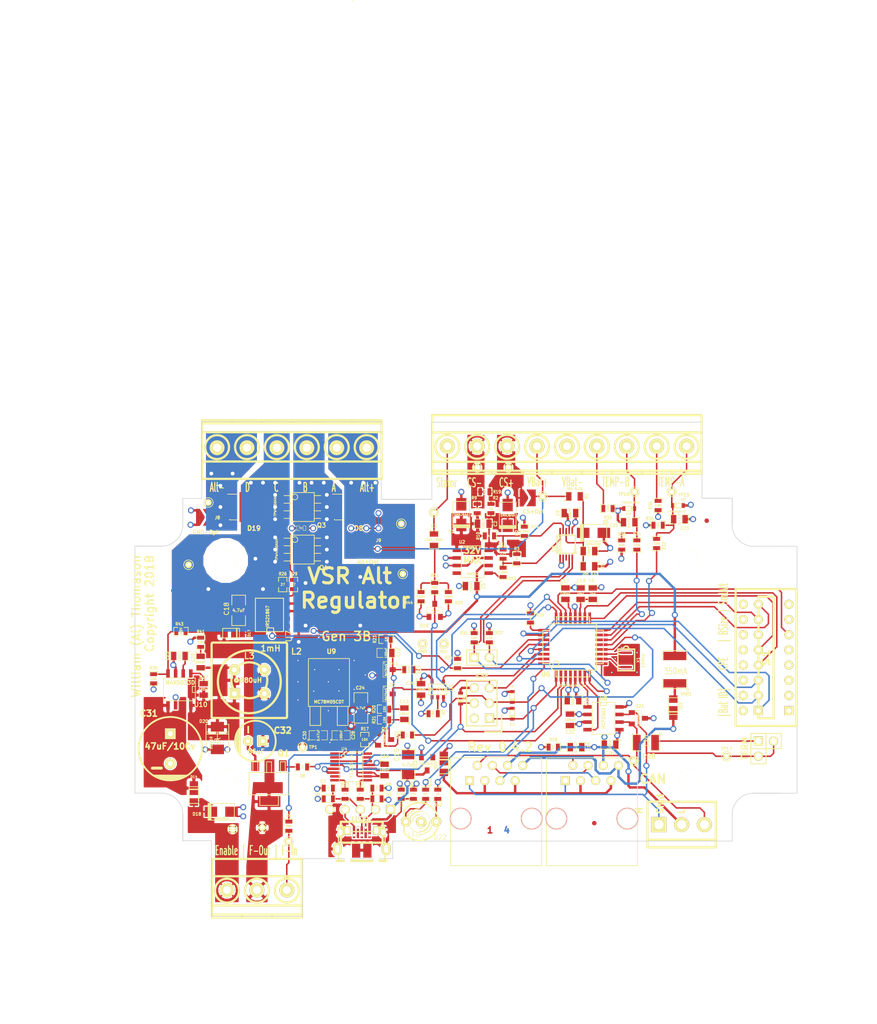
<source format=kicad_pcb>
(kicad_pcb (version 3) (host pcbnew "(2013-07-07 BZR 4022)-stable")
  (title_block (title "Alternator Regulator CAN enabled") (rev 0.4.2) (company "Copyright 2018 -  William A. Thomason") (comment 1 "Licensed under a Creative Commons Attribution-ShareAlike 4.0 International License.") (comment 2 http://arduinoalternatorregulator.blogspot.com/))
  (layers (15 "F.Cu(1)" signal) (2 "InnerVCC.Cu(2)" power) (1 "InnerGND.Cu(3)" power) (0 "B.Cu(4)" signal) (18 B.Paste user) (19 F.Paste user) (20 B.SilkS user) (21 F.SilkS user) (22 B.Mask user) (23 F.Mask user) (28 Edge.Cuts user))
  (net 0 "")
  (net 1 +5V)
  (net 2 /3.3v)
  (net 3 /A_NTC)
  (net 4 /B)
  (net 5 /B_NTC)
  (net 6 /C)
  (net 7 /CAN-H)
  (net 8 /CAN-L)
  (net 9 /CAN_GND)
  (net 10 /CAN_V+)
  (net 11 /CAN_shield)
  (net 12 /CSP+)
  (net 13 /CSP-)
  (net 14 /DIP-1)
  (net 15 /DIP-2)
  (net 16 /DIP-3)
  (net 17 /DIP-4)
  (net 18 /DIP-5)
  (net 19 /DIP-6)
  (net 20 /DIP-7)
  (net 21 /DIP-8)
  (net 22 /FET_NTC)
  (net 23 /Feature_IN)
  (net 24 /Feature_OUT)
  (net 25 "/Field PWM")
  (net 26 /HO)
  (net 27 /HO-Q1)
  (net 28 /HO-Q3)
  (net 29 /Hb)
  (net 30 /LED_Green)
  (net 31 /LED_Red)
  (net 32 /POL-PROT)
  (net 33 /SCL)
  (net 34 /SDA)
  (net 35 /Stator_IRQ)
  (net 36 /USB-SHLD)
  (net 37 /XD)
  (net 38 /XE)
  (net 39 /XH)
  (net 40 /~RESET)
  (net 41 Alt+)
  (net 42 Alt-)
  (net 43 BAT-)
  (net 44 "Current Shunt +")
  (net 45 "Current Shunt -")
  (net 46 Enable)
  (net 47 Feature-IN)
  (net 48 Feature-OUT)
  (net 49 N-000001)
  (net 50 N-0000015)
  (net 51 N-0000019)
  (net 52 N-000002)
  (net 53 N-0000020)
  (net 54 N-0000021)
  (net 55 N-0000022)
  (net 56 N-0000023)
  (net 57 N-0000024)
  (net 58 N-0000025)
  (net 59 N-0000026)
  (net 60 N-0000028)
  (net 61 N-0000029)
  (net 62 N-000003)
  (net 63 N-0000030)
  (net 64 N-0000031)
  (net 65 N-0000036)
  (net 66 N-0000037)
  (net 67 N-0000038)
  (net 68 N-000004)
  (net 69 N-0000046)
  (net 70 N-0000047)
  (net 71 N-0000058)
  (net 72 N-0000059)
  (net 73 N-0000060)
  (net 74 N-0000061)
  (net 75 N-0000062)
  (net 76 N-0000069)
  (net 77 N-0000076)
  (net 78 N-0000077)
  (net 79 N-0000078)
  (net 80 N-0000079)
  (net 81 N-0000080)
  (net 82 N-0000087)
  (net 83 N-0000088)
  (net 84 N-0000089)
  (net 85 N-0000090)
  (net 86 N-0000091)
  (net 87 N-0000094)
  (net 88 STATOR)
  (net 89 TEMP-A)
  (net 90 TEMP-B)
  (net 91 VBat+)
  (net 92 VDD)
  (module PCB_Terminal_3.81mm_3pin (layer "F.Cu(1)") (at 167 112)
    (fp_text reference P5 hide)
    (fp_text value CAN (at -4.821 -7.606) (layer F.SilkS) (effects (font (size 1.524 1.524) (thickness 0.3048))))
    (pad 1 thru_hole rect (at -3.81 0) (size 2.54 2.54) (drill 1.524) (layers *.Cu *.Mask F.SilkS) (net 7 /CAN-H))
    (pad 2 thru_hole circle (at 0 0) (size 2.54 2.54) (drill 1.524) (layers *.Cu *.Mask F.SilkS) (net 11 /CAN_shield))
    (pad 3 thru_hole circle (at 3.81 0) (size 2.54 2.54) (drill 1.524) (layers *.Cu *.Mask F.SilkS) (net 8 /CAN-L))
  )
  (module SM0603_Resistor (layer "F.Cu(1)") (at 140.716 62.992 270)
    (fp_text reference R14 (at -0.762 -1.778 360) (layer F.SilkS) (effects (font (size 0.50038 0.4572) (thickness 0.1143))))
    (fp_text value 4.99K (at 0 0 360) (layer F.SilkS) (effects (font (size 0.381 0.381) (thickness 0.09525))))
    (pad 1 smd rect (at -0.762 0 270) (size 0.635 1.143) (layers "F.Cu(1)" F.Paste F.Mask) (net 1 +5V))
    (pad 2 smd rect (at 0.762 0 270) (size 0.635 1.143) (layers "F.Cu(1)" F.Paste F.Mask) (net 74 N-0000061))
  )
  (module PIN_ARRAY_5x1 (layer "F.Cu(1)") (at 113.284 109.474 180)
    (fp_text reference P1 hide)
    (fp_text value USB (at -0.0254 -1.7526 180) (layer F.SilkS) (effects (font (size 1.016 1.016) (thickness 0.2032))))
    (pad 1 thru_hole rect (at -5.08 0 180) (size 1.524 1.524) (drill 1.016) (layers *.Cu *.Mask F.SilkS) (net 37 /XD))
    (pad 2 thru_hole circle (at -2.54 0 180) (size 1.524 1.524) (drill 1.016) (layers *.Cu *.Mask F.SilkS) (net 78 N-0000077))
    (pad 3 thru_hole circle (at 0 0 180) (size 1.524 1.524) (drill 1.016) (layers *.Cu *.Mask F.SilkS) (net 79 N-0000078))
    (pad 4 thru_hole circle (at 2.54 0 180) (size 1.524 1.524) (drill 1.016) (layers *.Cu *.Mask F.SilkS) (net 43 BAT-))
    (pad 5 thru_hole circle (at 5.08 0 180) (size 1.524 1.524) (drill 1.016) (layers *.Cu *.Mask F.SilkS) (net 36 /USB-SHLD))
  )
  (module resonator_smd (layer "F.Cu(1)") (at 157.734 84.4804 270)
    (fp_text reference X1 (at 0 -2 270) (layer F.SilkS) (effects (font (size 0.49784 0.49784) (thickness 0.09906))))
    (fp_text value 16Mhz (at 0.1524 -2.8194 270) (layer F.SilkS) (effects (font (size 0.49784 0.49784) (thickness 0.09906))))
    (pad 1 smd rect (at -1.2 0 270) (size 0.4 1.9) (layers "F.Cu(1)" F.Paste F.Mask) (net 62 N-000003))
    (pad 2 smd rect (at 0 0 270) (size 0.4 1.9) (layers "F.Cu(1)" F.Paste F.Mask) (net 43 BAT-))
    (pad 3 smd rect (at 1.2 0 270) (size 0.4 1.9) (layers "F.Cu(1)" F.Paste F.Mask) (net 52 N-000002))
  )
  (module sot223 (layer "F.Cu(1)") (at 98.044 105.156 180)
    (fp_text reference Q1 (at -2.413 5.08 180) (layer F.SilkS) (effects (font (size 1.00076 1.00076) (thickness 0.20066))))
    (fp_text value NZT605 hide)
    (pad 1 smd rect (at -2.30124 2.99974 180) (size 1.30048 1.80086) (layers "F.Cu(1)" F.Paste F.Mask) (net 72 N-0000059))
    (pad 2 smd rect (at 0 2.99974 180) (size 1.30048 1.80086) (layers "F.Cu(1)" F.Paste F.Mask) (net 48 Feature-OUT))
    (pad 3 smd rect (at 2.30124 2.99974 180) (size 1.30048 1.80086) (layers "F.Cu(1)" F.Paste F.Mask) (net 43 BAT-))
    (pad 2 smd rect (at 0 -2.99974 180) (size 3.79984 1.80086) (layers "F.Cu(1)" F.Paste F.Mask) (net 48 Feature-OUT))
  )
  (module SOT23 (layer "F.Cu(1)") (at 159.766 94.234 270)
    (fp_text reference D21 (at -2.032 -0.254 360) (layer F.SilkS) (effects (font (size 0.508 0.508) (thickness 0.11938))))
    (fp_text value NUP2105L (at 0.0635 0 270) (layer F.SilkS) (effects (font (size 0.254 0.254) (thickness 0.0635))))
    (pad 3 smd rect (at 0 -1.09982 270) (size 0.8001 1.00076) (layers "F.Cu(1)" F.Paste F.Mask) (net 43 BAT-))
    (pad 2 smd rect (at 0.9525 1.09982 270) (size 0.8001 1.00076) (layers "F.Cu(1)" F.Paste F.Mask) (net 8 /CAN-L))
    (pad 1 smd rect (at -0.9525 1.09982 270) (size 0.8001 1.00076) (layers "F.Cu(1)" F.Paste F.Mask) (net 7 /CAN-H))
  )
  (module SOT23 (layer "F.Cu(1)") (at 117.348 97.79 270)
    (fp_text reference Q2 (at -1.778 0 360) (layer F.SilkS) (effects (font (size 0.508 0.508) (thickness 0.11938))))
    (fp_text value T3904 (at 0.0635 0 270) (layer F.SilkS) (effects (font (size 0.381 0.381) (thickness 0.09525))))
    (pad 3 smd rect (at 0 -1.09982 270) (size 0.8001 1.00076) (layers "F.Cu(1)" F.Paste F.Mask) (net 86 N-0000091))
    (pad 2 smd rect (at 0.9525 1.09982 270) (size 0.8001 1.00076) (layers "F.Cu(1)" F.Paste F.Mask) (net 82 N-0000087))
    (pad 1 smd rect (at -0.9525 1.09982 270) (size 0.8001 1.00076) (layers "F.Cu(1)" F.Paste F.Mask) (net 81 N-0000080))
  )
  (module SM0805 (layer "F.Cu(1)") (at 117.348 102.87 270)
    (fp_text reference C10 (at -2.286 0 360) (layer F.SilkS) (effects (font (size 0.50038 0.50038) (thickness 0.10922))))
    (fp_text value 100nF (at -0.02286 -0.02794 360) (layer F.SilkS) (effects (font (size 0.381 0.381) (thickness 0.09525))))
    (pad 1 smd rect (at -0.9525 0 270) (size 0.889 1.397) (layers "F.Cu(1)" F.Paste F.Mask) (net 43 BAT-))
    (pad 2 smd rect (at 0.9525 0 270) (size 0.889 1.397) (layers "F.Cu(1)" F.Paste F.Mask) (net 2 /3.3v))
  )
  (module SM0805 (layer "F.Cu(1)") (at 155.038 98.636 180)
    (fp_text reference C26 (at 0.098 -1.44 180) (layer F.SilkS) (effects (font (size 0.50038 0.50038) (thickness 0.10922))))
    (fp_text value 100nF (at 0 0 270) (layer F.SilkS) (effects (font (size 0.381 0.381) (thickness 0.09525))))
    (pad 1 smd rect (at -0.9525 0 180) (size 0.889 1.397) (layers "F.Cu(1)" F.Paste F.Mask) (net 1 +5V))
    (pad 2 smd rect (at 0.9525 0 180) (size 0.889 1.397) (layers "F.Cu(1)" F.Paste F.Mask) (net 43 BAT-))
  )
  (module SM0805 (layer "F.Cu(1)") (at 120.65 93.472 90)
    (fp_text reference C13 (at 2.032 0 180) (layer F.SilkS) (effects (font (size 0.50038 0.50038) (thickness 0.10922))))
    (fp_text value 100nF (at 0 0 180) (layer F.SilkS) (effects (font (size 0.381 0.381) (thickness 0.09525))))
    (pad 1 smd rect (at -0.9525 0 90) (size 0.889 1.397) (layers "F.Cu(1)" F.Paste F.Mask) (net 86 N-0000091))
    (pad 2 smd rect (at 0.9525 0 90) (size 0.889 1.397) (layers "F.Cu(1)" F.Paste F.Mask) (net 40 /~RESET))
  )
  (module SM0805 (layer "F.Cu(1)") (at 150.114 73.406 270)
    (fp_text reference C19 (at -2.159 -0.0762 360) (layer F.SilkS) (effects (font (size 0.50038 0.50038) (thickness 0.10922))))
    (fp_text value 100nF (at 0 0 360) (layer F.SilkS) (effects (font (size 0.254 0.254) (thickness 0.0635))))
    (pad 1 smd rect (at -0.9525 0 270) (size 0.889 1.397) (layers "F.Cu(1)" F.Paste F.Mask) (net 43 BAT-))
    (pad 2 smd rect (at 0.9525 0 270) (size 0.889 1.397) (layers "F.Cu(1)" F.Paste F.Mask) (net 87 N-0000094))
  )
  (module SM0805 (layer "F.Cu(1)") (at 148.844 91.2114 180)
    (fp_text reference C16 (at -2.2225 -0.1905 270) (layer F.SilkS) (effects (font (size 0.50038 0.50038) (thickness 0.10922))))
    (fp_text value 100nF (at 0 0 270) (layer F.SilkS) (effects (font (size 0.381 0.381) (thickness 0.09525))))
    (pad 1 smd rect (at -0.9525 0 180) (size 0.889 1.397) (layers "F.Cu(1)" F.Paste F.Mask) (net 43 BAT-))
    (pad 2 smd rect (at 0.9525 0 180) (size 0.889 1.397) (layers "F.Cu(1)" F.Paste F.Mask) (net 1 +5V))
  )
  (module pin_array_3x2 (layer "F.Cu(1)") (at 133.604 91.694 90)
    (fp_text reference P4 hide)
    (fp_text value ICSP (at 4.572 0 180) (layer F.SilkS) (effects (font (size 0.635 0.635) (thickness 0.15875))))
    (pad 1 thru_hole rect (at -2.54 1.27 90) (size 1.524 1.524) (drill 1.016) (layers *.Cu *.Mask F.SilkS) (net 30 /LED_Green))
    (pad 2 thru_hole circle (at -2.54 -1.27 90) (size 1.524 1.524) (drill 1.016) (layers *.Cu *.Mask F.SilkS) (net 1 +5V))
    (pad 3 thru_hole circle (at 0 1.27 90) (size 1.524 1.524) (drill 1.016) (layers *.Cu *.Mask F.SilkS) (net 77 N-0000076))
    (pad 4 thru_hole circle (at 0 -1.27 90) (size 1.524 1.524) (drill 1.016) (layers *.Cu *.Mask F.SilkS) (net 71 N-0000058))
    (pad 5 thru_hole circle (at 2.54 1.27 90) (size 1.524 1.524) (drill 1.016) (layers *.Cu *.Mask F.SilkS) (net 40 /~RESET))
    (pad 6 thru_hole circle (at 2.54 -1.27 90) (size 1.524 1.524) (drill 1.016) (layers *.Cu *.Mask F.SilkS) (net 43 BAT-))
  )
  (module SM0603_Capa (layer "F.Cu(1)") (at 107.95 105.918)
    (fp_text reference C7 (at -0.85 -1.143) (layer F.SilkS) (effects (font (size 0.508 0.4572) (thickness 0.1143))))
    (fp_text value 47pF (at 0 0 90) (layer F.SilkS) (effects (font (size 0.254 0.254) (thickness 0.0635))))
    (pad 1 smd rect (at -0.762 0) (size 0.635 1.143) (layers "F.Cu(1)" F.Paste F.Mask) (net 43 BAT-))
    (pad 2 smd rect (at 0.762 0) (size 0.635 1.143) (layers "F.Cu(1)" F.Paste F.Mask) (net 79 N-0000078))
  )
  (module SM0603_Capa (layer "F.Cu(1)") (at 116.078 105.918 180)
    (fp_text reference C6 (at -1.9812 0.635 180) (layer F.SilkS) (effects (font (size 0.508 0.4572) (thickness 0.1143))))
    (fp_text value 47pF (at 0 0 270) (layer F.SilkS) (effects (font (size 0.254 0.254) (thickness 0.0635))))
    (pad 1 smd rect (at -0.762 0 180) (size 0.635 1.143) (layers "F.Cu(1)" F.Paste F.Mask) (net 43 BAT-))
    (pad 2 smd rect (at 0.762 0 180) (size 0.635 1.143) (layers "F.Cu(1)" F.Paste F.Mask) (net 78 N-0000077))
  )
  (module SO8E (layer "F.Cu(1)") (at 153.938 94.236 270)
    (fp_text reference U8 (at -3.302 0 360) (layer F.SilkS) (effects (font (size 0.635 0.635) (thickness 0.1524))))
    (fp_text value MCP2562 (at 0 0 270) (layer F.SilkS) (effects (font (size 0.508 0.508) (thickness 0.127))))
    (pad 8 smd rect (at -1.905 -2.667 270) (size 0.59944 1.39954) (layers "F.Cu(1)" F.Paste F.Mask) (net 43 BAT-))
    (pad 1 smd rect (at -1.905 2.667 270) (size 0.59944 1.39954) (layers "F.Cu(1)" F.Paste F.Mask) (net 54 N-0000021))
    (pad 7 smd rect (at -0.635 -2.667 270) (size 0.59944 1.39954) (layers "F.Cu(1)" F.Paste F.Mask) (net 7 /CAN-H))
    (pad 6 smd rect (at 0.635 -2.667 270) (size 0.59944 1.39954) (layers "F.Cu(1)" F.Paste F.Mask) (net 8 /CAN-L))
    (pad 5 smd rect (at 1.905 -2.667 270) (size 0.59944 1.39954) (layers "F.Cu(1)" F.Paste F.Mask) (net 1 +5V))
    (pad 2 smd rect (at -0.635 2.667 270) (size 0.59944 1.39954) (layers "F.Cu(1)" F.Paste F.Mask) (net 43 BAT-))
    (pad 3 smd rect (at 0.635 2.667 270) (size 0.59944 1.39954) (layers "F.Cu(1)" F.Paste F.Mask) (net 1 +5V))
    (pad 4 smd rect (at 1.905 2.667 270) (size 0.59944 1.39954) (layers "F.Cu(1)" F.Paste F.Mask) (net 53 N-0000020))
  )
  (module TQFP32 (layer "F.Cu(1)") (at 148.844 82.296 90)
    (fp_text reference U6 (at -4.572 -4.572 180) (layer F.SilkS) (effects (font (size 0.762 0.762) (thickness 0.1905))))
    (fp_text value ATMEGA64M1-Ax (at -6.477 -0.127 180) (layer F.SilkS) (effects (font (size 0.381 0.381) (thickness 0.09525))))
    (pad 8 smd rect (at -4.81584 2.77622 90) (size 1.99898 0.44958) (layers "F.Cu(1)" F.Paste F.Mask) (net 34 /SDA))
    (pad 7 smd rect (at -4.81584 1.97612 90) (size 1.99898 0.44958) (layers "F.Cu(1)" F.Paste F.Mask) (net 53 N-0000020))
    (pad 6 smd rect (at -4.81584 1.17602 90) (size 1.99898 0.44958) (layers "F.Cu(1)" F.Paste F.Mask) (net 54 N-0000021))
    (pad 5 smd rect (at -4.81584 0.37592 90) (size 1.99898 0.44958) (layers "F.Cu(1)" F.Paste F.Mask) (net 43 BAT-))
    (pad 4 smd rect (at -4.81584 -0.42418 90) (size 1.99898 0.44958) (layers "F.Cu(1)" F.Paste F.Mask) (net 1 +5V))
    (pad 3 smd rect (at -4.81584 -1.22428 90) (size 1.99898 0.44958) (layers "F.Cu(1)" F.Paste F.Mask) (net 25 "/Field PWM"))
    (pad 2 smd rect (at -4.81584 -2.02438 90) (size 1.99898 0.44958) (layers "F.Cu(1)" F.Paste F.Mask) (net 71 N-0000058))
    (pad 1 smd rect (at -4.81584 -2.82448 90) (size 1.99898 0.44958) (layers "F.Cu(1)" F.Paste F.Mask) (net 30 /LED_Green))
    (pad 24 smd rect (at 4.7498 -2.8194 90) (size 1.99898 0.44958) (layers "F.Cu(1)" F.Paste F.Mask) (net 23 /Feature_IN))
    (pad 17 smd rect (at 4.7498 2.794 90) (size 1.99898 0.44958) (layers "F.Cu(1)" F.Paste F.Mask) (net 18 /DIP-5))
    (pad 18 smd rect (at 4.7498 1.9812 90) (size 1.99898 0.44958) (layers "F.Cu(1)" F.Paste F.Mask) (net 17 /DIP-4))
    (pad 19 smd rect (at 4.7498 1.1684 90) (size 1.99898 0.44958) (layers "F.Cu(1)" F.Paste F.Mask) (net 87 N-0000094))
    (pad 20 smd rect (at 4.7498 0.381 90) (size 1.99898 0.44958) (layers "F.Cu(1)" F.Paste F.Mask) (net 43 BAT-))
    (pad 21 smd rect (at 4.7498 -0.4318 90) (size 1.99898 0.44958) (layers "F.Cu(1)" F.Paste F.Mask) (net 80 N-0000079))
    (pad 22 smd rect (at 4.7498 -1.2192 90) (size 1.99898 0.44958) (layers "F.Cu(1)" F.Paste F.Mask) (net 19 /DIP-6))
    (pad 23 smd rect (at 4.7498 -2.032 90) (size 1.99898 0.44958) (layers "F.Cu(1)" F.Paste F.Mask) (net 24 /Feature_OUT))
    (pad 32 smd rect (at -2.82448 -4.826 90) (size 0.44958 1.99898) (layers "F.Cu(1)" F.Paste F.Mask) (net 31 /LED_Red))
    (pad 31 smd rect (at -2.02692 -4.826 90) (size 0.44958 1.99898) (layers "F.Cu(1)" F.Paste F.Mask) (net 40 /~RESET))
    (pad 30 smd rect (at -1.22428 -4.826 90) (size 0.44958 1.99898) (layers "F.Cu(1)" F.Paste F.Mask) (net 35 /Stator_IRQ))
    (pad 29 smd rect (at -0.42672 -4.826 90) (size 0.44958 1.99898) (layers "F.Cu(1)" F.Paste F.Mask) (net 16 /DIP-3))
    (pad 28 smd rect (at 0.37592 -4.826 90) (size 0.44958 1.99898) (layers "F.Cu(1)" F.Paste F.Mask) (net 15 /DIP-2))
    (pad 27 smd rect (at 1.17348 -4.826 90) (size 0.44958 1.99898) (layers "F.Cu(1)" F.Paste F.Mask) (net 22 /FET_NTC))
    (pad 26 smd rect (at 1.97612 -4.826 90) (size 0.44958 1.99898) (layers "F.Cu(1)" F.Paste F.Mask) (net 14 /DIP-1))
    (pad 25 smd rect (at 2.77368 -4.826 90) (size 0.44958 1.99898) (layers "F.Cu(1)" F.Paste F.Mask) (net 70 N-0000047))
    (pad 9 smd rect (at -2.8194 4.7752 90) (size 0.44958 1.99898) (layers "F.Cu(1)" F.Paste F.Mask) (net 33 /SCL))
    (pad 10 smd rect (at -2.032 4.7752 90) (size 0.44958 1.99898) (layers "F.Cu(1)" F.Paste F.Mask) (net 52 N-000002))
    (pad 11 smd rect (at -1.2192 4.7752 90) (size 0.44958 1.99898) (layers "F.Cu(1)" F.Paste F.Mask) (net 62 N-000003))
    (pad 12 smd rect (at -0.4318 4.7752 90) (size 0.44958 1.99898) (layers "F.Cu(1)" F.Paste F.Mask) (net 77 N-0000076))
    (pad 13 smd rect (at 0.3556 4.7752 90) (size 0.44958 1.99898) (layers "F.Cu(1)" F.Paste F.Mask) (net 3 /A_NTC))
    (pad 14 smd rect (at 1.1684 4.7752 90) (size 0.44958 1.99898) (layers "F.Cu(1)" F.Paste F.Mask) (net 5 /B_NTC))
    (pad 15 smd rect (at 1.9812 4.7752 90) (size 0.44958 1.99898) (layers "F.Cu(1)" F.Paste F.Mask) (net 21 /DIP-8))
    (pad 16 smd rect (at 2.794 4.7752 90) (size 0.44958 1.99898) (layers "F.Cu(1)" F.Paste F.Mask) (net 20 /DIP-7))
  )
  (module SM0805 (layer "F.Cu(1)") (at 87.122 89.408 270)
    (fp_text reference C27 (at -2.032 0 360) (layer F.SilkS) (effects (font (size 0.50038 0.50038) (thickness 0.10922))))
    (fp_text value 100nF (at 0 0 360) (layer F.SilkS) (effects (font (size 0.381 0.381) (thickness 0.09525))))
    (pad 1 smd rect (at -0.9525 0 270) (size 0.889 1.397) (layers "F.Cu(1)" F.Paste F.Mask) (net 56 N-0000023))
    (pad 2 smd rect (at 0.9525 0 270) (size 0.889 1.397) (layers "F.Cu(1)" F.Paste F.Mask) (net 39 /XH))
  )
  (module SM0805 (layer "F.Cu(1)") (at 152.146 73.406 90)
    (fp_text reference L1 (at 2.2098 -0.1778 180) (layer F.SilkS) (effects (font (size 0.50038 0.50038) (thickness 0.10922))))
    (fp_text value 10uH (at 0 0 180) (layer F.SilkS) (effects (font (size 0.254 0.254) (thickness 0.0635))))
    (pad 1 smd rect (at -0.9525 0 90) (size 0.889 1.397) (layers "F.Cu(1)" F.Paste F.Mask) (net 87 N-0000094))
    (pad 2 smd rect (at 0.9525 0 90) (size 0.889 1.397) (layers "F.Cu(1)" F.Paste F.Mask) (net 1 +5V) (thermal_gap 0.381))
  )
  (module SM0805 (layer "F.Cu(1)") (at 133.858 61.722)
    (fp_text reference C2 (at 2.032 0 90) (layer F.SilkS) (effects (font (size 0.50038 0.50038) (thickness 0.10922))))
    (fp_text value 100nF (at 0 0 90) (layer F.SilkS) (effects (font (size 0.381 0.381) (thickness 0.09525))))
    (pad 1 smd rect (at -0.9525 0) (size 0.889 1.397) (layers "F.Cu(1)" F.Paste F.Mask) (net 13 /CSP-))
    (pad 2 smd rect (at 0.9525 0) (size 0.889 1.397) (layers "F.Cu(1)" F.Paste F.Mask) (net 12 /CSP+))
  )
  (module CP_6.3x11mm (layer "F.Cu(1)") (at 95.758 98.044 90)
    (fp_text reference C32 (at 1.778 4.572 180) (layer F.SilkS) (effects (font (size 1.016 1.016) (thickness 0.254))))
    (fp_text value 56uF (at -1.7526 0.127 360) (layer F.SilkS) (effects (font (size 0.762 0.762) (thickness 0.1905))))
    (pad 1 thru_hole rect (at 0 1.25 90) (size 1.6 1.6) (drill 0.65) (layers *.Cu *.Mask F.SilkS) (net 92 VDD))
    (pad 2 thru_hole circle (at 0 -1.25 90) (size 1.6 1.6) (drill 0.65) (layers *.Cu *.Mask F.SilkS) (net 43 BAT-))
  )
  (module ssop-16 (layer "F.Cu(1)") (at 111.76 102.362 270)
    (fp_text reference U4 (at -3.0226 1.143 360) (layer F.SilkS) (effects (font (size 0.50038 0.50038) (thickness 0.09906))))
    (fp_text value FT230X-S (at -0.1143 -0.02032 270) (layer F.SilkS) (effects (font (size 0.50038 0.50038) (thickness 0.09906))))
    (pad 4 smd rect (at -0.3175 2.667 270) (size 0.4064 1.651) (layers "F.Cu(1)" F.Paste F.Mask) (net 71 N-0000058))
    (pad 5 smd rect (at 0.3175 2.667 270) (size 0.4064 1.651) (layers "F.Cu(1)" F.Paste F.Mask) (net 43 BAT-))
    (pad 6 smd rect (at 0.9525 2.667 270) (size 0.4064 1.651) (layers "F.Cu(1)" F.Paste F.Mask) (net 43 BAT-))
    (pad 7 smd rect (at 1.5875 2.667 270) (size 0.4064 1.651) (layers "F.Cu(1)" F.Paste F.Mask))
    (pad 16 smd rect (at -2.2225 -2.667 270) (size 0.4064 1.651) (layers "F.Cu(1)" F.Paste F.Mask))
    (pad 1 smd rect (at -2.2225 2.667 270) (size 0.4064 1.651) (layers "F.Cu(1)" F.Paste F.Mask) (net 85 N-0000090))
    (pad 2 smd rect (at -1.5875 2.667 270) (size 0.4064 1.651) (layers "F.Cu(1)" F.Paste F.Mask) (net 82 N-0000087))
    (pad 3 smd rect (at -0.9525 2.667 270) (size 0.4064 1.651) (layers "F.Cu(1)" F.Paste F.Mask) (net 2 /3.3v))
    (pad 9 smd rect (at 2.2225 -2.667 270) (size 0.4064 1.651) (layers "F.Cu(1)" F.Paste F.Mask) (net 83 N-0000088))
    (pad 10 smd rect (at 1.5875 -2.667 270) (size 0.4064 1.651) (layers "F.Cu(1)" F.Paste F.Mask) (net 2 /3.3v))
    (pad 11 smd rect (at 0.9525 -2.667 270) (size 0.4064 1.651) (layers "F.Cu(1)" F.Paste F.Mask) (net 2 /3.3v))
    (pad 12 smd rect (at 0.3175 -2.667 270) (size 0.4064 1.651) (layers "F.Cu(1)" F.Paste F.Mask) (net 37 /XD))
    (pad 13 smd rect (at -0.3175 -2.667 270) (size 0.4064 1.651) (layers "F.Cu(1)" F.Paste F.Mask) (net 43 BAT-))
    (pad 14 smd rect (at -0.9525 -2.667 270) (size 0.4064 1.651) (layers "F.Cu(1)" F.Paste F.Mask))
    (pad 8 smd rect (at 2.2225 2.667 270) (size 0.4064 1.651) (layers "F.Cu(1)" F.Paste F.Mask) (net 84 N-0000089))
    (pad 15 smd rect (at -1.5875 -2.667 270) (size 0.4064 1.651) (layers "F.Cu(1)" F.Paste F.Mask))
  )
  (module SM0603 (layer "F.Cu(1)") (at 116.078 107.696 180)
    (fp_text reference D3 (at -1.9812 0.7112 180) (layer F.SilkS) (effects (font (size 0.508 0.4572) (thickness 0.1143))))
    (fp_text value CG0603MLC-05E hide)
    (pad 1 smd rect (at -0.762 0 180) (size 0.635 1.143) (layers "F.Cu(1)" F.Paste F.Mask) (net 43 BAT-))
    (pad 2 smd rect (at 0.762 0 180) (size 0.635 1.143) (layers "F.Cu(1)" F.Paste F.Mask) (net 78 N-0000077))
  )
  (module SM0603 (layer "F.Cu(1)") (at 107.95 107.696)
    (fp_text reference D4 (at -1.775 -0.796) (layer F.SilkS) (effects (font (size 0.508 0.4572) (thickness 0.1143))))
    (fp_text value CG0603MLC-05E hide)
    (pad 1 smd rect (at -0.762 0) (size 0.635 1.143) (layers "F.Cu(1)" F.Paste F.Mask) (net 43 BAT-))
    (pad 2 smd rect (at 0.762 0) (size 0.635 1.143) (layers "F.Cu(1)" F.Paste F.Mask) (net 79 N-0000078))
  )
  (module SM0805 (layer "F.Cu(1)") (at 110.0836 97.0788)
    (fp_text reference C28 (at 2.032 0 90) (layer F.SilkS) (effects (font (size 0.50038 0.50038) (thickness 0.10922))))
    (fp_text value 100nF (at 0 0 90) (layer F.SilkS) (effects (font (size 0.381 0.381) (thickness 0.09525))))
    (pad 1 smd rect (at -0.9525 0) (size 0.889 1.397) (layers "F.Cu(1)" F.Paste F.Mask) (net 43 BAT-) (thermal_gap 0.508))
    (pad 2 smd rect (at 0.9525 0) (size 0.889 1.397) (layers "F.Cu(1)" F.Paste F.Mask) (net 1 +5V) (thermal_gap 0.508))
  )
  (module mkds_1,5-6 (layer "F.Cu(1)") (at 101.854 49.022 180)
    (fp_text reference P6 hide)
    (fp_text value CONN_6 hide)
    (pad 6 thru_hole circle (at 12.5 0 180) (size 2.5 2.5) (drill 1.3) (layers *.Cu *.Mask F.SilkS) (net 42 Alt-))
    (pad 5 thru_hole circle (at 7.5 0 180) (size 2.5 2.5) (drill 1.3) (layers *.Cu *.Mask F.SilkS) (net 42 Alt-))
    (pad 4 thru_hole circle (at 2.5 0 180) (size 2.5 2.5) (drill 1.3) (layers *.Cu *.Mask F.SilkS) (net 6 /C))
    (pad 3 thru_hole circle (at -2.5 0 180) (size 2.5 2.5) (drill 1.3) (layers *.Cu *.Mask F.SilkS) (net 4 /B))
    (pad 1 thru_hole circle (at -12.5 0 180) (size 2.5 2.5) (drill 1.3) (layers *.Cu *.Mask F.SilkS) (net 41 Alt+))
    (pad 2 thru_hole circle (at -7.5 0 180) (size 2.5 2.5) (drill 1.3) (layers *.Cu *.Mask F.SilkS) (net 41 Alt+))
  )
  (module 02mm_via (layer "F.Cu(1)") (at 159.5374 83.2612 90)
    (fp_text reference V1 hide)
    (fp_text value VIA hide)
    (pad 1 thru_hole circle (at 0 0 90) (size 0.3 0.3) (drill 0.2) (layers *.Cu) (net 43 BAT-))
  )
  (module 02mm_via (layer "F.Cu(1)") (at 108.204 98.298)
    (fp_text reference V6 hide)
    (fp_text value VIA hide)
    (pad 1 thru_hole circle (at 0 0) (size 0.3 0.3) (drill 0.2) (layers *.Cu) (net 43 BAT-))
  )
  (module 02mm_via (layer "F.Cu(1)") (at 112.268 89.408)
    (fp_text reference V5 hide)
    (fp_text value VIA hide)
    (pad 1 thru_hole circle (at 0 0) (size 0.3 0.3) (drill 0.2) (layers *.Cu) (net 43 BAT-))
  )
  (module 02mm_via (layer "F.Cu(1)") (at 102.87 84.582)
    (fp_text reference V4 hide)
    (fp_text value VIA hide)
    (pad 1 thru_hole circle (at 0 0) (size 0.3 0.3) (drill 0.2) (layers *.Cu) (net 43 BAT-))
  )
  (module 02mm_via (layer "F.Cu(1)") (at 107.95 92.964)
    (fp_text reference V3 hide)
    (fp_text value VIA hide)
    (pad 1 thru_hole circle (at 0 0) (size 0.3 0.3) (drill 0.2) (layers *.Cu) (net 43 BAT-))
  )
  (module 02mm_via (layer "F.Cu(1)") (at 102.87 88.138)
    (fp_text reference V10 hide)
    (fp_text value VIA hide)
    (pad 1 thru_hole circle (at 0 0) (size 0.3 0.3) (drill 0.2) (layers *.Cu) (net 43 BAT-))
  )
  (module 02mm_via (layer "F.Cu(1)") (at 105.664 86.106)
    (fp_text reference V9 hide)
    (fp_text value VIA hide)
    (pad 1 thru_hole circle (at 0 0) (size 0.3 0.3) (drill 0.2) (layers *.Cu) (net 43 BAT-))
  )
  (module 02mm_via (layer "F.Cu(1)") (at 102.87 91.186)
    (fp_text reference V8 hide)
    (fp_text value VIA hide)
    (pad 1 thru_hole circle (at 0 0) (size 0.3 0.3) (drill 0.2) (layers *.Cu) (net 43 BAT-))
  )
  (module 02mm_via (layer "F.Cu(1)") (at 114.1222 86.995)
    (fp_text reference V2 hide)
    (fp_text value VIA hide)
    (pad 1 thru_hole circle (at 0 0) (size 0.3 0.3) (drill 0.2) (layers *.Cu) (net 43 BAT-))
  )
  (module SM0805 (layer "F.Cu(1)") (at 151.511 66.294 180)
    (fp_text reference C4 (at 2.286 0 270) (layer F.SilkS) (effects (font (size 0.50038 0.50038) (thickness 0.10922))))
    (fp_text value 150pF (at 0 0 270) (layer F.SilkS) (effects (font (size 0.381 0.381) (thickness 0.09525))))
    (pad 1 smd rect (at -0.9525 0 180) (size 0.889 1.397) (layers "F.Cu(1)" F.Paste F.Mask) (net 43 BAT-))
    (pad 2 smd rect (at 0.9525 0 180) (size 0.889 1.397) (layers "F.Cu(1)" F.Paste F.Mask) (net 64 N-0000031))
  )
  (module SM0805 (layer "F.Cu(1)") (at 83.058 83.82 180)
    (fp_text reference C25 (at 2.032 0 270) (layer F.SilkS) (effects (font (size 0.50038 0.50038) (thickness 0.10922))))
    (fp_text value 100nF (at 0 0 270) (layer F.SilkS) (effects (font (size 0.381 0.381) (thickness 0.09525))))
    (pad 1 smd rect (at -0.9525 0 180) (size 0.889 1.397) (layers "F.Cu(1)" F.Paste F.Mask) (net 76 N-0000069))
    (pad 2 smd rect (at 0.9525 0 180) (size 0.889 1.397) (layers "F.Cu(1)" F.Paste F.Mask) (net 43 BAT-))
  )
  (module CP_10x16mm (layer "F.Cu(1)") (at 81.534 99.314 180)
    (fp_text reference C31 (at 3.5814 5.8928 180) (layer F.SilkS) (effects (font (size 1.016 1.016) (thickness 0.254))))
    (fp_text value 47uF/100v (at 0.0381 0.4064 180) (layer F.SilkS) (effects (font (size 1.016 1.016) (thickness 0.254))))
    (pad 1 thru_hole rect (at 0 2.5 180) (size 1.8 1.8) (drill 0.8) (layers *.Cu *.Mask F.SilkS) (net 32 /POL-PROT))
    (pad 2 thru_hole circle (at 0 -2.5 180) (size 1.8 1.8) (drill 0.8) (layers *.Cu *.Mask F.SilkS) (net 43 BAT-))
  )
  (module TO277-DIODE (layer "F.Cu(1)") (at 95.504 58.928 270)
    (fp_text reference D19 (at 3.556 0 360) (layer F.SilkS) (effects (font (size 0.762 0.762) (thickness 0.1905))))
    (fp_text value FSV20100V hide)
    (pad 2 smd rect (at 0 0 270) (size 5 4.8) (layers "F.Cu(1)" F.Paste F.Mask) (net 6 /C))
    (pad 1 smd rect (at -1.05 3.7 270) (size 1.4 1.4) (layers "F.Cu(1)" F.Paste F.Mask) (net 42 Alt-))
    (pad 1 smd rect (at 1.05 3.7 270) (size 1.4 1.4) (layers "F.Cu(1)" F.Paste F.Mask) (net 42 Alt-))
  )
  (module TO277-DIODE (layer "F.Cu(1)") (at 113.03 58.928 270)
    (fp_text reference D8 (at 3.556 0 360) (layer F.SilkS) (effects (font (size 0.762 0.762) (thickness 0.1905))))
    (fp_text value FSV20100V hide)
    (pad 2 smd rect (at 0 0 270) (size 5 4.8) (layers "F.Cu(1)" F.Paste F.Mask) (net 41 Alt+))
    (pad 1 smd rect (at -1.05 3.7 270) (size 1.4 1.4) (layers "F.Cu(1)" F.Paste F.Mask) (net 4 /B))
    (pad 1 smd rect (at 1.05 3.7 270) (size 1.4 1.4) (layers "F.Cu(1)" F.Paste F.Mask) (net 4 /B))
  )
  (module "DO-214AC(SMA)" (layer "F.Cu(1)") (at 89.408 97.536 90)
    (fp_text reference D20 (at 2.794 -2.286 180) (layer F.SilkS) (effects (font (size 0.508 0.508) (thickness 0.11938))))
    (fp_text value SSA210 (at -0.8128 -1.0414 90) (layer F.SilkS) (effects (font (size 0.381 0.381) (thickness 0.09525))))
    (pad 1 smd rect (at -1.89992 0 90) (size 1.6002 2.19964) (layers "F.Cu(1)" F.Paste F.Mask) (net 43 BAT-))
    (pad 2 smd rect (at 1.89992 0 90) (size 1.6002 2.19964) (layers "F.Cu(1)" F.Paste F.Mask) (net 39 /XH))
  )
  (module SM0603_Resistor (layer "F.Cu(1)") (at 114.046 97.79 90)
    (fp_text reference R17 (at 1.778 0 180) (layer F.SilkS) (effects (font (size 0.50038 0.4572) (thickness 0.1143))))
    (fp_text value 10K (at 0 0 180) (layer F.SilkS) (effects (font (size 0.381 0.381) (thickness 0.09525))))
    (pad 1 smd rect (at -0.762 0 90) (size 0.635 1.143) (layers "F.Cu(1)" F.Paste F.Mask) (net 2 /3.3v))
    (pad 2 smd rect (at 0.762 0 90) (size 0.635 1.143) (layers "F.Cu(1)" F.Paste F.Mask) (net 81 N-0000080))
  )
  (module SM0603_Resistor (layer "F.Cu(1)") (at 117.348 92.71)
    (fp_text reference R20 (at -1.778 0 90) (layer F.SilkS) (effects (font (size 0.50038 0.4572) (thickness 0.1143))))
    (fp_text value 10K (at 0 0 90) (layer F.SilkS) (effects (font (size 0.381 0.381) (thickness 0.09525))))
    (pad 1 smd rect (at -0.762 0) (size 0.635 1.143) (layers "F.Cu(1)" F.Paste F.Mask) (net 1 +5V))
    (pad 2 smd rect (at 0.762 0) (size 0.635 1.143) (layers "F.Cu(1)" F.Paste F.Mask) (net 40 /~RESET))
  )
  (module SM0603_Resistor (layer "F.Cu(1)") (at 113.284 106.934 90)
    (fp_text reference R12 (at 1.651 -0.127 180) (layer F.SilkS) (effects (font (size 0.50038 0.4572) (thickness 0.1143))))
    (fp_text value 27 (at 0 0 180) (layer F.SilkS) (effects (font (size 0.381 0.381) (thickness 0.09525))))
    (pad 1 smd rect (at -0.762 0 90) (size 0.635 1.143) (layers "F.Cu(1)" F.Paste F.Mask) (net 78 N-0000077))
    (pad 2 smd rect (at 0.762 0 90) (size 0.635 1.143) (layers "F.Cu(1)" F.Paste F.Mask) (net 83 N-0000088))
  )
  (module SM0603_Resistor (layer "F.Cu(1)") (at 110.744 106.934 90)
    (fp_text reference R13 (at 1.651 0 180) (layer F.SilkS) (effects (font (size 0.50038 0.4572) (thickness 0.1143))))
    (fp_text value 27 (at 0 0 180) (layer F.SilkS) (effects (font (size 0.381 0.381) (thickness 0.09525))))
    (pad 1 smd rect (at -0.762 0 90) (size 0.635 1.143) (layers "F.Cu(1)" F.Paste F.Mask) (net 79 N-0000078))
    (pad 2 smd rect (at 0.762 0 90) (size 0.635 1.143) (layers "F.Cu(1)" F.Paste F.Mask) (net 84 N-0000089))
  )
  (module SM0603_Resistor (layer "F.Cu(1)") (at 145.542 99.06 180)
    (fp_text reference R18 (at 0 1.27 180) (layer F.SilkS) (effects (font (size 0.50038 0.4572) (thickness 0.1143))))
    (fp_text value 1K (at 0 0 270) (layer F.SilkS) (effects (font (size 0.381 0.381) (thickness 0.09525))))
    (pad 1 smd rect (at -0.762 0 180) (size 0.635 1.143) (layers "F.Cu(1)" F.Paste F.Mask) (net 68 N-000004))
    (pad 2 smd rect (at 0.762 0 180) (size 0.635 1.143) (layers "F.Cu(1)" F.Paste F.Mask) (net 43 BAT-))
  )
  (module SM0603_Resistor (layer "F.Cu(1)") (at 132.842 59.182 270)
    (fp_text reference R9 (at -1.778 0.508 360) (layer F.SilkS) (effects (font (size 0.50038 0.4572) (thickness 0.1143))))
    (fp_text value 10 (at 0 0 360) (layer F.SilkS) (effects (font (size 0.381 0.381) (thickness 0.09525))))
    (pad 1 smd rect (at -0.762 0 270) (size 0.635 1.143) (layers "F.Cu(1)" F.Paste F.Mask) (net 45 "Current Shunt -"))
    (pad 2 smd rect (at 0.762 0 270) (size 0.635 1.143) (layers "F.Cu(1)" F.Paste F.Mask) (net 13 /CSP-))
  )
  (module SM0603_Resistor (layer "F.Cu(1)") (at 117.348 94.488)
    (fp_text reference R21 (at -1.778 0 90) (layer F.SilkS) (effects (font (size 0.50038 0.4572) (thickness 0.1143))))
    (fp_text value 10K (at 0 0 90) (layer F.SilkS) (effects (font (size 0.381 0.381) (thickness 0.09525))))
    (pad 1 smd rect (at -0.762 0) (size 0.635 1.143) (layers "F.Cu(1)" F.Paste F.Mask) (net 1 +5V))
    (pad 2 smd rect (at 0.762 0) (size 0.635 1.143) (layers "F.Cu(1)" F.Paste F.Mask) (net 86 N-0000091))
  )
  (module SM0603_Resistor (layer "F.Cu(1)") (at 126.238 106.934 270)
    (fp_text reference R42 (at 1.8034 -0.0508 360) (layer F.SilkS) (effects (font (size 0.50038 0.4572) (thickness 0.1143))))
    (fp_text value 1K (at 0 0 360) (layer F.SilkS) (effects (font (size 0.381 0.381) (thickness 0.09525))))
    (pad 1 smd rect (at -0.762 0 270) (size 0.635 1.143) (layers "F.Cu(1)" F.Paste F.Mask) (net 30 /LED_Green))
    (pad 2 smd rect (at 0.762 0 270) (size 0.635 1.143) (layers "F.Cu(1)" F.Paste F.Mask) (net 63 N-0000030))
  )
  (module SM0603_Resistor (layer "F.Cu(1)") (at 83.312 79.756)
    (fp_text reference R43 (at -0.254 -1.27) (layer F.SilkS) (effects (font (size 0.50038 0.4572) (thickness 0.1143))))
    (fp_text value 100K (at 0 0 90) (layer F.SilkS) (effects (font (size 0.381 0.381) (thickness 0.09525))))
    (pad 1 smd rect (at -0.762 0) (size 0.635 1.143) (layers "F.Cu(1)" F.Paste F.Mask) (net 73 N-0000060))
    (pad 2 smd rect (at 0.762 0) (size 0.635 1.143) (layers "F.Cu(1)" F.Paste F.Mask) (net 92 VDD))
  )
  (module SM0603_Resistor (layer "F.Cu(1)") (at 78.74 87.63 270)
    (fp_text reference R39 (at -1.778 0 360) (layer F.SilkS) (effects (font (size 0.50038 0.4572) (thickness 0.1143))))
    (fp_text value 10K (at 0 0 360) (layer F.SilkS) (effects (font (size 0.381 0.381) (thickness 0.09525))))
    (pad 1 smd rect (at -0.762 0 270) (size 0.635 1.143) (layers "F.Cu(1)" F.Paste F.Mask) (net 73 N-0000060))
    (pad 2 smd rect (at 0.762 0 270) (size 0.635 1.143) (layers "F.Cu(1)" F.Paste F.Mask) (net 43 BAT-) (thermal_gap 0.508))
  )
  (module SM0603_Resistor (layer "F.Cu(1)") (at 121.412 86.106)
    (fp_text reference R27 (at 1.778 0 90) (layer F.SilkS) (effects (font (size 0.50038 0.4572) (thickness 0.1143))))
    (fp_text value 100 (at 0 0 90) (layer F.SilkS) (effects (font (size 0.381 0.381) (thickness 0.09525))))
    (pad 1 smd rect (at -0.762 0) (size 0.635 1.143) (layers "F.Cu(1)" F.Paste F.Mask) (net 49 N-000001))
    (pad 2 smd rect (at 0.762 0) (size 0.635 1.143) (layers "F.Cu(1)" F.Paste F.Mask) (net 23 /Feature_IN))
  )
  (module SM0603_Resistor (layer "F.Cu(1)") (at 101.346 112.268 90)
    (fp_text reference R4 (at 1.778 0 180) (layer F.SilkS) (effects (font (size 0.50038 0.4572) (thickness 0.1143))))
    (fp_text value 30K (at 0 0 180) (layer F.SilkS) (effects (font (size 0.381 0.381) (thickness 0.09525))))
    (pad 1 smd rect (at -0.762 0 90) (size 0.635 1.143) (layers "F.Cu(1)" F.Paste F.Mask) (net 47 Feature-IN))
    (pad 2 smd rect (at 0.762 0 90) (size 0.635 1.143) (layers "F.Cu(1)" F.Paste F.Mask) (net 49 N-000001))
  )
  (module SM0603_Resistor (layer "F.Cu(1)") (at 100.33 71.882 270)
    (fp_text reference R26 (at -1.778 0 360) (layer F.SilkS) (effects (font (size 0.50038 0.4572) (thickness 0.1143))))
    (fp_text value 27 (at 0 0 360) (layer F.SilkS) (effects (font (size 0.381 0.381) (thickness 0.09525))))
    (pad 1 smd rect (at -0.762 0 270) (size 0.635 1.143) (layers "F.Cu(1)" F.Paste F.Mask) (net 27 /HO-Q1))
    (pad 2 smd rect (at 0.762 0 270) (size 0.635 1.143) (layers "F.Cu(1)" F.Paste F.Mask) (net 26 /HO))
  )
  (module SM0603_Resistor (layer "F.Cu(1)") (at 102.108 71.882 270)
    (fp_text reference R29 (at -1.778 0 360) (layer F.SilkS) (effects (font (size 0.50038 0.4572) (thickness 0.1143))))
    (fp_text value 27 (at 0 0 360) (layer F.SilkS) (effects (font (size 0.381 0.381) (thickness 0.09525))))
    (pad 1 smd rect (at -0.762 0 270) (size 0.635 1.143) (layers "F.Cu(1)" F.Paste F.Mask) (net 28 /HO-Q3))
    (pad 2 smd rect (at 0.762 0 270) (size 0.635 1.143) (layers "F.Cu(1)" F.Paste F.Mask) (net 26 /HO))
  )
  (module SM0603_Resistor (layer "F.Cu(1)") (at 129.54 85.09 270)
    (fp_text reference R24 (at -1.016 1.524 360) (layer F.SilkS) (effects (font (size 0.50038 0.4572) (thickness 0.1143))))
    (fp_text value 10K (at 0 0 360) (layer F.SilkS) (effects (font (size 0.381 0.381) (thickness 0.09525))))
    (pad 1 smd rect (at -0.762 0 270) (size 0.635 1.143) (layers "F.Cu(1)" F.Paste F.Mask) (net 1 +5V))
    (pad 2 smd rect (at 0.762 0 270) (size 0.635 1.143) (layers "F.Cu(1)" F.Paste F.Mask) (net 22 /FET_NTC))
  )
  (module SM0603_Resistor (layer "F.Cu(1)") (at 121.158 97.028 180)
    (fp_text reference R22 (at 1.778 0 270) (layer F.SilkS) (effects (font (size 0.50038 0.4572) (thickness 0.1143))))
    (fp_text value 1K (at 0 0 270) (layer F.SilkS) (effects (font (size 0.381 0.381) (thickness 0.09525))))
    (pad 1 smd rect (at -0.762 0 180) (size 0.635 1.143) (layers "F.Cu(1)" F.Paste F.Mask) (net 77 N-0000076))
    (pad 2 smd rect (at 0.762 0 180) (size 0.635 1.143) (layers "F.Cu(1)" F.Paste F.Mask) (net 85 N-0000090))
  )
  (module 02mm_via (layer "F.Cu(1)") (at 109.728 86.106 270)
    (fp_text reference V14 hide)
    (fp_text value VIA hide)
    (pad 1 thru_hole circle (at 0 0 270) (size 0.3 0.3) (drill 0.2) (layers *.Cu) (net 43 BAT-))
  )
  (module 02mm_via (layer "F.Cu(1)") (at 105.5116 89.7128 270)
    (fp_text reference V15 hide)
    (fp_text value VIA hide)
    (pad 1 thru_hole circle (at 0 0 270) (size 0.3 0.3) (drill 0.2) (layers *.Cu) (net 43 BAT-))
  )
  (module 02mm_via (layer "F.Cu(1)") (at 109.728 89.662 270)
    (fp_text reference V13 hide)
    (fp_text value VIA hide)
    (pad 1 thru_hole circle (at 0 0 270) (size 0.3 0.3) (drill 0.2) (layers *.Cu) (net 43 BAT-))
  )
  (module 02mm_via (layer "F.Cu(1)") (at 112.268 84.582 270)
    (fp_text reference V16 hide)
    (fp_text value VIA hide)
    (pad 1 thru_hole circle (at 0 0 270) (size 0.3 0.3) (drill 0.2) (layers *.Cu) (net 43 BAT-))
  )
  (module 02mm_via (layer "F.Cu(1)") (at 107.95 88.138 270)
    (fp_text reference V17 hide)
    (fp_text value VIA hide)
    (pad 1 thru_hole circle (at 0 0 270) (size 0.3 0.3) (drill 0.2) (layers *.Cu) (net 43 BAT-))
  )
  (module fiducial_075_300_round (layer "F.Cu(1)") (at 152.4 111.76)
    (fp_text reference fiducial_075_300_round hide)
    (fp_text value FUD1 hide)
    (pad 1 smd circle (at 0 0) (size 0.7493 0.7493) (layers "F.Cu(1)" F.Mask))
  )
  (module SO8E (layer "F.Cu(1)") (at 83.058 89.408 180)
    (fp_text reference U10 (at -3.556 -2.54 180) (layer F.SilkS) (effects (font (size 0.762 0.762) (thickness 0.1524))))
    (fp_text value MAX5033D (at -0.127 1.143 180) (layer F.SilkS) (effects (font (size 0.635 0.635) (thickness 0.1524))))
    (pad 8 smd rect (at -1.905 -2.667 180) (size 0.59944 1.39954) (layers "F.Cu(1)" F.Paste F.Mask) (net 39 /XH))
    (pad 1 smd rect (at -1.905 2.667 180) (size 0.59944 1.39954) (layers "F.Cu(1)" F.Paste F.Mask) (net 56 N-0000023))
    (pad 7 smd rect (at -0.635 -2.667 180) (size 0.59944 1.39954) (layers "F.Cu(1)" F.Paste F.Mask) (net 32 /POL-PROT))
    (pad 6 smd rect (at 0.635 -2.667 180) (size 0.59944 1.39954) (layers "F.Cu(1)" F.Paste F.Mask) (net 43 BAT-))
    (pad 5 smd rect (at 1.905 -2.667 180) (size 0.59944 1.39954) (layers "F.Cu(1)" F.Paste F.Mask) (net 32 /POL-PROT))
    (pad 2 smd rect (at -0.635 2.667 180) (size 0.59944 1.39954) (layers "F.Cu(1)" F.Paste F.Mask) (net 76 N-0000069))
    (pad 3 smd rect (at 0.635 2.667 180) (size 0.59944 1.39954) (layers "F.Cu(1)" F.Paste F.Mask) (net 43 BAT-))
    (pad 4 smd rect (at 1.905 2.667 180) (size 0.59944 1.39954) (layers "F.Cu(1)" F.Paste F.Mask) (net 73 N-0000060))
  )
  (module SM0805 (layer "F.Cu(1)") (at 148.336 59.944 180)
    (fp_text reference C9 (at 2.032 0 270) (layer F.SilkS) (effects (font (size 0.50038 0.50038) (thickness 0.10922))))
    (fp_text value 100nF (at 0 0 270) (layer F.SilkS) (effects (font (size 0.381 0.381) (thickness 0.09525))))
    (pad 1 smd rect (at -0.9525 0 180) (size 0.889 1.397) (layers "F.Cu(1)" F.Paste F.Mask) (net 1 +5V))
    (pad 2 smd rect (at 0.9525 0 180) (size 0.889 1.397) (layers "F.Cu(1)" F.Paste F.Mask) (net 43 BAT-))
  )
  (module SM0603_Resistor (layer "F.Cu(1)") (at 135.128 59.182 270)
    (fp_text reference R2 (at -1.778 -0.762 360) (layer F.SilkS) (effects (font (size 0.50038 0.4572) (thickness 0.1143))))
    (fp_text value 10 (at 0 0 360) (layer F.SilkS) (effects (font (size 0.381 0.381) (thickness 0.09525))))
    (pad 1 smd rect (at -0.762 0 270) (size 0.635 1.143) (layers "F.Cu(1)" F.Paste F.Mask) (net 44 "Current Shunt +"))
    (pad 2 smd rect (at 0.762 0 270) (size 0.635 1.143) (layers "F.Cu(1)" F.Paste F.Mask) (net 12 /CSP+))
  )
  (module PINTST (layer "F.Cu(1)") (at 103.632 99.06)
    (fp_text reference TP1 (at 1.778 0) (layer F.SilkS) (effects (font (size 0.508 0.508) (thickness 0.127))))
    (fp_text value Vdd hide)
    (pad 1 thru_hole circle (at 0 0) (size 1.143 1.143) (drill 0.635) (layers *.Cu *.Mask F.SilkS) (net 92 VDD))
  )
  (module SO8E (layer "F.Cu(1)") (at 132.08 68.072 270)
    (fp_text reference U2 (at -3.302 1.778 360) (layer F.SilkS) (effects (font (size 0.508 0.508) (thickness 0.127))))
    (fp_text value INA282 (at 2.032 0 360) (layer F.SilkS) (effects (font (size 0.381 0.381) (thickness 0.09525))))
    (pad 8 smd rect (at -1.905 -2.667 270) (size 0.59944 1.39954) (layers "F.Cu(1)" F.Paste F.Mask) (net 12 /CSP+))
    (pad 1 smd rect (at -1.905 2.667 270) (size 0.59944 1.39954) (layers "F.Cu(1)" F.Paste F.Mask) (net 13 /CSP-))
    (pad 7 smd rect (at -0.635 -2.667 270) (size 0.59944 1.39954) (layers "F.Cu(1)" F.Paste F.Mask) (net 1 +5V))
    (pad 6 smd rect (at 0.635 -2.667 270) (size 0.59944 1.39954) (layers "F.Cu(1)" F.Paste F.Mask) (net 92 VDD))
    (pad 5 smd rect (at 1.905 -2.667 270) (size 0.59944 1.39954) (layers "F.Cu(1)" F.Paste F.Mask) (net 55 N-0000022))
    (pad 2 smd rect (at -0.635 2.667 270) (size 0.59944 1.39954) (layers "F.Cu(1)" F.Paste F.Mask) (net 43 BAT-))
    (pad 3 smd rect (at 0.635 2.667 270) (size 0.59944 1.39954) (layers "F.Cu(1)" F.Paste F.Mask) (net 1 +5V))
    (pad 4 smd rect (at 1.905 2.667 270) (size 0.59944 1.39954) (layers "F.Cu(1)" F.Paste F.Mask))
  )
  (module MSOP10-0.5 (layer "F.Cu(1)") (at 147.701 65.151)
    (fp_text reference U3 (at -2.032 0.762 90) (layer F.SilkS) (effects (font (size 0.508 0.508) (thickness 0.127))))
    (fp_text value INA226 (at -1.016 -0.381 90) (layer F.SilkS) (effects (font (size 0.381 0.381) (thickness 0.09525))))
    (pad 1 smd rect (at -1.016 2.2225) (size 0.26924 1.00076) (layers "F.Cu(1)" F.Paste F.Mask) (net 43 BAT-))
    (pad 2 smd rect (at -0.508 2.2225) (size 0.26924 1.00076) (layers "F.Cu(1)" F.Paste F.Mask) (net 43 BAT-))
    (pad 3 smd rect (at 0 2.2225) (size 0.26924 1.00076) (layers "F.Cu(1)" F.Paste F.Mask))
    (pad 4 smd rect (at 0.508 2.2225) (size 0.26924 1.00076) (layers "F.Cu(1)" F.Paste F.Mask) (net 34 /SDA))
    (pad 5 smd rect (at 1.016 2.2225) (size 0.26924 1.00076) (layers "F.Cu(1)" F.Paste F.Mask) (net 33 /SCL))
    (pad 6 smd rect (at 1.016 -2.2225) (size 0.26924 1.00076) (layers "F.Cu(1)" F.Paste F.Mask) (net 1 +5V))
    (pad 7 smd rect (at 0.508 -2.2225) (size 0.26924 1.00076) (layers "F.Cu(1)" F.Paste F.Mask) (net 43 BAT-))
    (pad 8 smd rect (at 0 -2.2225) (size 0.26924 1.00076) (layers "F.Cu(1)" F.Paste F.Mask) (net 64 N-0000031))
    (pad 9 smd rect (at -0.508 -2.2225) (size 0.26924 1.00076) (layers "F.Cu(1)" F.Paste F.Mask) (net 74 N-0000061))
    (pad 10 smd rect (at -1.016 -2.2225) (size 0.26924 1.00076) (layers "F.Cu(1)" F.Paste F.Mask) (net 75 N-0000062))
  )
  (module SM0603_Resistor (layer "F.Cu(1)") (at 137.16 66.802 270)
    (fp_text reference R11 (at -1.651 0.127 360) (layer F.SilkS) (effects (font (size 0.50038 0.4572) (thickness 0.1143))))
    (fp_text value 221 (at 0 0 360) (layer F.SilkS) (effects (font (size 0.381 0.381) (thickness 0.09525))))
    (pad 1 smd rect (at -0.762 0 270) (size 0.635 1.143) (layers "F.Cu(1)" F.Paste F.Mask) (net 74 N-0000061))
    (pad 2 smd rect (at 0.762 0 270) (size 0.635 1.143) (layers "F.Cu(1)" F.Paste F.Mask) (net 75 N-0000062))
  )
  (module SM0603_Resistor (layer "F.Cu(1)") (at 137.16 69.85 90)
    (fp_text reference R15 (at -1.016 1.524 180) (layer F.SilkS) (effects (font (size 0.50038 0.4572) (thickness 0.1143))))
    (fp_text value 4.99K (at 0 0 180) (layer F.SilkS) (effects (font (size 0.381 0.381) (thickness 0.09525))))
    (pad 1 smd rect (at -0.762 0 90) (size 0.635 1.143) (layers "F.Cu(1)" F.Paste F.Mask) (net 55 N-0000022))
    (pad 2 smd rect (at 0.762 0 90) (size 0.635 1.143) (layers "F.Cu(1)" F.Paste F.Mask) (net 75 N-0000062))
  )
  (module SM0805 (layer "F.Cu(1)") (at 149.098 57.15)
    (fp_text reference R1 (at 2.032 -0.0254 90) (layer F.SilkS) (effects (font (size 0.50038 0.50038) (thickness 0.10922))))
    (fp_text value "30K 0.1%" (at 0 -1.27) (layer F.SilkS) (effects (font (size 0.381 0.381) (thickness 0.09525))))
    (pad 1 smd rect (at -0.9525 0) (size 0.889 1.397) (layers "F.Cu(1)" F.Paste F.Mask) (net 91 VBat+))
    (pad 2 smd rect (at 0.9525 0) (size 0.889 1.397) (layers "F.Cu(1)" F.Paste F.Mask) (net 64 N-0000031))
  )
  (module SM0805 (layer "F.Cu(1)") (at 151.511 68.834 180)
    (fp_text reference R5 (at -2.286 0 270) (layer F.SilkS) (effects (font (size 0.50038 0.50038) (thickness 0.10922))))
    (fp_text value "20K 0.1%" (at -0.254 -1.27 180) (layer F.SilkS) (effects (font (size 0.381 0.381) (thickness 0.09525))))
    (pad 1 smd rect (at -0.9525 0 180) (size 0.889 1.397) (layers "F.Cu(1)" F.Paste F.Mask) (net 43 BAT-))
    (pad 2 smd rect (at 0.9525 0 180) (size 0.889 1.397) (layers "F.Cu(1)" F.Paste F.Mask) (net 64 N-0000031))
  )
  (module SM0603_Resistor (layer "F.Cu(1)") (at 124.206 106.934 270)
    (fp_text reference R40 (at -2.032 -0.762 270) (layer F.SilkS) (effects (font (size 0.50038 0.4572) (thickness 0.1143))))
    (fp_text value 1K (at 0 0 360) (layer F.SilkS) (effects (font (size 0.381 0.381) (thickness 0.09525))))
    (pad 1 smd rect (at -0.762 0 270) (size 0.635 1.143) (layers "F.Cu(1)" F.Paste F.Mask) (net 31 /LED_Red))
    (pad 2 smd rect (at 0.762 0 270) (size 0.635 1.143) (layers "F.Cu(1)" F.Paste F.Mask) (net 59 N-0000026))
  )
  (module LED-5MM-DUAL (layer "F.Cu(1)") (at 123.444 111.506 180)
    (fp_text reference D22 (at -3.2004 -2.6162 180) (layer F.SilkS) (effects (font (size 0.762 0.762) (thickness 0.0889))))
    (fp_text value LED (at 1.143 -2.159 180) (layer F.SilkS) (effects (font (size 0.762 0.762) (thickness 0.0889))))
    (pad A2 thru_hole circle (at -2.54 0 180) (size 1.6764 1.6764) (drill 0.8128) (layers *.Cu *.Mask F.SilkS) (net 63 N-0000030))
    (pad K thru_hole circle (at 0 0 180) (size 1.6764 1.6764) (drill 0.8128) (layers *.Cu *.Mask F.SilkS) (net 43 BAT-))
    (pad A1 thru_hole circle (at 2.54 0 180) (size 1.6764 1.6764) (drill 0.8128) (layers *.Cu *.Mask F.SilkS) (net 59 N-0000026))
  )
  (module SM0805 (layer "F.Cu(1)") (at 131.826 72.136 180)
    (fp_text reference C5 (at -2.032 0 270) (layer F.SilkS) (effects (font (size 0.50038 0.50038) (thickness 0.10922))))
    (fp_text value 100nF (at 0 0 270) (layer F.SilkS) (effects (font (size 0.381 0.381) (thickness 0.09525))))
    (pad 1 smd rect (at -0.9525 0 180) (size 0.889 1.397) (layers "F.Cu(1)" F.Paste F.Mask) (net 92 VDD))
    (pad 2 smd rect (at 0.9525 0 180) (size 0.889 1.397) (layers "F.Cu(1)" F.Paste F.Mask) (net 43 BAT-))
  )
  (module PIN_ARRAY_2X1 (layer "F.Cu(1)") (at 179.832 99.314 270)
    (fp_text reference J6 hide)
    (fp_text value TERM (at 0 2.286 270) (layer F.SilkS) (effects (font (size 1.016 1.016) (thickness 0.254))))
    (pad 1 thru_hole rect (at -1.27 0 270) (size 1.524 1.524) (drill 1.016) (layers *.Cu *.Mask F.SilkS) (net 51 N-0000019))
    (pad 2 thru_hole circle (at 1.27 0 270) (size 1.524 1.524) (drill 1.016) (layers *.Cu *.Mask F.SilkS) (net 7 /CAN-H))
  )
  (module do214ac (layer "F.Cu(1)") (at 130.175 60.198 270)
    (fp_text reference D1 (at 2.794 1.651 360) (layer F.SilkS) (effects (font (size 0.50038 0.50038) (thickness 0.11938))))
    (fp_text value SMAJ64A (at 0 0 360) (layer F.SilkS) (effects (font (size 0.381 0.381) (thickness 0.09525))))
    (pad 2 smd rect (at 1.72974 0 270) (size 2.10058 1.69926) (layers "F.Cu(1)" F.Paste F.Mask) (net 13 /CSP-))
    (pad 1 smd rect (at -1.72974 0 270) (size 2.10058 1.69926) (layers "F.Cu(1)" F.Paste F.Mask) (net 43 BAT-))
  )
  (module do214ac (layer "F.Cu(1)") (at 137.922 60.325 270)
    (fp_text reference D2 (at 2.921 -1.524 270) (layer F.SilkS) (effects (font (size 0.50038 0.50038) (thickness 0.11938))))
    (fp_text value SMAJ64A (at 0 0 360) (layer F.SilkS) (effects (font (size 0.381 0.381) (thickness 0.09525))))
    (pad 2 smd rect (at 1.72974 0 270) (size 2.10058 1.69926) (layers "F.Cu(1)" F.Paste F.Mask) (net 12 /CSP+))
    (pad 1 smd rect (at -1.72974 0 270) (size 2.10058 1.69926) (layers "F.Cu(1)" F.Paste F.Mask) (net 43 BAT-))
  )
  (module do214ac (layer "F.Cu(1)") (at 90.043 109.855 180)
    (fp_text reference D18 (at 4.064 -0.381 180) (layer F.SilkS) (effects (font (size 0.50038 0.50038) (thickness 0.11938))))
    (fp_text value SMAJ64A (at -0.13208 -1.08712 180) (layer F.SilkS) (effects (font (size 0.381 0.381) (thickness 0.09525))))
    (pad 2 smd rect (at 1.72974 0 180) (size 2.10058 1.69926) (layers "F.Cu(1)" F.Paste F.Mask) (net 46 Enable))
    (pad 1 smd rect (at -1.72974 0 180) (size 2.10058 1.69926) (layers "F.Cu(1)" F.Paste F.Mask) (net 43 BAT-))
  )
  (module do214ac (layer "F.Cu(1)") (at 152.273 63.246 180)
    (fp_text reference D5 (at -2.032 1.8034 180) (layer F.SilkS) (effects (font (size 0.50038 0.50038) (thickness 0.11938))))
    (fp_text value SMAJ33A (at 0 -1.8542 180) (layer F.SilkS) (effects (font (size 0.381 0.381) (thickness 0.09525))))
    (pad 2 smd rect (at 1.72974 0 180) (size 2.10058 1.69926) (layers "F.Cu(1)" F.Paste F.Mask) (net 64 N-0000031))
    (pad 1 smd rect (at -1.72974 0 180) (size 2.10058 1.69926) (layers "F.Cu(1)" F.Paste F.Mask) (net 43 BAT-))
  )
  (module SM1210 (layer "F.Cu(1)") (at 161.036 98.298 180)
    (fp_text reference R28 (at -0.508 -2.286 180) (layer F.SilkS) (effects (font (size 0.762 0.762) (thickness 0.127))))
    (fp_text value 120 (at -0.1016 0.2286 270) (layer F.SilkS) (effects (font (size 0.762 0.762) (thickness 0.127))))
    (pad 1 smd rect (at -1.524 0 180) (size 1.27 2.54) (layers "F.Cu(1)" F.Paste F.Mask) (net 51 N-0000019))
    (pad 2 smd rect (at 1.524 0 180) (size 1.27 2.54) (layers "F.Cu(1)" F.Paste F.Mask) (net 8 /CAN-L))
  )
  (module SM0805 (layer "F.Cu(1)") (at 148.336 94.488 90)
    (fp_text reference C22 (at -2.032 0 180) (layer F.SilkS) (effects (font (size 0.50038 0.50038) (thickness 0.10922))))
    (fp_text value 100nF (at 0 0 180) (layer F.SilkS) (effects (font (size 0.381 0.381) (thickness 0.09525))))
    (pad 1 smd rect (at -0.9525 0 90) (size 0.889 1.397) (layers "F.Cu(1)" F.Paste F.Mask) (net 1 +5V))
    (pad 2 smd rect (at 0.9525 0 90) (size 0.889 1.397) (layers "F.Cu(1)" F.Paste F.Mask) (net 43 BAT-))
  )
  (module SM0805 (layer "F.Cu(1)") (at 106.2736 97.0788)
    (fp_text reference C30 (at -2.286 0 90) (layer F.SilkS) (effects (font (size 0.50038 0.50038) (thickness 0.10922))))
    (fp_text value 0.47uF (at 0 0 90) (layer F.SilkS) (effects (font (size 0.381 0.381) (thickness 0.09525))))
    (pad 1 smd rect (at -0.9525 0) (size 0.889 1.397) (layers "F.Cu(1)" F.Paste F.Mask) (net 92 VDD))
    (pad 2 smd rect (at 0.9525 0) (size 0.889 1.397) (layers "F.Cu(1)" F.Paste F.Mask) (net 43 BAT-))
  )
  (module SM1206 (layer "F.Cu(1)") (at 113.3856 92.5068 270)
    (fp_text reference C24 (at -3.3528 0.1016 360) (layer F.SilkS) (effects (font (size 0.508 0.508) (thickness 0.127))))
    (fp_text value 4.7uF (at 0 0 360) (layer F.SilkS) (effects (font (size 0.381 0.381) (thickness 0.09525))))
    (pad 1 smd rect (at -1.651 0 270) (size 1.524 2.032) (layers "F.Cu(1)" F.Paste F.Mask) (net 43 BAT-))
    (pad 2 smd rect (at 1.651 0 270) (size 1.524 2.032) (layers "F.Cu(1)" F.Paste F.Mask) (net 1 +5V))
  )
  (module DPAK2 (layer "F.Cu(1)") (at 108.0516 93.7768)
    (fp_text reference U9 (at 0.4064 -10.7188) (layer F.SilkS) (effects (font (size 0.762 0.762) (thickness 0.1905))))
    (fp_text value MC78M05CDT (at 0 -2.286) (layer F.SilkS) (effects (font (size 0.508 0.508) (thickness 0.127))))
    (pad 1 smd rect (at -2.286 0) (size 1.651 3.048) (layers "F.Cu(1)" F.Paste F.Mask) (net 92 VDD))
    (pad 2 smd rect (at 0 -6.35) (size 6.096 6.096) (layers "F.Cu(1)" F.Paste F.Mask) (net 43 BAT-))
    (pad 3 smd rect (at 2.286 0) (size 1.651 3.048) (layers "F.Cu(1)" F.Paste F.Mask) (net 1 +5V))
  )
  (module DSOP-8 (layer "F.Cu(1)") (at 102.108 66.04 270)
    (fp_text reference Q4 (at 3.048 -5.08 360) (layer F.SilkS) (effects (font (size 0.7493 0.7493) (thickness 0.14986))))
    (fp_text value TPW4R50ANH (at 0 2.794 270) (layer F.SilkS) (effects (font (size 0.381 0.381) (thickness 0.09525))))
    (pad 3 smd rect (at -1.905 1.575 270) (size 0.75 1.15) (layers "F.Cu(1)" F.Paste F.Mask) (net 6 /C))
    (pad 3 smd rect (at -0.635 1.575 270) (size 0.75 1.15) (layers "F.Cu(1)" F.Paste F.Mask) (net 6 /C))
    (pad 3 smd rect (at 0.635 1.575 270) (size 0.75 1.15) (layers "F.Cu(1)" F.Paste F.Mask) (net 6 /C))
    (pad 1 smd rect (at 1.905 1.575 270) (size 0.75 1.15) (layers "F.Cu(1)" F.Paste F.Mask) (net 27 /HO-Q1))
    (pad 2 smd rect (at 1.905 -4.115 270) (size 0.75 1.15) (layers "F.Cu(1)" F.Paste F.Mask) (net 4 /B))
    (pad 2 smd rect (at 0.635 -4.115 270) (size 0.75 1.15) (layers "F.Cu(1)" F.Paste F.Mask) (net 4 /B))
    (pad 2 smd rect (at -0.635 -4.115 270) (size 0.75 1.15) (layers "F.Cu(1)" F.Paste F.Mask) (net 4 /B))
    (pad 2 smd rect (at -1.905 -4.115 270) (size 0.75 1.15) (layers "F.Cu(1)" F.Paste F.Mask) (net 4 /B))
    (pad 2 smd rect (at 0 -1.8 270) (size 4.56 3.75) (layers "F.Cu(1)" F.Paste F.Mask) (net 4 /B))
  )
  (module DSOP-8 (layer "F.Cu(1)") (at 102.108 58.928 270)
    (fp_text reference Q3 (at 3.048 -4.699 360) (layer F.SilkS) (effects (font (size 0.7493 0.7493) (thickness 0.14986))))
    (fp_text value TPW4R50ANH (at -0.254 3.048 270) (layer F.SilkS) (effects (font (size 0.381 0.381) (thickness 0.09525))))
    (pad 3 smd rect (at -1.905 1.575 270) (size 0.75 1.15) (layers "F.Cu(1)" F.Paste F.Mask) (net 6 /C))
    (pad 3 smd rect (at -0.635 1.575 270) (size 0.75 1.15) (layers "F.Cu(1)" F.Paste F.Mask) (net 6 /C))
    (pad 3 smd rect (at 0.635 1.575 270) (size 0.75 1.15) (layers "F.Cu(1)" F.Paste F.Mask) (net 6 /C))
    (pad 1 smd rect (at 1.905 1.575 270) (size 0.75 1.15) (layers "F.Cu(1)" F.Paste F.Mask) (net 28 /HO-Q3))
    (pad 2 smd rect (at 1.905 -4.115 270) (size 0.75 1.15) (layers "F.Cu(1)" F.Paste F.Mask) (net 4 /B))
    (pad 2 smd rect (at 0.635 -4.115 270) (size 0.75 1.15) (layers "F.Cu(1)" F.Paste F.Mask) (net 4 /B))
    (pad 2 smd rect (at -0.635 -4.115 270) (size 0.75 1.15) (layers "F.Cu(1)" F.Paste F.Mask) (net 4 /B))
    (pad 2 smd rect (at -1.905 -4.115 270) (size 0.75 1.15) (layers "F.Cu(1)" F.Paste F.Mask) (net 4 /B))
    (pad 2 smd rect (at 0 -1.8 270) (size 4.56 3.75) (layers "F.Cu(1)" F.Paste F.Mask) (net 4 /B))
  )
  (module SM0603_Resistor (layer "F.Cu(1)") (at 122.174 106.934 270)
    (fp_text reference R6 (at -1.778 0.254 270) (layer F.SilkS) (effects (font (size 0.50038 0.4572) (thickness 0.1143))))
    (fp_text value 1M (at 0 0 360) (layer F.SilkS) (effects (font (size 0.381 0.381) (thickness 0.09525))))
    (pad 1 smd rect (at -0.762 0 270) (size 0.635 1.143) (layers "F.Cu(1)" F.Paste F.Mask) (net 43 BAT-))
    (pad 2 smd rect (at 0.762 0 270) (size 0.635 1.143) (layers "F.Cu(1)" F.Paste F.Mask) (net 36 /USB-SHLD))
  )
  (module RJ45_8 (layer "F.Cu(1)") (at 152 111)
    (fp_text reference J5 hide)
    (fp_text value RJ45 hide)
    (pad Hole np_thru_hole circle (at 5.93852 0) (size 3.64998 3.64998) (drill 3.2512) (layers *.Cu *.SilkS *.Mask))
    (pad Hole np_thru_hole circle (at -5.9309 0) (size 3.64998 3.64998) (drill 3.2512) (layers *.Cu *.SilkS *.Mask))
    (pad 1 thru_hole rect (at -4.445 -6.35) (size 1.50114 1.50114) (drill 0.89916) (layers *.Cu *.Mask F.SilkS) (net 7 /CAN-H))
    (pad 2 thru_hole circle (at -3.175 -8.89) (size 1.50114 1.50114) (drill 0.89916) (layers *.Cu *.Mask F.SilkS) (net 8 /CAN-L))
    (pad 3 thru_hole circle (at -1.905 -6.35) (size 1.50114 1.50114) (drill 0.89916) (layers *.Cu *.Mask F.SilkS) (net 9 /CAN_GND))
    (pad 4 thru_hole circle (at -0.635 -8.89) (size 1.50114 1.50114) (drill 0.89916) (layers *.Cu *.Mask F.SilkS) (net 58 N-0000025))
    (pad 5 thru_hole circle (at 0.635 -6.35) (size 1.50114 1.50114) (drill 0.89916) (layers *.Cu *.Mask F.SilkS) (net 57 N-0000024))
    (pad 6 thru_hole circle (at 1.905 -8.89) (size 1.50114 1.50114) (drill 0.89916) (layers *.Cu *.Mask F.SilkS) (net 11 /CAN_shield))
    (pad 7 thru_hole circle (at 3.175 -6.35) (size 1.50114 1.50114) (drill 0.89916) (layers *.Cu *.Mask F.SilkS) (net 9 /CAN_GND))
    (pad 8 thru_hole circle (at 4.445 -8.89) (size 1.50114 1.50114) (drill 0.89916) (layers *.Cu *.Mask F.SilkS) (net 10 /CAN_V+))
  )
  (module RJ45_8 (layer "F.Cu(1)") (at 136 111)
    (fp_text reference J7 hide)
    (fp_text value RJ45 hide)
    (pad Hole np_thru_hole circle (at 5.93852 0) (size 3.64998 3.64998) (drill 3.2512) (layers *.Cu *.SilkS *.Mask))
    (pad Hole np_thru_hole circle (at -5.9309 0) (size 3.64998 3.64998) (drill 3.2512) (layers *.Cu *.SilkS *.Mask))
    (pad 1 thru_hole rect (at -4.445 -6.35) (size 1.50114 1.50114) (drill 0.89916) (layers *.Cu *.Mask F.SilkS) (net 7 /CAN-H))
    (pad 2 thru_hole circle (at -3.175 -8.89) (size 1.50114 1.50114) (drill 0.89916) (layers *.Cu *.Mask F.SilkS) (net 8 /CAN-L))
    (pad 3 thru_hole circle (at -1.905 -6.35) (size 1.50114 1.50114) (drill 0.89916) (layers *.Cu *.Mask F.SilkS) (net 9 /CAN_GND))
    (pad 4 thru_hole circle (at -0.635 -8.89) (size 1.50114 1.50114) (drill 0.89916) (layers *.Cu *.Mask F.SilkS) (net 58 N-0000025))
    (pad 5 thru_hole circle (at 0.635 -6.35) (size 1.50114 1.50114) (drill 0.89916) (layers *.Cu *.Mask F.SilkS) (net 57 N-0000024))
    (pad 6 thru_hole circle (at 1.905 -8.89) (size 1.50114 1.50114) (drill 0.89916) (layers *.Cu *.Mask F.SilkS) (net 11 /CAN_shield))
    (pad 7 thru_hole circle (at 3.175 -6.35) (size 1.50114 1.50114) (drill 0.89916) (layers *.Cu *.Mask F.SilkS) (net 9 /CAN_GND))
    (pad 8 thru_hole circle (at 4.445 -8.89) (size 1.50114 1.50114) (drill 0.89916) (layers *.Cu *.Mask F.SilkS) (net 10 /CAN_V+))
  )
  (module SM0603_Resistor (layer "F.Cu(1)") (at 132.334 80.772 270)
    (fp_text reference R35 (at -0.762 1.778 360) (layer F.SilkS) (effects (font (size 0.50038 0.4572) (thickness 0.1143))))
    (fp_text value 10K (at 0 0 360) (layer F.SilkS) (effects (font (size 0.381 0.381) (thickness 0.09525))))
    (pad 1 smd rect (at -0.762 0 270) (size 0.635 1.143) (layers "F.Cu(1)" F.Paste F.Mask) (net 1 +5V))
    (pad 2 smd rect (at 0.762 0 270) (size 0.635 1.143) (layers "F.Cu(1)" F.Paste F.Mask) (net 34 /SDA))
  )
  (module SM0603_Resistor (layer "F.Cu(1)") (at 134.874 80.772 270)
    (fp_text reference R37 (at -0.8128 -1.6256 360) (layer F.SilkS) (effects (font (size 0.50038 0.4572) (thickness 0.1143))))
    (fp_text value 10K (at 0 0 360) (layer F.SilkS) (effects (font (size 0.381 0.381) (thickness 0.09525))))
    (pad 1 smd rect (at -0.762 0 270) (size 0.635 1.143) (layers "F.Cu(1)" F.Paste F.Mask) (net 1 +5V))
    (pad 2 smd rect (at 0.762 0 270) (size 0.635 1.143) (layers "F.Cu(1)" F.Paste F.Mask) (net 33 /SCL))
  )
  (module PIN_ARRAY_2X1 (layer "F.Cu(1)") (at 133.604 84.074)
    (fp_text reference J2 hide)
    (fp_text value I2C hide)
    (pad 1 thru_hole rect (at -1.27 0) (size 1.524 1.524) (drill 1.016) (layers *.Cu *.Mask F.SilkS) (net 34 /SDA))
    (pad 2 thru_hole circle (at 1.27 0) (size 1.524 1.524) (drill 1.016) (layers *.Cu *.Mask F.SilkS) (net 33 /SCL))
  )
  (module HM1591xxB (layer "F.Cu(1)") (at 129.54 86.106)
    (fp_text reference Box1 hide)
    (fp_text value CASE hide)
    (pad "" np_thru_hole circle (at 38.75 -18.25) (size 3.5 3.5) (drill 3.5) (layers *.Cu *.Mask F.SilkS) (clearance 2))
    (pad "" np_thru_hole circle (at 38.75 18.25) (size 3.5 3.5) (drill 3.5) (layers *.Cu *.Mask F.SilkS) (clearance 2))
    (pad "" np_thru_hole circle (at -38.75 -18.25) (size 3.5 3.5) (drill 3.5) (layers *.Cu *.Mask F.SilkS) (clearance 2))
    (pad "" np_thru_hole circle (at -38.75 18.25) (size 3.5 3.5) (drill 3.5) (layers *.Cu *.Mask F.SilkS) (clearance 2))
  )
  (module conn_usb_B_micro_vertical_TH (layer "F.Cu(1)") (at 113.538 113.284 180)
    (fp_text reference J3 hide)
    (fp_text value USB_MICRO hide)
    (pad 6 thru_hole oval (at -3.575 0 180) (size 1 1.7) (drill oval 0.65 1) (layers *.Cu *.Mask F.SilkS) (net 36 /USB-SHLD))
    (pad 6 thru_hole oval (at 3.575 0 180) (size 1 1.7) (drill oval 0.65 1) (layers *.Cu *.Mask F.SilkS) (net 36 /USB-SHLD))
    (pad 2 thru_hole circle (at -0.65 0.78 180) (size 0.45 0.45) (drill 0.32) (layers *.Cu *.Mask F.SilkS) (net 78 N-0000077) (clearance 0.1016))
    (pad 3 thru_hole circle (at 0 -0.5 180) (size 0.45 0.45) (drill 0.32) (layers *.Cu *.Mask F.SilkS) (net 79 N-0000078) (clearance 0.1016))
    (pad 4 thru_hole circle (at 0.65 0.78 180) (size 0.45 0.45) (drill 0.32) (layers *.Cu *.Mask F.SilkS) (net 50 N-0000015) (clearance 0.1016))
    (pad 5 thru_hole circle (at 1.3 -0.5 180) (size 0.45 0.45) (drill 0.32) (layers *.Cu *.Mask F.SilkS) (net 43 BAT-) (clearance 0.1016))
    (pad 1 thru_hole circle (at -1.3 -0.5 180) (size 0.45 0.45) (drill 0.32) (layers *.Cu *.Mask F.SilkS) (net 37 /XD) (clearance 0.1016))
  )
  (module SM0402 (layer "F.Cu(1)") (at 103.4288 62.4586)
    (fp_text reference TH1 (at 0 0) (layer F.SilkS) (effects (font (size 0.35052 0.3048) (thickness 0.07112))))
    (fp_text value "10K NTC" hide)
    (pad 1 smd rect (at -0.44958 0) (size 0.39878 0.59944) (layers "F.Cu(1)" F.Paste F.Mask) (net 43 BAT-))
    (pad 2 smd rect (at 0.44958 0) (size 0.39878 0.59944) (layers "F.Cu(1)" F.Paste F.Mask) (net 22 /FET_NTC))
  )
  (module SWDIP8u (layer "F.Cu(1)") (at 181.102 84.074 90)
    (fp_text reference S1 (at 0 0 90) (layer F.SilkS) (effects (font (size 1.27 1.524) (thickness 0.3048))))
    (fp_text value SW_DIP-8 hide)
    (pad 8 thru_hole circle (at 8.89 -1.27 90) (size 1.524 1.524) (drill 0.8128) (layers *.Cu *.Mask F.SilkS) (net 21 /DIP-8))
    (pad 7 thru_hole circle (at 6.35 -1.27 90) (size 1.524 1.524) (drill 0.8128) (layers *.Cu *.Mask F.SilkS) (net 20 /DIP-7))
    (pad 6 thru_hole circle (at 3.81 -1.27 90) (size 1.524 1.524) (drill 0.8128) (layers *.Cu *.Mask F.SilkS) (net 19 /DIP-6))
    (pad 5 thru_hole circle (at 1.27 -1.27 90) (size 1.524 1.524) (drill 0.8128) (layers *.Cu *.Mask F.SilkS) (net 18 /DIP-5))
    (pad 4 thru_hole circle (at -1.27 -1.27 90) (size 1.524 1.524) (drill 0.8128) (layers *.Cu *.Mask F.SilkS) (net 17 /DIP-4))
    (pad 3 thru_hole circle (at -3.81 -1.27 90) (size 1.524 1.524) (drill 0.8128) (layers *.Cu *.Mask F.SilkS) (net 16 /DIP-3))
    (pad 2 thru_hole circle (at -6.35 -1.27 90) (size 1.524 1.524) (drill 0.8128) (layers *.Cu *.Mask F.SilkS) (net 15 /DIP-2))
    (pad 1 thru_hole rect (at -8.89 -1.27 90) (size 1.524 1.524) (drill 0.8128) (layers *.Cu *.Mask F.SilkS) (net 14 /DIP-1))
    (pad 1 thru_hole rect (at -8.89 3.81 90) (size 1.524 1.524) (drill 0.8128) (layers *.Cu *.Mask F.SilkS) (net 14 /DIP-1))
    (pad 2 thru_hole circle (at -6.35 3.81 90) (size 1.524 1.524) (drill 0.8128) (layers *.Cu *.Mask F.SilkS) (net 15 /DIP-2))
    (pad 3 thru_hole circle (at -3.81 3.81 90) (size 1.524 1.524) (drill 0.8128) (layers *.Cu *.Mask F.SilkS) (net 16 /DIP-3))
    (pad 4 thru_hole circle (at -1.27 3.81 90) (size 1.524 1.524) (drill 0.8128) (layers *.Cu *.Mask F.SilkS) (net 17 /DIP-4))
    (pad 5 thru_hole circle (at 1.27 3.81 90) (size 1.524 1.524) (drill 0.8128) (layers *.Cu *.Mask F.SilkS) (net 18 /DIP-5))
    (pad 6 thru_hole circle (at 3.81 3.81 90) (size 1.524 1.524) (drill 0.8128) (layers *.Cu *.Mask F.SilkS) (net 19 /DIP-6))
    (pad 7 thru_hole circle (at 6.35 3.81 90) (size 1.524 1.524) (drill 0.8128) (layers *.Cu *.Mask F.SilkS) (net 20 /DIP-7))
    (pad 8 thru_hole circle (at 8.89 3.81 90) (size 1.524 1.524) (drill 0.8128) (layers *.Cu *.Mask F.SilkS) (net 21 /DIP-8))
    (pad 9 thru_hole circle (at 8.89 -3.81 90) (size 1.524 1.524) (drill 0.8128) (layers *.Cu *.Mask F.SilkS) (net 43 BAT-))
    (pad 10 thru_hole circle (at 6.35 -3.81 90) (size 1.524 1.524) (drill 0.8128) (layers *.Cu *.Mask F.SilkS) (net 43 BAT-))
    (pad 11 thru_hole circle (at 3.81 -3.81 90) (size 1.524 1.524) (drill 0.8128) (layers *.Cu *.Mask F.SilkS) (net 43 BAT-))
    (pad 12 thru_hole circle (at 1.27 -3.81 90) (size 1.524 1.524) (drill 0.8128) (layers *.Cu *.Mask F.SilkS) (net 43 BAT-))
    (pad 13 thru_hole circle (at -1.27 -3.81 90) (size 1.524 1.524) (drill 0.8128) (layers *.Cu *.Mask F.SilkS) (net 43 BAT-))
    (pad 14 thru_hole circle (at -3.81 -3.81 90) (size 1.524 1.524) (drill 0.8128) (layers *.Cu *.Mask F.SilkS) (net 43 BAT-))
    (pad 15 thru_hole circle (at -6.35 -3.81 90) (size 1.524 1.524) (drill 0.8128) (layers *.Cu *.Mask F.SilkS) (net 43 BAT-))
    (pad 16 thru_hole circle (at -8.89 -3.81 90) (size 1.524 1.524) (drill 0.8128) (layers *.Cu *.Mask F.SilkS) (net 43 BAT-))
  )
  (module SOT23 (layer "F.Cu(1)") (at 117.602 90.17 270)
    (fp_text reference D7 (at -1.4732 -1.0922 360) (layer F.SilkS) (effects (font (size 0.508 0.508) (thickness 0.11938))))
    (fp_text value BAT54S (at 0.0635 0 270) (layer F.SilkS) (effects (font (size 0.381 0.381) (thickness 0.09525))))
    (pad 3 smd rect (at 0 -1.09982 270) (size 0.8001 1.00076) (layers "F.Cu(1)" F.Paste F.Mask) (net 40 /~RESET))
    (pad 2 smd rect (at 0.9525 1.09982 270) (size 0.8001 1.00076) (layers "F.Cu(1)" F.Paste F.Mask) (net 1 +5V))
    (pad 1 smd rect (at -0.9525 1.09982 270) (size 0.8001 1.00076) (layers "F.Cu(1)" F.Paste F.Mask) (net 43 BAT-))
  )
  (module SM1206 (layer "F.Cu(1)") (at 121.285 101.981 270)
    (fp_text reference C15 (at -1.651 1.905 270) (layer F.SilkS) (effects (font (size 0.762 0.762) (thickness 0.127))))
    (fp_text value 4.7uF (at 0 0 360) (layer F.SilkS) (effects (font (size 0.508 0.508) (thickness 0.127))))
    (pad 1 smd rect (at -1.651 0 270) (size 1.524 2.032) (layers "F.Cu(1)" F.Paste F.Mask) (net 43 BAT-))
    (pad 2 smd rect (at 1.651 0 270) (size 1.524 2.032) (layers "F.Cu(1)" F.Paste F.Mask) (net 37 /XD))
  )
  (module SM0805 (layer "F.Cu(1)") (at 147.574 73.406 270)
    (fp_text reference C17 (at -2.1 0.1 360) (layer F.SilkS) (effects (font (size 0.50038 0.50038) (thickness 0.10922))))
    (fp_text value 100nF (at 0 0 360) (layer F.SilkS) (effects (font (size 0.381 0.381) (thickness 0.09525))))
    (pad 1 smd rect (at -0.9525 0 270) (size 0.889 1.397) (layers "F.Cu(1)" F.Paste F.Mask) (net 43 BAT-))
    (pad 2 smd rect (at 0.9525 0 270) (size 0.889 1.397) (layers "F.Cu(1)" F.Paste F.Mask) (net 80 N-0000079))
  )
  (module SOT23 (layer "F.Cu(1)") (at 117.602 86.106 270)
    (fp_text reference D11 (at -0.9906 -1.3208 360) (layer F.SilkS) (effects (font (size 0.508 0.508) (thickness 0.11938))))
    (fp_text value BAT54S (at 0.0635 0 270) (layer F.SilkS) (effects (font (size 0.381 0.381) (thickness 0.09525))))
    (pad 3 smd rect (at 0 -1.09982 270) (size 0.8001 1.00076) (layers "F.Cu(1)" F.Paste F.Mask) (net 49 N-000001))
    (pad 2 smd rect (at 0.9525 1.09982 270) (size 0.8001 1.00076) (layers "F.Cu(1)" F.Paste F.Mask) (net 1 +5V))
    (pad 1 smd rect (at -0.9525 1.09982 270) (size 0.8001 1.00076) (layers "F.Cu(1)" F.Paste F.Mask) (net 43 BAT-))
  )
  (module SM0805 (layer "F.Cu(1)") (at 117.602 83.312 180)
    (fp_text reference C12 (at -2.1 0.1 270) (layer F.SilkS) (effects (font (size 0.50038 0.50038) (thickness 0.10922))))
    (fp_text value 100nF (at 0 0 270) (layer F.SilkS) (effects (font (size 0.381 0.381) (thickness 0.09525))))
    (pad 1 smd rect (at -0.9525 0 180) (size 0.889 1.397) (layers "F.Cu(1)" F.Paste F.Mask) (net 49 N-000001))
    (pad 2 smd rect (at 0.9525 0 180) (size 0.889 1.397) (layers "F.Cu(1)" F.Paste F.Mask) (net 43 BAT-))
  )
  (module SM0805 (layer "F.Cu(1)") (at 149.352 99.06 180)
    (fp_text reference C14 (at -2.1 0.1 270) (layer F.SilkS) (effects (font (size 0.50038 0.50038) (thickness 0.10922))))
    (fp_text value 0.47uF (at 0 0 270) (layer F.SilkS) (effects (font (size 0.381 0.381) (thickness 0.09525))))
    (pad 1 smd rect (at -0.9525 0 180) (size 0.889 1.397) (layers "F.Cu(1)" F.Paste F.Mask) (net 11 /CAN_shield))
    (pad 2 smd rect (at 0.9525 0 180) (size 0.889 1.397) (layers "F.Cu(1)" F.Paste F.Mask) (net 68 N-000004))
  )
  (module Solder_trace (layer "F.Cu(1)") (at 141.5796 57.404 180)
    (fp_text reference J1 hide)
    (fp_text value CS+Opt (at -0.6604 -2.286 180) (layer F.SilkS) (effects (font (size 0.635 0.635))))
    (pad 1 smd trapezoid (at 0.635 0) (size 0.8001 1.6002) (rect_delta 1.27 0) (layers "F.Cu(1)" F.Mask) (net 44 "Current Shunt +"))
    (pad 2 smd rect (at -0.635 0 180) (size 0.8001 2.794) (layers "F.Cu(1)" F.Mask) (net 91 VBat+))
    (pad 1 smd rect (at 1.3462 0) (size 0.635 2.8702) (layers "F.Cu(1)" F.Mask) (net 44 "Current Shunt +"))
    (pad 2 smd trapezoid (at -0.254 -0.762) (size 0.8001 1.27) (rect_delta 0 0.762) (layers "F.Cu(1)" F.Mask) (net 91 VBat+))
    (pad 2 smd trapezoid (at -0.254 0.762 180) (size 0.8001 1.27) (rect_delta 0 0.762) (layers "F.Cu(1)" F.Mask) (net 91 VBat+))
  )
  (module Solder_trace (layer "F.Cu(1)") (at 87.503 60.6552 180)
    (fp_text reference J8 (at -1.905 -0.0508 180) (layer F.SilkS) (effects (font (size 0.508 0.508) (thickness 0.127))))
    (fp_text value GND-Opt (at 0.0635 -2.4765 180) (layer F.SilkS) (effects (font (size 0.635 0.635))))
    (pad 1 smd trapezoid (at 0.635 0) (size 0.8001 1.6002) (rect_delta 1.27 0) (layers "F.Cu(1)" F.Mask) (net 43 BAT-))
    (pad 2 smd rect (at -0.635 0 180) (size 0.8001 2.794) (layers "F.Cu(1)" F.Mask) (net 42 Alt-))
    (pad 1 smd rect (at 1.3462 0) (size 0.635 2.8702) (layers "F.Cu(1)" F.Mask) (net 43 BAT-))
    (pad 2 smd trapezoid (at -0.254 -0.762) (size 0.8001 1.27) (rect_delta 0 0.762) (layers "F.Cu(1)" F.Mask) (net 42 Alt-))
    (pad 2 smd trapezoid (at -0.254 0.762 180) (size 0.8001 1.27) (rect_delta 0 0.762) (layers "F.Cu(1)" F.Mask) (net 42 Alt-))
  )
  (module sod523 (layer "F.Cu(1)") (at 166.37 58.674 180)
    (fp_text reference D15 (at -0.889 1.016 180) (layer F.SilkS) (effects (font (size 0.29972 0.29972) (thickness 0.07112))))
    (fp_text value ESD5Z5.0T1G (at 0.254 -1.016 180) (layer F.SilkS) (effects (font (size 0.29972 0.29972) (thickness 0.07112))))
    (pad 2 smd rect (at 0.8509 0 180) (size 0.59944 0.8001) (layers "F.Cu(1)" F.Paste F.Mask) (net 89 TEMP-A))
    (pad 1 smd rect (at -0.8509 0 180) (size 0.59944 0.8001) (layers "F.Cu(1)" F.Paste F.Mask) (net 43 BAT-))
  )
  (module sod523 (layer "F.Cu(1)") (at 158.242 59.182)
    (fp_text reference D16 (at -0.127 0.889) (layer F.SilkS) (effects (font (size 0.29972 0.29972) (thickness 0.07112))))
    (fp_text value ESD5Z5.0T1G (at 0.254 -1.016) (layer F.SilkS) (effects (font (size 0.29972 0.29972) (thickness 0.07112))))
    (pad 2 smd rect (at 0.8509 0) (size 0.59944 0.8001) (layers "F.Cu(1)" F.Paste F.Mask) (net 90 TEMP-B))
    (pad 1 smd rect (at -0.8509 0) (size 0.59944 0.8001) (layers "F.Cu(1)" F.Paste F.Mask) (net 43 BAT-))
  )
  (module sod523 (layer "F.Cu(1)") (at 138.684 90.678 270)
    (fp_text reference D9 (at -1.778 0 360) (layer F.SilkS) (effects (font (size 0.29972 0.29972) (thickness 0.07112))))
    (fp_text value ESD5Z5.0T1G hide)
    (pad 2 smd rect (at 0.8509 0 270) (size 0.59944 0.8001) (layers "F.Cu(1)" F.Paste F.Mask) (net 77 N-0000076))
    (pad 1 smd rect (at -0.8509 0 270) (size 0.59944 0.8001) (layers "F.Cu(1)" F.Paste F.Mask) (net 43 BAT-))
  )
  (module sod523 (layer "F.Cu(1)") (at 130.048 90.932 270)
    (fp_text reference D6 (at 0 -0.70104 270) (layer F.SilkS) (effects (font (size 0.29972 0.29972) (thickness 0.07112))))
    (fp_text value ESD5Z5.0T1G hide)
    (pad 2 smd rect (at 0.8509 0 270) (size 0.59944 0.8001) (layers "F.Cu(1)" F.Paste F.Mask) (net 71 N-0000058))
    (pad 1 smd rect (at -0.8509 0 270) (size 0.59944 0.8001) (layers "F.Cu(1)" F.Paste F.Mask) (net 43 BAT-))
  )
  (module sod523 (layer "F.Cu(1)") (at 138.684 93.472 270)
    (fp_text reference D13 (at 1.778 0 360) (layer F.SilkS) (effects (font (size 0.29972 0.29972) (thickness 0.07112))))
    (fp_text value ESD5Z5.0T1G hide)
    (pad 2 smd rect (at 0.8509 0 270) (size 0.59944 0.8001) (layers "F.Cu(1)" F.Paste F.Mask) (net 30 /LED_Green))
    (pad 1 smd rect (at -0.8509 0 270) (size 0.59944 0.8001) (layers "F.Cu(1)" F.Paste F.Mask) (net 43 BAT-))
  )
  (module sod123HE (layer "F.Cu(1)") (at 85.471 107.061 90)
    (fp_text reference D14 (at 3.048 0 180) (layer F.SilkS) (effects (font (size 0.4 0.4) (thickness 0.1))))
    (fp_text value S110 hide)
    (pad 2 smd rect (at 1.15 0 90) (size 2.3 1.4) (layers "F.Cu(1)" F.Paste F.Mask) (net 32 /POL-PROT))
    (pad 1 smd rect (at -1.175 0 90) (size 1.25 1.4) (layers "F.Cu(1)" F.Paste F.Mask) (net 46 Enable))
  )
  (module sod123HE (layer "F.Cu(1)") (at 91.694 80.01)
    (fp_text reference D17 (at 3.048 0 90) (layer F.SilkS) (effects (font (size 0.4 0.4) (thickness 0.1))))
    (fp_text value S110 hide)
    (pad 2 smd rect (at 1.15 0) (size 2.3 1.4) (layers "F.Cu(1)" F.Paste F.Mask) (net 29 /Hb))
    (pad 1 smd rect (at -1.175 0) (size 1.25 1.4) (layers "F.Cu(1)" F.Paste F.Mask) (net 92 VDD))
  )
  (module SM1206 (layer "F.Cu(1)") (at 92.964 76.2 270)
    (fp_text reference C18 (at -0.254 2.032 270) (layer F.SilkS) (effects (font (size 0.762 0.762) (thickness 0.127))))
    (fp_text value 4.7uF (at 0 0 360) (layer F.SilkS) (effects (font (size 0.508 0.508) (thickness 0.127))))
    (pad 1 smd rect (at -1.651 0 270) (size 1.524 2.032) (layers "F.Cu(1)" F.Paste F.Mask) (net 6 /C))
    (pad 2 smd rect (at 1.651 0 270) (size 1.524 2.032) (layers "F.Cu(1)" F.Paste F.Mask) (net 29 /Hb))
  )
  (module SM0805 (layer "F.Cu(1)") (at 123.444 89.408 270)
    (fp_text reference C20 (at -1.016 1.778 360) (layer F.SilkS) (effects (font (size 0.50038 0.50038) (thickness 0.10922))))
    (fp_text value 100nF (at 0 0 360) (layer F.SilkS) (effects (font (size 0.381 0.381) (thickness 0.09525))))
    (pad 1 smd rect (at -0.9525 0 270) (size 0.889 1.397) (layers "F.Cu(1)" F.Paste F.Mask) (net 1 +5V))
    (pad 2 smd rect (at 0.9525 0 270) (size 0.889 1.397) (layers "F.Cu(1)" F.Paste F.Mask) (net 43 BAT-))
  )
  (module SM0805 (layer "F.Cu(1)") (at 86.614 84.836 270)
    (fp_text reference C29 (at -0.762 1.27 270) (layer F.SilkS) (effects (font (size 0.50038 0.50038) (thickness 0.10922))))
    (fp_text value 150pF (at 0 0 360) (layer F.SilkS) (effects (font (size 0.381 0.381) (thickness 0.09525))))
    (pad 1 smd rect (at -0.9525 0 270) (size 0.889 1.397) (layers "F.Cu(1)" F.Paste F.Mask) (net 69 N-0000046))
    (pad 2 smd rect (at 0.9525 0 270) (size 0.889 1.397) (layers "F.Cu(1)" F.Paste F.Mask) (net 39 /XH))
  )
  (module SM0805 (layer "F.Cu(1)") (at 158.242 61.468 180)
    (fp_text reference C21 (at 2.54 -0.508 180) (layer F.SilkS) (effects (font (size 0.50038 0.50038) (thickness 0.10922))))
    (fp_text value 0.47uF (at 0 0 270) (layer F.SilkS) (effects (font (size 0.381 0.381) (thickness 0.09525))))
    (pad 1 smd rect (at -0.9525 0 180) (size 0.889 1.397) (layers "F.Cu(1)" F.Paste F.Mask) (net 90 TEMP-B))
    (pad 2 smd rect (at 0.9525 0 180) (size 0.889 1.397) (layers "F.Cu(1)" F.Paste F.Mask) (net 43 BAT-))
  )
  (module SM0805 (layer "F.Cu(1)") (at 166.624 60.96)
    (fp_text reference C23 (at 0.889 1.524) (layer F.SilkS) (effects (font (size 0.50038 0.50038) (thickness 0.10922))))
    (fp_text value 0.47uF (at 0 0 90) (layer F.SilkS) (effects (font (size 0.381 0.381) (thickness 0.09525))))
    (pad 1 smd rect (at -0.9525 0) (size 0.889 1.397) (layers "F.Cu(1)" F.Paste F.Mask) (net 89 TEMP-A))
    (pad 2 smd rect (at 0.9525 0) (size 0.889 1.397) (layers "F.Cu(1)" F.Paste F.Mask) (net 43 BAT-))
  )
  (module SM0603_Resistor (layer "F.Cu(1)") (at 156.972 65.278 90)
    (fp_text reference R38 (at 1.778 0 180) (layer F.SilkS) (effects (font (size 0.50038 0.4572) (thickness 0.1143))))
    (fp_text value 10K (at 0 0 180) (layer F.SilkS) (effects (font (size 0.381 0.381) (thickness 0.09525))))
    (pad 1 smd rect (at -0.762 0 90) (size 0.635 1.143) (layers "F.Cu(1)" F.Paste F.Mask) (net 1 +5V))
    (pad 2 smd rect (at 0.762 0 90) (size 0.635 1.143) (layers "F.Cu(1)" F.Paste F.Mask) (net 90 TEMP-B))
  )
  (module SM0603_Resistor (layer "F.Cu(1)") (at 134.874 63.754)
    (fp_text reference R10 (at -1.9 0 90) (layer F.SilkS) (effects (font (size 0.50038 0.4572) (thickness 0.1143))))
    (fp_text value 0 (at 0 0 90) (layer F.SilkS) (effects (font (size 0.381 0.381) (thickness 0.09525))))
    (pad 1 smd rect (at -0.762 0) (size 0.635 1.143) (layers "F.Cu(1)" F.Paste F.Mask) (net 13 /CSP-))
    (pad 2 smd rect (at 0.762 0) (size 0.635 1.143) (layers "F.Cu(1)" F.Paste F.Mask) (net 74 N-0000061))
  )
  (module SM0603_Resistor (layer "F.Cu(1)") (at 86.614 81.534 90)
    (fp_text reference R41 (at 1.778 0 180) (layer F.SilkS) (effects (font (size 0.50038 0.4572) (thickness 0.1143))))
    (fp_text value 100 (at 0 0 180) (layer F.SilkS) (effects (font (size 0.381 0.381) (thickness 0.09525))))
    (pad 1 smd rect (at -0.762 0 90) (size 0.635 1.143) (layers "F.Cu(1)" F.Paste F.Mask) (net 69 N-0000046))
    (pad 2 smd rect (at 0.762 0 90) (size 0.635 1.143) (layers "F.Cu(1)" F.Paste F.Mask) (net 43 BAT-))
  )
  (module SM0603_Resistor (layer "F.Cu(1)") (at 103.632 102.362 180)
    (fp_text reference R8 (at 0 -1.524 180) (layer F.SilkS) (effects (font (size 0.50038 0.4572) (thickness 0.1143))))
    (fp_text value 1K (at 0 0 270) (layer F.SilkS) (effects (font (size 0.381 0.381) (thickness 0.09525))))
    (pad 1 smd rect (at -0.762 0 180) (size 0.635 1.143) (layers "F.Cu(1)" F.Paste F.Mask) (net 24 /Feature_OUT))
    (pad 2 smd rect (at 0.762 0 180) (size 0.635 1.143) (layers "F.Cu(1)" F.Paste F.Mask) (net 72 N-0000059))
  )
  (module SM0603_Resistor (layer "F.Cu(1)") (at 139.446 67.564 270)
    (fp_text reference R3 (at -1.651 0 360) (layer F.SilkS) (effects (font (size 0.50038 0.4572) (thickness 0.1143))))
    (fp_text value 0 (at 0 0 360) (layer F.SilkS) (effects (font (size 0.381 0.381) (thickness 0.09525))))
    (pad 1 smd rect (at -0.762 0 270) (size 0.635 1.143) (layers "F.Cu(1)" F.Paste F.Mask) (net 12 /CSP+))
    (pad 2 smd rect (at 0.762 0 270) (size 0.635 1.143) (layers "F.Cu(1)" F.Paste F.Mask) (net 75 N-0000062))
  )
  (module SM0603_Resistor (layer "F.Cu(1)") (at 141.732 77.47 270)
    (fp_text reference R16 (at -0.508 -1.5748 360) (layer F.SilkS) (effects (font (size 0.50038 0.4572) (thickness 0.1143))))
    (fp_text value 0 (at 0 0 360) (layer F.SilkS) (effects (font (size 0.381 0.381) (thickness 0.09525))))
    (pad 1 smd rect (at -0.762 0 270) (size 0.635 1.143) (layers "F.Cu(1)" F.Paste F.Mask) (net 43 BAT-))
    (pad 2 smd rect (at 0.762 0 270) (size 0.635 1.143) (layers "F.Cu(1)" F.Paste F.Mask) (net 70 N-0000047))
  )
  (module SM0603_Resistor (layer "F.Cu(1)") (at 163.068 61.976)
    (fp_text reference R36 (at -1.397 -1.143) (layer F.SilkS) (effects (font (size 0.50038 0.4572) (thickness 0.1143))))
    (fp_text value 10K (at 0 0 90) (layer F.SilkS) (effects (font (size 0.381 0.381) (thickness 0.09525))))
    (pad 1 smd rect (at -0.762 0) (size 0.635 1.143) (layers "F.Cu(1)" F.Paste F.Mask) (net 1 +5V))
    (pad 2 smd rect (at 0.762 0) (size 0.635 1.143) (layers "F.Cu(1)" F.Paste F.Mask) (net 89 TEMP-A))
  )
  (module SM0603_Resistor (layer "F.Cu(1)") (at 125.73 72.39 90)
    (fp_text reference R31 (at 2.032 0 180) (layer F.SilkS) (effects (font (size 0.50038 0.4572) (thickness 0.1143))))
    (fp_text value 30K (at 0 0 180) (layer F.SilkS) (effects (font (size 0.381 0.381) (thickness 0.09525))))
    (pad 1 smd rect (at -0.762 0 90) (size 0.635 1.143) (layers "F.Cu(1)" F.Paste F.Mask) (net 66 N-0000037))
    (pad 2 smd rect (at 0.762 0 90) (size 0.635 1.143) (layers "F.Cu(1)" F.Paste F.Mask) (net 67 N-0000038))
  )
  (module SM0603_Resistor (layer "F.Cu(1)") (at 125.476 93.472 180)
    (fp_text reference R7 (at -1.778 0.254 270) (layer F.SilkS) (effects (font (size 0.50038 0.4572) (thickness 0.1143))))
    (fp_text value 100 (at 0 0 270) (layer F.SilkS) (effects (font (size 0.381 0.381) (thickness 0.09525))))
    (pad 1 smd rect (at -0.762 0 180) (size 0.635 1.143) (layers "F.Cu(1)" F.Paste F.Mask) (net 65 N-0000036))
    (pad 2 smd rect (at 0.762 0 180) (size 0.635 1.143) (layers "F.Cu(1)" F.Paste F.Mask) (net 66 N-0000037))
  )
  (module SM0603_Resistor (layer "F.Cu(1)") (at 154.686 59.182)
    (fp_text reference R33 (at 0 1.524) (layer F.SilkS) (effects (font (size 0.50038 0.4572) (thickness 0.1143))))
    (fp_text value 100 (at 0 0 90) (layer F.SilkS) (effects (font (size 0.381 0.381) (thickness 0.09525))))
    (pad 1 smd rect (at -0.762 0) (size 0.635 1.143) (layers "F.Cu(1)" F.Paste F.Mask) (net 60 N-0000028))
    (pad 2 smd rect (at 0.762 0) (size 0.635 1.143) (layers "F.Cu(1)" F.Paste F.Mask) (net 43 BAT-))
  )
  (module SM0603_Resistor (layer "F.Cu(1)") (at 159.512 65.278 270)
    (fp_text reference R34 (at -1.9 0 360) (layer F.SilkS) (effects (font (size 0.50038 0.4572) (thickness 0.1143))))
    (fp_text value 100 (at 0 0 360) (layer F.SilkS) (effects (font (size 0.381 0.381) (thickness 0.09525))))
    (pad 1 smd rect (at -0.762 0 270) (size 0.635 1.143) (layers "F.Cu(1)" F.Paste F.Mask) (net 90 TEMP-B))
    (pad 2 smd rect (at 0.762 0 270) (size 0.635 1.143) (layers "F.Cu(1)" F.Paste F.Mask) (net 5 /B_NTC))
  )
  (module SM0603_Resistor (layer "F.Cu(1)") (at 162.814 65.024 270)
    (fp_text reference R32 (at 0.381 -1.27 270) (layer F.SilkS) (effects (font (size 0.50038 0.4572) (thickness 0.1143))))
    (fp_text value 100 (at 0 0 360) (layer F.SilkS) (effects (font (size 0.381 0.381) (thickness 0.09525))))
    (pad 1 smd rect (at -0.762 0 270) (size 0.635 1.143) (layers "F.Cu(1)" F.Paste F.Mask) (net 89 TEMP-A))
    (pad 2 smd rect (at 0.762 0 270) (size 0.635 1.143) (layers "F.Cu(1)" F.Paste F.Mask) (net 3 /A_NTC))
  )
  (module SM0603_Resistor (layer "F.Cu(1)") (at 117.602 81.026)
    (fp_text reference R23 (at -1.9 0 90) (layer F.SilkS) (effects (font (size 0.50038 0.4572) (thickness 0.1143))))
    (fp_text value 1M (at 0 0 90) (layer F.SilkS) (effects (font (size 0.381 0.381) (thickness 0.09525))))
    (pad 1 smd rect (at -0.762 0) (size 0.635 1.143) (layers "F.Cu(1)" F.Paste F.Mask) (net 43 BAT-))
    (pad 2 smd rect (at 0.762 0) (size 0.635 1.143) (layers "F.Cu(1)" F.Paste F.Mask) (net 49 N-000001))
  )
  (module SM0603_Resistor (layer "F.Cu(1)") (at 163.068 58.674 270)
    (fp_text reference R30 (at 0 1.27 270) (layer F.SilkS) (effects (font (size 0.50038 0.4572) (thickness 0.1143))))
    (fp_text value 100 (at 0 0 360) (layer F.SilkS) (effects (font (size 0.381 0.381) (thickness 0.09525))))
    (pad 1 smd rect (at -0.762 0 270) (size 0.635 1.143) (layers "F.Cu(1)" F.Paste F.Mask) (net 61 N-0000029))
    (pad 2 smd rect (at 0.762 0 270) (size 0.635 1.143) (layers "F.Cu(1)" F.Paste F.Mask) (net 43 BAT-))
  )
  (module SM0603_Capa (layer "F.Cu(1)") (at 120.142 106.934 270)
    (fp_text reference C1 (at 1.778 0 360) (layer F.SilkS) (effects (font (size 0.508 0.4572) (thickness 0.1143))))
    (fp_text value 4.7nF (at 0 0 360) (layer F.SilkS) (effects (font (size 0.381 0.381) (thickness 0.09525))))
    (pad 1 smd rect (at -0.762 0 270) (size 0.635 1.143) (layers "F.Cu(1)" F.Paste F.Mask) (net 43 BAT-))
    (pad 2 smd rect (at 0.762 0 270) (size 0.635 1.143) (layers "F.Cu(1)" F.Paste F.Mask) (net 36 /USB-SHLD))
  )
  (module INDUCTOR_LRS (layer "F.Cu(1)") (at 94.742 88.138 180)
    (fp_text reference L2 (at -7.874 5.08 180) (layer F.SilkS) (effects (font (size 0.99822 0.99822) (thickness 0.19812))))
    (fp_text value 680uH (at -0.254 0.254 180) (layer F.SilkS) (effects (font (size 0.762 0.762) (thickness 0.1905))))
    (pad 2 thru_hole circle (at -2.49936 1.99898 180) (size 1.905 1.905) (drill 0.8128) (layers *.Cu *.Mask F.SilkS) (net 92 VDD))
    (pad 2 thru_hole circle (at -2.49936 -1.99898 180) (size 1.905 1.905) (drill 0.8128) (layers *.Cu *.Mask F.SilkS) (net 92 VDD))
    (pad 1 thru_hole rect (at 2.49936 -1.99898 180) (size 1.905 1.905) (drill 0.8128) (layers *.Cu *.Mask F.SilkS) (net 39 /XH))
    (pad 1 thru_hole circle (at 2.49936 1.99898 180) (size 1.905 1.905) (drill 0.8128) (layers *.Cu *.Mask F.SilkS) (net 39 /XH))
  )
  (module 02mm_via (layer "F.Cu(1)") (at 159.5374 86.5378)
    (fp_text reference V18 hide)
    (fp_text value VIA hide)
    (pad 1 thru_hole circle (at 0 0) (size 0.3 0.3) (drill 0.2) (layers *.Cu) (net 43 BAT-))
  )
  (module 02mm_via (layer "F.Cu(1)") (at 155.321 86.5886)
    (fp_text reference V12 hide)
    (fp_text value VIA hide)
    (pad 1 thru_hole circle (at 0 0) (size 0.3 0.3) (drill 0.2) (layers *.Cu) (net 43 BAT-))
  )
  (module 02mm_via (layer "F.Cu(1)") (at 155.9052 84.2518)
    (fp_text reference V11 hide)
    (fp_text value VIA hide)
    (pad 1 thru_hole circle (at 0 0) (size 0.3 0.3) (drill 0.2) (layers *.Cu) (net 43 BAT-))
  )
  (module 02mm_via (layer "F.Cu(1)") (at 156.972 82.423)
    (fp_text reference V7 hide)
    (fp_text value VIA hide)
    (pad 1 thru_hole circle (at 0 0) (size 0.3 0.3) (drill 0.2) (layers *.Cu) (net 43 BAT-))
  )
  (module TestPoint (layer "F.Cu(1)") (at 125.603 59.817)
    (fp_text reference TP2 hide)
    (fp_text value Sttr hide)
    (pad 1 thru_hole circle (at 0 0) (size 1.143 1.143) (drill 0.635) (layers *.Cu *.Mask F.SilkS) (net 88 STATOR))
  )
  (module SOT23-5 (layer "F.Cu(1)") (at 126.238 89.408)
    (fp_text reference U1 (at 2.19964 -0.29972 90) (layer F.SilkS) (effects (font (size 0.635 0.635) (thickness 0.127))))
    (fp_text value NC7S14 (at 0 0) (layer F.SilkS) (effects (font (size 0.508 0.508) (thickness 0.127))))
    (pad 1 smd rect (at -0.9525 1.27) (size 0.508 0.762) (layers "F.Cu(1)" F.Paste F.Mask))
    (pad 3 smd rect (at 0.9525 1.27) (size 0.508 0.762) (layers "F.Cu(1)" F.Paste F.Mask) (net 43 BAT-))
    (pad 5 smd rect (at -0.9525 -1.27) (size 0.508 0.762) (layers "F.Cu(1)" F.Paste F.Mask) (net 1 +5V))
    (pad 2 smd rect (at 0 1.27) (size 0.508 0.762) (layers "F.Cu(1)" F.Paste F.Mask) (net 65 N-0000036))
    (pad 4 smd rect (at 0.9525 -1.27) (size 0.508 0.762) (layers "F.Cu(1)" F.Paste F.Mask) (net 35 /Stator_IRQ))
  )
  (module SOT23 (layer "F.Cu(1)") (at 125.73 76.2)
    (fp_text reference D10 (at -1.778 2.54) (layer F.SilkS) (effects (font (size 0.508 0.508) (thickness 0.11938))))
    (fp_text value 4.7v (at 0.0635 0) (layer F.SilkS) (effects (font (size 0.381 0.381) (thickness 0.09525))))
    (pad 3 smd rect (at 0 -1.09982) (size 0.8001 1.00076) (layers "F.Cu(1)" F.Paste F.Mask) (net 66 N-0000037))
    (pad 2 smd rect (at 0.9525 1.09982) (size 0.8001 1.00076) (layers "F.Cu(1)" F.Paste F.Mask) (net 1 +5V))
    (pad 1 smd rect (at -0.9525 1.09982) (size 0.8001 1.00076) (layers "F.Cu(1)" F.Paste F.Mask) (net 43 BAT-))
  )
  (module SM0805 (layer "F.Cu(1)") (at 125.603 64.389 270)
    (fp_text reference C3 (at -2.286 0 360) (layer F.SilkS) (effects (font (size 0.50038 0.50038) (thickness 0.10922))))
    (fp_text value 22nF/200v (at 0 0 360) (layer F.SilkS) (effects (font (size 0.381 0.381) (thickness 0.09525))))
    (pad 1 smd rect (at -0.9525 0 270) (size 0.889 1.397) (layers "F.Cu(1)" F.Paste F.Mask) (net 88 STATOR))
    (pad 2 smd rect (at 0.9525 0 270) (size 0.889 1.397) (layers "F.Cu(1)" F.Paste F.Mask) (net 67 N-0000038))
  )
  (module SM0603_Resistor (layer "F.Cu(1)") (at 123.444 73.914 90)
    (fp_text reference R44 (at -1.016 -2.032 180) (layer F.SilkS) (effects (font (size 0.50038 0.4572) (thickness 0.1143))))
    (fp_text value 100K (at 0 0 180) (layer F.SilkS) (effects (font (size 0.381 0.381) (thickness 0.09525))))
    (pad 1 smd rect (at -0.762 0 90) (size 0.635 1.143) (layers "F.Cu(1)" F.Paste F.Mask) (net 43 BAT-))
    (pad 2 smd rect (at 0.762 0 90) (size 0.635 1.143) (layers "F.Cu(1)" F.Paste F.Mask) (net 67 N-0000038))
  )
  (module SM0603_Resistor (layer "F.Cu(1)") (at 128.016 73.914 270)
    (fp_text reference R25 (at 1.016 -1.778 360) (layer F.SilkS) (effects (font (size 0.50038 0.4572) (thickness 0.1143))))
    (fp_text value 100K (at 0 0 360) (layer F.SilkS) (effects (font (size 0.381 0.381) (thickness 0.09525))))
    (pad 1 smd rect (at -0.762 0 270) (size 0.635 1.143) (layers "F.Cu(1)" F.Paste F.Mask) (net 67 N-0000038))
    (pad 2 smd rect (at 0.762 0 270) (size 0.635 1.143) (layers "F.Cu(1)" F.Paste F.Mask) (net 1 +5V))
  )
  (module SOIC8 (layer "F.Cu(1)") (at 98.298 76.962 180)
    (fp_text reference U7 (at -3.048 -3.556 270) (layer F.SilkS))
    (fp_text value IRS21867 (at 0.508 -0.254 270) (layer F.SilkS) (effects (font (size 0.508 0.508) (thickness 0.127))))
    (pad 1 smd rect (at -2.3495 -1.905 180) (size 1.778 0.7112) (layers "F.Cu(1)" F.Paste F.Mask) (net 92 VDD))
    (pad 2 smd rect (at -2.3495 -0.635 180) (size 1.778 0.7112) (layers "F.Cu(1)" F.Paste F.Mask) (net 25 "/Field PWM"))
    (pad 3 smd rect (at -2.3495 0.635 180) (size 1.778 0.7112) (layers "F.Cu(1)" F.Paste F.Mask) (net 43 BAT-))
    (pad 4 smd rect (at -2.3495 1.905 180) (size 1.778 0.7112) (layers "F.Cu(1)" F.Paste F.Mask) (net 43 BAT-))
    (pad 5 smd rect (at 2.3495 1.905 180) (size 1.778 0.7112) (layers "F.Cu(1)" F.Paste F.Mask))
    (pad 6 smd rect (at 2.3495 0.635 180) (size 1.778 0.7112) (layers "F.Cu(1)" F.Paste F.Mask) (net 6 /C))
    (pad 7 smd rect (at 2.3495 -0.635 180) (size 1.778 0.7112) (layers "F.Cu(1)" F.Paste F.Mask) (net 26 /HO))
    (pad 8 smd rect (at 2.3495 -1.905 180) (size 1.778 0.7112) (layers "F.Cu(1)" F.Paste F.Mask) (net 29 /Hb))
  )
  (module inductor_smd_12x12mm (layer "F.Cu(1)") (at 94.742 87.884 90)
    (fp_text reference L3 (at 4.064 0 180) (layer F.SilkS) (effects (font (size 0.99822 0.99822) (thickness 0.19812))))
    (fp_text value 1mH (at 5.334 3.556 180) (layer F.SilkS) (effects (font (size 0.99822 0.99822) (thickness 0.19812))))
    (pad 1 smd rect (at 0 -5.05 90) (size 5.3 2.8) (layers "F.Cu(1)" F.Paste F.Mask) (net 39 /XH))
    (pad 2 smd rect (at 0 5.05 90) (size 5.3 2.8) (layers "F.Cu(1)" F.Paste F.Mask) (net 92 VDD))
  )
  (module TestPoint (layer "F.Cu(1)") (at 101.346 114.808)
    (fp_text reference TP12 hide)
    (fp_text value Fin hide)
    (pad 1 thru_hole circle (at 0 0) (size 1.143 1.143) (drill 0.635) (layers *.Cu *.Mask F.SilkS) (net 47 Feature-IN))
  )
  (module TestPoint (layer "F.Cu(1)") (at 96.901 112.522)
    (fp_text reference TP13 hide)
    (fp_text value Fot hide)
    (pad 1 thru_hole circle (at 0 0) (size 1.143 1.143) (drill 0.635) (layers *.Cu *.Mask F.SilkS) (net 48 Feature-OUT))
  )
  (module TestPoint (layer "F.Cu(1)") (at 143.764 57.15)
    (fp_text reference TP6 hide)
    (fp_text value VB+ hide)
    (pad 1 thru_hole circle (at 0 0) (size 1.143 1.143) (drill 0.635) (layers *.Cu *.Mask F.SilkS) (net 91 VBat+))
  )
  (module TestPoint (layer "F.Cu(1)") (at 138.049 52.324)
    (fp_text reference TP8 hide)
    (fp_text value CS+ hide)
    (pad 1 thru_hole circle (at 0 0) (size 1.143 1.143) (drill 0.635) (layers *.Cu *.Mask F.SilkS) (net 44 "Current Shunt +"))
  )
  (module TestPoint (layer "F.Cu(1)") (at 132.842 52.324)
    (fp_text reference TP10 hide)
    (fp_text value CS- hide)
    (pad 1 thru_hole circle (at 0 0) (size 1.143 1.143) (drill 0.635) (layers *.Cu *.Mask F.SilkS) (net 45 "Current Shunt -"))
  )
  (module TestPoint (layer "F.Cu(1)") (at 91.948 112.776)
    (fp_text reference TP3 hide)
    (fp_text value Ena hide)
    (pad 1 thru_hole circle (at 0 0) (size 1.143 1.143) (drill 0.635) (layers *.Cu *.Mask F.SilkS) (net 46 Enable))
  )
  (module TestPoint (layer "F.Cu(1)") (at 123.698 81.788)
    (fp_text reference TP4 hide)
    (fp_text value GND (at 0 1.27) (layer F.SilkS) (effects (font (size 0.508 0.508) (thickness 0.127))))
    (pad 1 thru_hole circle (at 0 0) (size 1.143 1.143) (drill 0.635) (layers *.Cu *.Mask F.SilkS) (net 43 BAT-))
  )
  (module TestPoint (layer "F.Cu(1)") (at 120.142 61.722)
    (fp_text reference TP5 hide)
    (fp_text value A hide)
    (pad 1 thru_hole circle (at 0 0) (size 1.143 1.143) (drill 0.635) (layers *.Cu *.Mask F.SilkS) (net 41 Alt+))
  )
  (module TestPoint (layer "F.Cu(1)") (at 120.396 70.104)
    (fp_text reference TP7 hide)
    (fp_text value B hide)
    (pad 1 thru_hole circle (at 0 0) (size 1.143 1.143) (drill 0.635) (layers *.Cu *.Mask F.SilkS) (net 4 /B))
  )
  (module TestPoint (layer "F.Cu(1)") (at 84.582 68.58)
    (fp_text reference TP9 hide)
    (fp_text value C hide)
    (pad 1 thru_hole circle (at 0 0) (size 1.143 1.143) (drill 0.635) (layers *.Cu *.Mask F.SilkS) (net 6 /C))
  )
  (module TestPoint (layer "F.Cu(1)") (at 87.884 58.166)
    (fp_text reference TP11 hide)
    (fp_text value D hide)
    (pad 1 thru_hole circle (at 0 0) (size 1.143 1.143) (drill 0.635) (layers *.Cu *.Mask F.SilkS) (net 42 Alt-))
  )
  (module PINTST (layer "F.Cu(1)") (at 127.254 81.788)
    (fp_text reference TP14 hide)
    (fp_text value Vcc (at 0 1.27) (layer F.SilkS) (effects (font (size 0.508 0.508) (thickness 0.127))))
    (pad 1 thru_hole circle (at 0 0) (size 1.143 1.143) (drill 0.635) (layers *.Cu *.Mask F.SilkS) (net 1 +5V))
  )
  (module fiducial_075_300_round (layer "F.Cu(1)") (at 171.196 61.214)
    (fp_text reference fiducial_075_300_round hide)
    (fp_text value FUD3 hide)
    (pad 1 smd circle (at 0 0) (size 0.7493 0.7493) (layers "F.Cu(1)" F.Mask))
  )
  (module fiducial_075_300_round (layer "F.Cu(1)") (at 82.042 72.898)
    (fp_text reference fiducial_075_300_round hide)
    (fp_text value FUD2 hide)
    (pad 1 smd circle (at 0 0) (size 0.7493 0.7493) (layers "F.Cu(1)" F.Mask))
  )
  (module SM0603_Resistor (layer "F.Cu(1)") (at 134.112 56.388 180)
    (fp_text reference R19 (at -2.032 0 180) (layer F.SilkS) (effects (font (size 0.50038 0.4572) (thickness 0.1143))))
    (fp_text value 10K (at 0 0 270) (layer F.SilkS) (effects (font (size 0.381 0.381) (thickness 0.09525))))
    (pad 1 smd rect (at -0.762 0 180) (size 0.635 1.143) (layers "F.Cu(1)" F.Paste F.Mask) (net 44 "Current Shunt +"))
    (pad 2 smd rect (at 0.762 0 180) (size 0.635 1.143) (layers "F.Cu(1)" F.Paste F.Mask) (net 45 "Current Shunt -"))
  )
  (module Solder_trace (layer "F.Cu(1)") (at 113.792 65.786)
    (fp_text reference J9 (at 2.54 -1.27) (layer F.SilkS) (effects (font (size 0.508 0.508) (thickness 0.127))))
    (fp_text value Alt+Opt (at 0.762 2.286) (layer F.SilkS) (effects (font (size 0.635 0.635))))
    (pad 1 smd trapezoid (at 0.635 0 180) (size 0.8001 1.6002) (rect_delta 1.27 0) (layers "F.Cu(1)" F.Mask) (net 91 VBat+))
    (pad 2 smd rect (at -0.635 0) (size 0.8001 2.794) (layers "F.Cu(1)" F.Mask) (net 41 Alt+))
    (pad 1 smd rect (at 1.3462 0 180) (size 0.635 2.8702) (layers "F.Cu(1)" F.Mask) (net 91 VBat+))
    (pad 2 smd trapezoid (at -0.254 -0.762 180) (size 0.8001 1.27) (rect_delta 0 0.762) (layers "F.Cu(1)" F.Mask) (net 41 Alt+))
    (pad 2 smd trapezoid (at -0.254 0.762) (size 0.8001 1.27) (rect_delta 0 0.762) (layers "F.Cu(1)" F.Mask) (net 41 Alt+))
  )
  (module sod123HE (layer "F.Cu(1)") (at 165.608 92.202 270)
    (fp_text reference D23 (at 0 -1.30048 270) (layer F.SilkS) (effects (font (size 0.4 0.4) (thickness 0.1))))
    (fp_text value 1N4148 hide)
    (pad 2 smd rect (at 1.15 0 270) (size 2.3 1.4) (layers "F.Cu(1)" F.Paste F.Mask) (net 10 /CAN_V+))
    (pad 1 smd rect (at -1.175 0 270) (size 1.25 1.4) (layers "F.Cu(1)" F.Paste F.Mask) (net 38 /XE))
  )
  (module sod123HE (layer "F.Cu(1)") (at 127.254 102.108 90)
    (fp_text reference D24 (at 0 -1.30048 90) (layer F.SilkS) (effects (font (size 0.4 0.4) (thickness 0.1))))
    (fp_text value 1N4148 hide)
    (pad 2 smd rect (at 1.15 0 90) (size 2.3 1.4) (layers "F.Cu(1)" F.Paste F.Mask) (net 43 BAT-))
    (pad 1 smd rect (at -1.175 0 90) (size 1.25 1.4) (layers "F.Cu(1)" F.Paste F.Mask) (net 9 /CAN_GND))
  )
  (module SM1812 (layer "F.Cu(1)") (at 165.862 86.106 90)
    (fp_text reference VAR1 (at -4.064 1.905 180) (layer F.SilkS) (effects (font (size 0.508 0.508) (thickness 0.127))))
    (fp_text value 350mA (at -0.254 0.127 180) (layer F.SilkS) (effects (font (size 1.016 0.762) (thickness 0.127))))
    (pad 1 smd rect (at -2.286 0 90) (size 1.397 3.81) (layers "F.Cu(1)" F.Paste F.Mask) (net 38 /XE))
    (pad 2 smd rect (at 2.286 0 90) (size 1.397 3.81) (layers "F.Cu(1)" F.Paste F.Mask) (net 92 VDD))
  )
  (module TestPoint (layer "F.Cu(1)") (at 165.354 56.388)
    (fp_text reference TP15 (at 2.032 0.508) (layer F.SilkS) (effects (font (size 0.508 0.508) (thickness 0.127))))
    (fp_text value TMPA hide)
    (pad 1 thru_hole circle (at 0 0) (size 1.143 1.143) (drill 0.635) (layers *.Cu *.Mask F.SilkS) (net 89 TEMP-A))
  )
  (module TestPoint (layer "F.Cu(1)") (at 159.131 56.388)
    (fp_text reference TP16 (at -1.778 0.381) (layer F.SilkS) (effects (font (size 0.508 0.508) (thickness 0.127))))
    (fp_text value TMPB hide)
    (pad 1 thru_hole circle (at 0 0) (size 1.143 1.143) (drill 0.635) (layers *.Cu *.Mask F.SilkS) (net 90 TEMP-B))
  )
  (module SOT23 (layer "F.Cu(1)") (at 124.46 101.854 180)
    (fp_text reference D12 (at 1.99898 -0.09906 270) (layer F.SilkS) (effects (font (size 0.508 0.508) (thickness 0.11938))))
    (fp_text value BAT54S (at 0.0635 0 180) (layer F.SilkS) (effects (font (size 0.381 0.381) (thickness 0.09525))))
    (pad 3 smd rect (at 0 -1.09982 180) (size 0.8001 1.00076) (layers "F.Cu(1)" F.Paste F.Mask) (net 37 /XD))
    (pad 2 smd rect (at 0.9525 1.09982 180) (size 0.8001 1.00076) (layers "F.Cu(1)" F.Paste F.Mask) (net 1 +5V))
    (pad 1 smd rect (at -0.9525 1.09982 180) (size 0.8001 1.00076) (layers "F.Cu(1)" F.Paste F.Mask))
  )
  (module mkds_1,5-3 (layer "F.Cu(1)") (at 96.012 122.936)
    (fp_text reference P3 hide)
    (fp_text value CONN_3 hide)
    (pad 3 thru_hole circle (at 5 0) (size 2.5 2.5) (drill 1.3) (layers *.Cu *.Mask F.SilkS) (net 47 Feature-IN))
    (pad 1 thru_hole circle (at -5 0) (size 2.5 2.5) (drill 1.3) (layers *.Cu *.Mask F.SilkS) (net 46 Enable))
    (pad 2 thru_hole circle (at 0 0) (size 2.5 2.5) (drill 1.3) (layers *.Cu *.Mask F.SilkS) (net 48 Feature-OUT))
  )
  (module mkds_1,5-9 (layer "F.Cu(1)") (at 147.828 48.768)
    (fp_text reference P2 hide)
    (fp_text value CONN_9 hide)
    (pad 9 thru_hole circle (at 20 0) (size 2.5 2.5) (drill 1.3) (layers *.Cu *.Mask F.SilkS) (net 89 TEMP-A))
    (pad 8 thru_hole circle (at 15 0) (size 2.5 2.5) (drill 1.3) (layers *.Cu *.Mask F.SilkS) (net 61 N-0000029))
    (pad 7 thru_hole circle (at 10 0) (size 2.5 2.5) (drill 1.3) (layers *.Cu *.Mask F.SilkS) (net 90 TEMP-B))
    (pad 6 thru_hole circle (at 5 0) (size 2.5 2.5) (drill 1.3) (layers *.Cu *.Mask F.SilkS) (net 60 N-0000028))
    (pad 5 thru_hole circle (at 0 0) (size 2.5 2.5) (drill 1.3) (layers *.Cu *.Mask F.SilkS) (net 43 BAT-))
    (pad 4 thru_hole circle (at -5 0) (size 2.5 2.5) (drill 1.3) (layers *.Cu *.Mask F.SilkS) (net 91 VBat+))
    (pad 3 thru_hole circle (at -10 0) (size 2.5 2.5) (drill 1.3) (layers *.Cu *.Mask F.SilkS) (net 44 "Current Shunt +"))
    (pad 1 thru_hole circle (at -20 0) (size 2.5 2.5) (drill 1.3) (layers *.Cu *.Mask F.SilkS) (net 88 STATOR))
    (pad 2 thru_hole circle (at -15 0) (size 2.5 2.5) (drill 1.3) (layers *.Cu *.Mask F.SilkS) (net 45 "Current Shunt -"))
  )
  (module PIN_ARRAY_2X1 (layer "F.Cu(1)") (at 181.102 98.044)
    (fp_text reference J10 hide)
    (fp_text value TERM hide)
    (pad 1 thru_hole rect (at -1.27 0) (size 1.524 1.524) (drill 1.016) (layers *.Cu *.Mask F.SilkS) (net 51 N-0000019))
    (pad 2 thru_hole circle (at 1.27 0) (size 1.524 1.524) (drill 1.016) (layers *.Cu *.Mask F.SilkS) (net 7 /CAN-H))
  )
  (module TestPoint (layer "F.Cu(1)") (at 174.498 100.584)
    (fp_text reference TP17 (at 0 -1.26746) (layer F.SilkS) (effects (font (size 0.508 0.508) (thickness 0.127))))
    (fp_text value CH hide)
    (pad 1 thru_hole circle (at 0 0) (size 1.143 1.143) (drill 0.635) (layers *.Cu *.Mask F.SilkS) (net 7 /CAN-H))
  )
  (module TestPoint (layer "F.Cu(1)") (at 159.004 101.346)
    (fp_text reference TP18 hide)
    (fp_text value CL hide)
    (pad 1 thru_hole circle (at 0 0) (size 1.143 1.143) (drill 0.635) (layers *.Cu *.Mask F.SilkS) (net 8 /CAN-L))
  )
  (module conn_usb_B_micro_FCI_TOP (layer "F.Cu(1)") (at 113.538 116.078)
    (fp_text reference J4 hide)
    (fp_text value USB_MICRO hide)
    (pad 6 smd rect (at -0.9375 0.2) (size 1.375 2.5) (layers "F.Cu(1)" F.Paste F.Mask) (net 36 /USB-SHLD))
    (pad 6 smd rect (at 0.9375 0.2) (size 1.375 2.5) (layers "F.Cu(1)" F.Paste F.Mask) (net 36 /USB-SHLD))
    (pad 6 thru_hole oval (at -4.1 0) (size 1.5 2.1) (drill oval 0.7 1.3) (layers *.Cu *.Mask F.SilkS) (net 36 /USB-SHLD))
    (pad 6 thru_hole rect (at 2.425 -3.08) (size 2 1.43) (drill oval 0.65 1.05 (offset 0.475 0)) (layers *.Cu *.Mask F.SilkS) (net 36 /USB-SHLD))
    (pad 6 thru_hole rect (at -2.425 -3.08) (size 2 1.46) (drill oval 0.65 1.05 (offset -0.475 0)) (layers *.Cu *.Mask F.SilkS) (net 36 /USB-SHLD))
    (pad 5 smd rect (at -1.30048 -2.8) (size 0.4 2) (layers "F.Cu(1)" F.Paste F.Mask) (net 43 BAT-) (clearance 0.1))
    (pad 4 smd rect (at -0.65024 -2.8) (size 0.4 2) (layers "F.Cu(1)" F.Paste F.Mask) (net 50 N-0000015) (clearance 0.1))
    (pad 3 smd rect (at 0 -2.8) (size 0.4 2) (layers "F.Cu(1)" F.Paste F.Mask) (net 79 N-0000078) (clearance 0.1))
    (pad 2 smd rect (at 0.65024 -2.8) (size 0.4 2) (layers "F.Cu(1)" F.Paste F.Mask) (net 78 N-0000077) (clearance 0.1))
    (pad 1 smd rect (at 1.30048 -2.8) (size 0.4 2) (layers "F.Cu(1)" F.Paste F.Mask) (net 37 /XD) (clearance 0.1))
    (pad 6 thru_hole oval (at 4.1 0) (size 1.5 2.1) (drill oval 0.7 1.3) (layers *.Cu *.Mask F.SilkS) (net 36 /USB-SHLD))
    (pad "" np_thru_hole oval (at -2.375 1.05) (size 0.9 3) (drill oval 0.9 3) (layers *.Cu *.Mask F.SilkS))
    (pad "" np_thru_hole oval (at 2.375 1.05) (size 0.9 3) (drill oval 0.9 3) (layers *.Cu *.Mask F.SilkS))
  )
  (gr_text "Gen 3B" (at 110.9472 80.5434) (layer F.SilkS) (effects (font (size 1.524 1.524) (thickness 0.254))))
  (gr_line (start 118.6942 117.7036) (end 118.6942 114.7318) (angle 90) (layer Edge.Cuts) (width 0.1))
  (gr_line (start 103.6574 117.7036) (end 118.6942 117.7036) (angle 90) (layer Edge.Cuts) (width 0.1))
  (gr_line (start 103.6574 127.4064) (end 103.6574 117.7036) (angle 90) (layer Edge.Cuts) (width 0.1))
  (gr_text "TEMP-B        TEMP-A" (at 153.543 54.737) (layer F.SilkS) (effects (font (size 1.5 0.762) (thickness 0.1905)) (justify left)))
  (gr_line (start 170.4 57.45) (end 175.35 57.45) (angle 90) (layer Edge.Cuts) (width 0.1))
  (gr_line (start 170.4 44.75) (end 170.4 57.45) (angle 90) (layer Edge.Cuts) (width 0.1))
  (gr_line (start 125.25 44.75) (end 170.4 44.75) (angle 90) (layer Edge.Cuts) (width 0.1))
  (gr_line (start 125.25 57.65) (end 125.25 44.75) (angle 90) (layer Edge.Cuts) (width 0.1))
  (gr_line (start 116.8 57.65) (end 125.25 57.65) (angle 90) (layer Edge.Cuts) (width 0.1))
  (gr_line (start 116.8 44.65) (end 116.8 57.65) (angle 90) (layer Edge.Cuts) (width 0.1))
  (gr_line (start 86.8 44.65) (end 116.8 44.65) (angle 90) (layer Edge.Cuts) (width 0.1))
  (gr_line (start 86.8 57.5) (end 86.8 44.65) (angle 90) (layer Edge.Cuts) (width 0.1))
  (gr_line (start 83.6 57.5) (end 86.8 57.5) (angle 90) (layer Edge.Cuts) (width 0.1))
  (gr_line (start 88.4 127.4) (end 88.4 114.65) (angle 90) (layer Edge.Cuts) (width 0.1))
  (gr_line (start 103.65 127.4) (end 88.4 127.4) (angle 90) (layer Edge.Cuts) (width 0.1))
  (gr_line (start 88.392 114.681) (end 83.566 114.681) (angle 90) (layer Edge.Cuts) (width 0.1))
  (gr_line (start 186.2836 106.7562) (end 183.4134 106.7562) (angle 90) (layer Edge.Cuts) (width 0.1))
  (gr_line (start 186.2836 65.4812) (end 186.2836 106.7562) (angle 90) (layer Edge.Cuts) (width 0.1))
  (gr_line (start 183.4134 65.4812) (end 186.2836 65.4812) (angle 90) (layer Edge.Cuts) (width 0.1))
  (gr_line (start 175.451 57.479) (end 175.451 61.8605) (angle 90) (layer Edge.Cuts) (width 0.1))
  (gr_line (start 179.007 65.48) (end 183.452 65.48) (angle 90) (layer Edge.Cuts) (width 0.1))
  (gr_line (start 183.452 106.755) (end 179.007 106.755) (angle 90) (layer Edge.Cuts) (width 0.1))
  (gr_line (start 175.451 110.3745) (end 175.451 114.756) (angle 90) (layer Edge.Cuts) (width 0.1))
  (gr_arc (start 179.007 61.924) (end 179.007 65.48) (angle 90) (layer Edge.Cuts) (width 0.1))
  (gr_arc (start 179.007 110.311) (end 175.451 110.3745) (angle 90) (layer Edge.Cuts) (width 0.1))
  (gr_line (start 183.452 106.755) (end 178.88 106.755) (angle 90) (layer Edge.Cuts) (width 0.1))
  (gr_line (start 175.451 57.5425) (end 175.451 61.924) (angle 90) (layer Edge.Cuts) (width 0.1))
  (gr_text "VBat+    VBat-  " (at 141.097 54.737) (layer F.SilkS) (effects (font (size 1.5 0.762) (thickness 0.1905)) (justify left)))
  (gr_text "32V\nMAX" (at 132 67) (layer F.SilkS) (effects (font (size 1.016 1.016) (thickness 0.254))))
  (gr_text "Alt-      D       C       B       A       Alt+" (at 88.011 55.626) (layer F.SilkS) (effects (font (size 1.5 0.762) (thickness 0.1905)) (justify left)))
  (gr_text "Enable | F-Out | F-In" (at 88.9 116.332) (layer F.SilkS) (effects (font (size 1.5 0.762) (thickness 0.1905)) (justify left)))
  (gr_line (start 124.968 57.658) (end 117.094 57.658) (angle 90) (layer Edge.Cuts) (width 0.1))
  (gr_text "Stator   CS-     CS+" (at 125.857 54.864) (layer F.SilkS) (effects (font (size 1.5 0.762) (thickness 0.1905)) (justify left)))
  (gr_text "Rev 0.4.2" (at 136.652 99.0346) (layer F.SilkS) (effects (font (size 1.524 1.524) (thickness 0.254))))
  (gr_text "|Bat ID|     CPE    | BSize | SmlAlt " (at 173.99 94.234 90) (layer F.SilkS) (effects (font (size 1.5 0.762) (thickness 0.1905)) (justify left)))
  (gr_line (start 175.4378 114.7572) (end 118.6688 114.7572) (angle 90) (layer Edge.Cuts) (width 0.1))
  (gr_line (start 83.6295 114.681) (end 83.6295 110.2995) (angle 90) (layer Edge.Cuts) (width 0.1))
  (gr_line (start 75.6285 65.4685) (end 80.2005 65.4685) (angle 90) (layer Edge.Cuts) (width 0.1))
  (gr_arc (start 80.0735 61.9125) (end 83.6295 61.849) (angle 90) (layer Edge.Cuts) (width 0.1))
  (gr_arc (start 80.0735 110.2995) (end 80.0735 106.7435) (angle 90) (layer Edge.Cuts) (width 0.1))
  (gr_line (start 170.4975 57.4675) (end 175.4505 57.4675) (angle 90) (layer Edge.Cuts) (width 0.1))
  (gr_line (start 83.6295 61.849) (end 83.6295 57.4675) (angle 90) (layer Edge.Cuts) (width 0.1))
  (gr_line (start 75.6285 65.4685) (end 80.0735 65.4685) (angle 90) (layer Edge.Cuts) (width 0.1))
  (gr_line (start 75.6285 106.7435) (end 75.6285 65.4685) (angle 90) (layer Edge.Cuts) (width 0.1))
  (gr_line (start 80.0735 106.7435) (end 75.6285 106.7435) (angle 90) (layer Edge.Cuts) (width 0.1))
  (gr_line (start 83.6295 114.7445) (end 83.6295 110.363) (angle 90) (layer Edge.Cuts) (width 0.1))
  (gr_line (start 136.906 96.52) (end 134.112 96.52) (angle 90) (layer F.SilkS) (width 0.254))
  (gr_line (start 136.906 93.472) (end 136.906 96.52) (angle 90) (layer F.SilkS) (width 0.254))
  (gr_line (start 112.0648 -25.5016) (end 112.0648 -25.7556) (angle 90) (layer F.SilkS) (width 0.1))
  (gr_text "William (Al) Thomason\nCopyright 2018\n" (at 76.962 66.802 90) (layer F.SilkS) (effects (font (size 1.397 1.397) (thickness 0.254)) (justify right)))
  (gr_text 4 (at 137.7696 112.9284) (layer "B.Cu(4)") (effects (font (size 1.016 1.016) (thickness 0.254))))
  (gr_text 1 (at 134.9756 112.9284) (layer "F.Cu(1)") (effects (font (size 1.016 1.016) (thickness 0.254))))
  (gr_text "VSR Alt\n Regulator" (at 111.5 72.5) (layer F.SilkS) (effects (font (size 2.54 2.54) (thickness 0.508))))
  (gr_text "H\n\nShld\n\nL" (at 163.449 110.363 90) (layer F.SilkS) (effects (font (size 1.0922 1.016) (thickness 0.254)) (justify left)))
  (via (at 111.76 62.484) (size 1.016) (layers "F.Cu(1)" "B.Cu(4)") (net 0))
  (segment (start 114.3 62.484) (end 111.76 62.484) (width 0.254) (layer "B.Cu(4)") (net 0))
  (via (at 114.3 62.484) (size 1.016) (layers "F.Cu(1)" "B.Cu(4)") (net 0))
  (segment (start 116.332 62.484) (end 114.3 62.484) (width 0.254) (layer "F.Cu(1)") (net 0))
  (via (at 116.332 62.484) (size 1.016) (layers "F.Cu(1)" "B.Cu(4)") (net 0))
  (segment (start 116.332 59.944) (end 116.332 62.484) (width 0.254) (layer "B.Cu(4)") (net 0))
  (via (at 116.332 59.944) (size 1.016) (layers "F.Cu(1)" "B.Cu(4)") (net 0))
  (segment (start 129.413 68.707) (end 127.5842 68.707) (width 0.254) (layer "F.Cu(1)") (net 1))
  (via (at 127.5842 68.707) (size 1.016) (layers "F.Cu(1)" "B.Cu(4)") (net 1))
  (segment (start 128.016 74.676) (end 128.016 76.708) (width 0.254) (layer "F.Cu(1)") (net 1))
  (segment (start 127.42418 77.29982) (end 128.016 76.708) (width 0.254) (layer "F.Cu(1)") (net 1))
  (via (at 128.016 76.708) (size 1.016) (layers "F.Cu(1)" "B.Cu(4)") (net 1))
  (segment (start 127.42418 77.29982) (end 126.6825 77.29982) (width 0.254) (layer "F.Cu(1)") (net 1))
  (segment (start 149.225 61.468) (end 149.225 61.8744) (width 0.254) (layer "F.Cu(1)") (net 1))
  (segment (start 149.2885 61.4045) (end 149.225 61.468) (width 0.4064) (layer "F.Cu(1)") (net 1))
  (via (at 149.225 61.468) (size 1.016) (layers "F.Cu(1)" "B.Cu(4)") (net 1))
  (segment (start 149.2885 59.944) (end 149.2885 61.4045) (width 0.4064) (layer "F.Cu(1)") (net 1))
  (segment (start 148.717 62.3824) (end 148.717 62.9285) (width 0.254) (layer "F.Cu(1)") (net 1))
  (segment (start 149.225 61.8744) (end 148.717 62.3824) (width 0.254) (layer "F.Cu(1)") (net 1))
  (segment (start 123.5075 100.75418) (end 123.5075 99.1489) (width 0.4064) (layer "F.Cu(1)") (net 1))
  (via (at 123.5202 99.1362) (size 1.016) (layers "F.Cu(1)" "B.Cu(4)") (net 1))
  (segment (start 123.5075 99.1489) (end 123.5202 99.1362) (width 0.4064) (layer "F.Cu(1)") (net 1))
  (via (at 148.0566 89.4842) (size 1.016) (layers "F.Cu(1)" "B.Cu(4)") (net 1))
  (segment (start 148.41982 87.11184) (end 148.41982 89.12098) (width 0.4064) (layer "F.Cu(1)") (net 1))
  (segment (start 148.41982 89.12098) (end 148.0566 89.4842) (width 0.4064) (layer "F.Cu(1)") (net 1))
  (segment (start 140.716 62.23) (end 140.716 60.96) (width 0.4064) (layer "F.Cu(1)") (net 1))
  (via (at 140.462 60.706) (size 1.016) (layers "F.Cu(1)" "B.Cu(4)") (net 1))
  (segment (start 140.716 60.96) (end 140.462 60.706) (width 0.4064) (layer "F.Cu(1)") (net 1))
  (segment (start 162.306 61.976) (end 161.036 61.976) (width 0.4064) (layer "F.Cu(1)") (net 1))
  (via (at 161.036 61.976) (size 1.016) (layers "F.Cu(1)" "B.Cu(4)") (net 1))
  (segment (start 134.493 67.437) (end 132.461 67.437) (width 0.4064) (layer "F.Cu(1)") (net 1))
  (segment (start 131.191 68.707) (end 129.159 68.707) (width 0.4064) (layer "F.Cu(1)") (net 1))
  (segment (start 132.461 67.437) (end 131.9022 67.9958) (width 0.4064) (layer "F.Cu(1)") (net 1))
  (segment (start 131.9022 67.9958) (end 131.191 68.707) (width 0.4064) (layer "F.Cu(1)") (net 1))
  (segment (start 156.972 66.04) (end 156.972 67.5132) (width 0.4064) (layer "F.Cu(1)") (net 1))
  (via (at 156.9212 67.564) (size 1.016) (layers "F.Cu(1)" "B.Cu(4)") (net 1))
  (segment (start 156.972 67.5132) (end 156.9212 67.564) (width 0.4064) (layer "F.Cu(1)") (net 1))
  (segment (start 125.2855 88.138) (end 125.2855 87.6935) (width 0.4064) (layer "F.Cu(1)") (net 1))
  (segment (start 123.444 87.63) (end 123.952 87.122) (width 0.4064) (layer "F.Cu(1)") (net 1))
  (via (at 123.952 87.122) (size 1.016) (layers "F.Cu(1)" "B.Cu(4)") (net 1))
  (segment (start 123.444 87.63) (end 123.444 88.4555) (width 0.4064) (layer "F.Cu(1)") (net 1))
  (segment (start 124.714 87.122) (end 123.952 87.122) (width 0.4064) (layer "F.Cu(1)") (net 1))
  (segment (start 125.2855 87.6935) (end 124.714 87.122) (width 0.4064) (layer "F.Cu(1)") (net 1))
  (segment (start 116.50218 87.0585) (end 115.3033 87.0585) (width 0.4064) (layer "F.Cu(1)") (net 1))
  (via (at 115.2906 87.0712) (size 1.016) (layers "F.Cu(1)" "B.Cu(4)") (net 1))
  (segment (start 115.3033 87.0585) (end 115.2906 87.0712) (width 0.4064) (layer "F.Cu(1)") (net 1))
  (segment (start 156.605 96.141) (end 156.605 96.7346) (width 0.4064) (layer "F.Cu(1)") (net 1))
  (segment (start 149.8854 95.1992) (end 148.5773 95.1992) (width 0.4064) (layer "F.Cu(1)") (net 1))
  (segment (start 150.2136 94.871) (end 149.8854 95.1992) (width 0.4064) (layer "F.Cu(1)") (net 1))
  (via (at 149.8854 95.1992) (size 1.016) (layers "F.Cu(1)" "B.Cu(4)") (net 1))
  (segment (start 151.271 94.871) (end 150.2136 94.871) (width 0.4064) (layer "F.Cu(1)") (net 1))
  (segment (start 148.5773 95.1992) (end 148.336 95.4405) (width 0.4064) (layer "F.Cu(1)") (net 1))
  (segment (start 110.3376 93.7768) (end 111.2012 93.7768) (width 0.4064) (layer "F.Cu(1)") (net 1))
  (via (at 112.014 92.964) (size 1.016) (layers "F.Cu(1)" "B.Cu(4)") (net 1))
  (segment (start 111.2012 93.7768) (end 112.014 92.964) (width 0.4064) (layer "F.Cu(1)") (net 1))
  (segment (start 152.146 72.4535) (end 153.4795 72.4535) (width 0.4064) (layer "F.Cu(1)") (net 1))
  (via (at 153.5938 72.3392) (size 1.016) (layers "F.Cu(1)" "B.Cu(4)") (net 1))
  (segment (start 153.4795 72.4535) (end 153.5938 72.3392) (width 0.4064) (layer "F.Cu(1)") (net 1))
  (segment (start 156.605 96.7346) (end 156.2354 97.1042) (width 0.4064) (layer "F.Cu(1)") (net 1))
  (via (at 156.2354 97.1042) (size 1.016) (layers "F.Cu(1)" "B.Cu(4)") (net 1))
  (segment (start 132.334 80.01) (end 132.334 78.7654) (width 0.4064) (layer "F.Cu(1)") (net 1))
  (via (at 132.3086 78.74) (size 1.016) (layers "F.Cu(1)" "B.Cu(4)") (net 1))
  (segment (start 132.334 78.7654) (end 132.3086 78.74) (width 0.4064) (layer "F.Cu(1)") (net 1))
  (segment (start 148.0566 89.4842) (end 148.0566 91.0463) (width 0.4064) (layer "F.Cu(1)") (net 1))
  (segment (start 134.874 80.01) (end 134.874 78.7654) (width 0.4064) (layer "F.Cu(1)") (net 1))
  (via (at 134.7978 78.6892) (size 1.016) (layers "F.Cu(1)" "B.Cu(4)") (net 1))
  (segment (start 134.874 78.7654) (end 134.7978 78.6892) (width 0.4064) (layer "F.Cu(1)") (net 1))
  (segment (start 156.2354 97.1042) (end 156.2354 98.3911) (width 0.4064) (layer "F.Cu(1)") (net 1))
  (segment (start 156.2354 98.3911) (end 155.9905 98.636) (width 0.4064) (layer "F.Cu(1)") (net 1))
  (segment (start 113.3856 94.1578) (end 113.4872 94.1578) (width 0.4064) (layer "F.Cu(1)") (net 1))
  (via (at 114.808 92.837) (size 1.016) (layers "F.Cu(1)" "B.Cu(4)") (net 1))
  (segment (start 113.4872 94.1578) (end 114.808 92.837) (width 0.4064) (layer "F.Cu(1)") (net 1))
  (segment (start 113.3856 94.1578) (end 113.1062 94.1578) (width 0.4064) (layer "F.Cu(1)") (net 1))
  (via (at 111.76 95.504) (size 1.016) (layers "F.Cu(1)" "B.Cu(4)") (net 1))
  (segment (start 113.1062 94.1578) (end 111.76 95.504) (width 0.4064) (layer "F.Cu(1)") (net 1))
  (segment (start 129.54 84.328) (end 129.54 83.312) (width 0.4064) (layer "F.Cu(1)") (net 1))
  (via (at 129.54 83.312) (size 1.016) (layers "F.Cu(1)" "B.Cu(4)") (net 1))
  (segment (start 116.50218 91.1225) (end 116.50218 92.62618) (width 0.4064) (layer "F.Cu(1)") (net 1))
  (segment (start 116.50218 92.62618) (end 116.586 92.71) (width 0.4064) (layer "F.Cu(1)") (net 1))
  (segment (start 148.0566 91.0463) (end 147.8915 91.2114) (width 0.4064) (layer "F.Cu(1)") (net 1))
  (segment (start 117.221 103.9495) (end 117.348 103.8225) (width 0.254) (layer "F.Cu(1)") (net 2))
  (segment (start 116.0907 103.8225) (end 117.348 103.8225) (width 0.254) (layer "F.Cu(1)") (net 2))
  (segment (start 115.5827 103.3145) (end 116.0907 103.8225) (width 0.254) (layer "F.Cu(1)") (net 2))
  (segment (start 114.427 103.9495) (end 117.221 103.9495) (width 0.254) (layer "F.Cu(1)") (net 2))
  (segment (start 114.427 103.3145) (end 112.7506 103.3145) (width 0.254) (layer "F.Cu(1)") (net 2))
  (segment (start 112.7506 103.3145) (end 112.7506 103.3018) (width 0.254) (layer "F.Cu(1)") (net 2))
  (segment (start 112.7506 101.3968) (end 112.7506 103.3018) (width 0.254) (layer "F.Cu(1)") (net 2))
  (segment (start 112.7506 103.3018) (end 112.7506 103.759) (width 0.254) (layer "F.Cu(1)") (net 2))
  (segment (start 112.9411 103.9495) (end 112.7506 103.759) (width 0.254) (layer "F.Cu(1)") (net 2))
  (segment (start 114.427 103.9495) (end 112.9411 103.9495) (width 0.254) (layer "F.Cu(1)") (net 2))
  (segment (start 114.427 103.3145) (end 115.5827 103.3145) (width 0.254) (layer "F.Cu(1)") (net 2))
  (segment (start 109.093 101.4095) (end 112.7506 101.4095) (width 0.254) (layer "F.Cu(1)") (net 2))
  (segment (start 112.7506 101.4095) (end 112.7506 101.3968) (width 0.254) (layer "F.Cu(1)") (net 2))
  (segment (start 112.7506 99.6696) (end 112.7506 101.3968) (width 0.254) (layer "F.Cu(1)") (net 2))
  (segment (start 114.046 98.552) (end 113.8682 98.552) (width 0.254) (layer "F.Cu(1)") (net 2))
  (segment (start 113.8682 98.552) (end 112.7506 99.6696) (width 0.254) (layer "F.Cu(1)") (net 2))
  (segment (start 153.6192 81.9404) (end 155.3464 81.9404) (width 0.254) (layer "F.Cu(1)") (net 3))
  (segment (start 161.544 76.1238) (end 161.544 71.2978) (width 0.254) (layer "B.Cu(4)") (net 3))
  (segment (start 162.052 76.6318) (end 161.544 76.1238) (width 0.254) (layer "B.Cu(4)") (net 3))
  (via (at 162.052 76.6318) (size 1.016) (layers "F.Cu(1)" "B.Cu(4)") (net 3))
  (segment (start 160.782 77.9018) (end 162.052 76.6318) (width 0.254) (layer "F.Cu(1)") (net 3))
  (segment (start 159.385 77.9018) (end 160.782 77.9018) (width 0.254) (layer "F.Cu(1)") (net 3))
  (segment (start 155.3464 81.9404) (end 159.385 77.9018) (width 0.254) (layer "F.Cu(1)") (net 3))
  (segment (start 162.814 70.0278) (end 162.814 65.786) (width 0.254) (layer "F.Cu(1)") (net 3))
  (via (at 161.544 71.2978) (size 1.016) (layers "F.Cu(1)" "B.Cu(4)") (net 3))
  (segment (start 161.544 71.2978) (end 162.814 70.0278) (width 0.254) (layer "F.Cu(1)") (net 3))
  (segment (start 106.223 57.023) (end 105.283 57.023) (width 0.254) (layer "F.Cu(1)") (net 4))
  (via (at 113.284 70.612) (size 1.016) (layers "F.Cu(1)" "B.Cu(4)") (net 4))
  (segment (start 113.284 78.74) (end 113.284 70.612) (width 0.254) (layer "F.Cu(1)") (net 4))
  (via (at 113.284 78.74) (size 1.016) (layers "F.Cu(1)" "B.Cu(4)") (net 4))
  (segment (start 104.648 78.74) (end 113.284 78.74) (width 0.254) (layer "B.Cu(4)") (net 4))
  (segment (start 104.14 78.74) (end 104.648 78.74) (width 0.254) (layer "B.Cu(4)") (net 4))
  (via (at 104.14 78.74) (size 1.016) (layers "F.Cu(1)" "B.Cu(4)") (net 4))
  (segment (start 104.14 71.628) (end 104.14 78.74) (width 0.254) (layer "F.Cu(1)") (net 4))
  (via (at 104.14 71.628) (size 1.016) (layers "F.Cu(1)" "B.Cu(4)") (net 4))
  (segment (start 107.696 68.072) (end 104.14 71.628) (width 0.254) (layer "B.Cu(4)") (net 4))
  (via (at 107.696 68.072) (size 1.016) (layers "F.Cu(1)" "B.Cu(4)") (net 4))
  (segment (start 107.696 66.04) (end 107.696 68.072) (width 0.254) (layer "F.Cu(1)") (net 4))
  (via (at 107.696 66.04) (size 1.016) (layers "F.Cu(1)" "B.Cu(4)") (net 4))
  (segment (start 107.696 64.008) (end 107.696 66.04) (width 0.254) (layer "B.Cu(4)") (net 4))
  (via (at 107.696 64.008) (size 1.016) (layers "F.Cu(1)" "B.Cu(4)") (net 4))
  (segment (start 107.696 60.96) (end 107.696 64.008) (width 0.254) (layer "F.Cu(1)") (net 4))
  (via (at 107.696 60.96) (size 1.016) (layers "F.Cu(1)" "B.Cu(4)") (net 4))
  (segment (start 107.696 58.928) (end 107.696 60.96) (width 0.254) (layer "B.Cu(4)") (net 4))
  (via (at 107.696 58.928) (size 1.016) (layers "F.Cu(1)" "B.Cu(4)") (net 4))
  (segment (start 107.696 56.896) (end 107.696 58.928) (width 0.254) (layer "F.Cu(1)") (net 4))
  (via (at 107.696 56.896) (size 1.016) (layers "F.Cu(1)" "B.Cu(4)") (net 4))
  (segment (start 107.696 55.372) (end 107.696 56.896) (width 0.254) (layer "B.Cu(4)") (net 4))
  (segment (start 107.188 54.864) (end 107.696 55.372) (width 0.254) (layer "B.Cu(4)") (net 4))
  (via (at 107.188 54.864) (size 1.016) (layers "F.Cu(1)" "B.Cu(4)") (net 4))
  (segment (start 105.156 54.864) (end 107.188 54.864) (width 0.254) (layer "F.Cu(1)") (net 4))
  (via (at 105.156 54.864) (size 1.016) (layers "F.Cu(1)" "B.Cu(4)") (net 4))
  (segment (start 103.124 54.864) (end 105.156 54.864) (width 0.254) (layer "B.Cu(4)") (net 4))
  (via (at 103.124 54.864) (size 1.016) (layers "F.Cu(1)" "B.Cu(4)") (net 4))
  (segment (start 105.283 57.023) (end 103.124 54.864) (width 0.254) (layer "F.Cu(1)") (net 4))
  (segment (start 159.4866 71.2216) (end 159.4866 75.9714) (width 0.254) (layer "B.Cu(4)") (net 5))
  (segment (start 159.4866 71.2216) (end 159.512 71.1962) (width 0.254) (layer "F.Cu(1)") (net 5))
  (via (at 159.4866 71.2216) (size 1.016) (layers "F.Cu(1)" "B.Cu(4)") (net 5))
  (segment (start 159.512 66.04) (end 159.512 71.1962) (width 0.254) (layer "F.Cu(1)") (net 5))
  (segment (start 159.4866 75.9714) (end 160.3502 76.835) (width 0.254) (layer "B.Cu(4)") (net 5))
  (segment (start 153.6192 81.1276) (end 155.207818 81.1276) (width 0.254) (layer "F.Cu(1)") (net 5))
  (via (at 160.3502 76.835) (size 1.016) (layers "F.Cu(1)" "B.Cu(4)") (net 5))
  (segment (start 159.500418 76.835) (end 160.3502 76.835) (width 0.254) (layer "F.Cu(1)") (net 5))
  (segment (start 155.207818 81.1276) (end 159.500418 76.835) (width 0.254) (layer "F.Cu(1)") (net 5))
  (segment (start 99.06 66.04) (end 96.012 66.04) (width 0.254) (layer "F.Cu(1)") (net 6))
  (via (at 87.884 72.644) (size 1.016) (layers "F.Cu(1)" "B.Cu(4)") (net 6))
  (segment (start 97.028 72.644) (end 87.884 72.644) (width 0.254) (layer "F.Cu(1)") (net 6))
  (via (at 97.028 72.644) (size 1.016) (layers "F.Cu(1)" "B.Cu(4)") (net 6))
  (segment (start 97.028 70.104) (end 97.028 72.644) (width 0.254) (layer "B.Cu(4)") (net 6))
  (segment (start 95.758 67.564) (end 97.028 70.104) (width 0.254) (layer "B.Cu(4)") (net 6))
  (via (at 95.758 67.564) (size 1.016) (layers "F.Cu(1)" "B.Cu(4)") (net 6))
  (segment (start 96.012 66.04) (end 95.758 67.564) (width 0.254) (layer "F.Cu(1)") (net 6))
  (segment (start 95.504 58.928) (end 95.504 55.372) (width 0.254) (layer "F.Cu(1)") (net 6))
  (via (at 99.06 68.072) (size 1.016) (layers "F.Cu(1)" "B.Cu(4)") (net 6))
  (segment (start 99.06 66.04) (end 99.06 68.072) (width 0.254) (layer "F.Cu(1)") (net 6))
  (via (at 99.06 66.04) (size 1.016) (layers "F.Cu(1)" "B.Cu(4)") (net 6))
  (segment (start 99.06 64.008) (end 99.06 66.04) (width 0.254) (layer "B.Cu(4)") (net 6))
  (via (at 99.06 64.008) (size 1.016) (layers "F.Cu(1)" "B.Cu(4)") (net 6))
  (segment (start 99.06 60.96) (end 99.06 64.008) (width 0.254) (layer "F.Cu(1)") (net 6))
  (via (at 99.06 60.96) (size 1.016) (layers "F.Cu(1)" "B.Cu(4)") (net 6))
  (segment (start 99.06 58.928) (end 99.06 60.96) (width 0.254) (layer "B.Cu(4)") (net 6))
  (via (at 99.06 58.928) (size 1.016) (layers "F.Cu(1)" "B.Cu(4)") (net 6))
  (segment (start 99.06 56.896) (end 99.06 58.928) (width 0.254) (layer "F.Cu(1)") (net 6))
  (via (at 99.06 56.896) (size 1.016) (layers "F.Cu(1)" "B.Cu(4)") (net 6))
  (segment (start 99.06 54.864) (end 99.06 56.896) (width 0.254) (layer "B.Cu(4)") (net 6))
  (via (at 99.06 54.864) (size 1.016) (layers "F.Cu(1)" "B.Cu(4)") (net 6))
  (segment (start 97.028 54.864) (end 99.06 54.864) (width 0.254) (layer "F.Cu(1)") (net 6))
  (via (at 97.028 54.864) (size 1.016) (layers "F.Cu(1)" "B.Cu(4)") (net 6))
  (segment (start 94.996 54.864) (end 97.028 54.864) (width 0.254) (layer "B.Cu(4)") (net 6))
  (via (at 94.996 54.864) (size 1.016) (layers "F.Cu(1)" "B.Cu(4)") (net 6))
  (segment (start 95.504 55.372) (end 94.996 54.864) (width 0.254) (layer "F.Cu(1)") (net 6))
  (segment (start 174.498 100.584) (end 172.72 100.584) (width 0.254) (layer "F.Cu(1)") (net 7))
  (segment (start 172.72 100.584) (end 172.212 100.076) (width 0.254) (layer "F.Cu(1)") (net 7))
  (segment (start 172.212 100.076) (end 161.1122 100.076) (width 0.254) (layer "F.Cu(1)") (net 7))
  (segment (start 174.498 100.584) (end 179.832 100.584) (width 0.254) (layer "F.Cu(1)") (net 7))
  (segment (start 182.372 98.044) (end 182.372 100.076) (width 0.254) (layer "F.Cu(1)") (net 7))
  (segment (start 181.864 100.584) (end 179.832 100.584) (width 0.254) (layer "F.Cu(1)") (net 7))
  (segment (start 182.372 100.076) (end 181.864 100.584) (width 0.254) (layer "F.Cu(1)") (net 7))
  (segment (start 161.1376 106.7562) (end 160.7312 107.1626) (width 0.254) (layer "B.Cu(4)") (net 7))
  (segment (start 161.1376 102.1842) (end 161.1376 106.7562) (width 0.254) (layer "B.Cu(4)") (net 7))
  (segment (start 161.1122 102.1588) (end 161.1376 102.1842) (width 0.254) (layer "B.Cu(4)") (net 7))
  (via (at 161.1122 102.1588) (size 1.016) (layers "F.Cu(1)" "B.Cu(4)") (net 7))
  (segment (start 161.1122 100.076) (end 161.1122 100.33) (width 0.254) (layer "F.Cu(1)") (net 7))
  (segment (start 161.1122 100.33) (end 161.1122 100.5332) (width 0.254) (layer "F.Cu(1)") (net 7))
  (segment (start 161.1122 100.5332) (end 161.1122 102.1588) (width 0.254) (layer "F.Cu(1)") (net 7))
  (segment (start 161.1122 96.7232) (end 161.1122 100.076) (width 0.254) (layer "F.Cu(1)") (net 7))
  (segment (start 159.3469 93.2815) (end 159.7914 93.726) (width 0.254) (layer "F.Cu(1)") (net 7))
  (segment (start 159.7914 93.726) (end 159.7914 95.4024) (width 0.254) (layer "F.Cu(1)") (net 7))
  (segment (start 159.7914 95.4024) (end 161.1122 96.7232) (width 0.254) (layer "F.Cu(1)") (net 7))
  (segment (start 158.66618 93.2815) (end 159.3469 93.2815) (width 0.254) (layer "F.Cu(1)") (net 7))
  (segment (start 156.605 93.601) (end 158.34668 93.601) (width 0.254) (layer "F.Cu(1)") (net 7))
  (segment (start 163.19 109.6214) (end 163.19 112) (width 0.254) (layer "B.Cu(4)") (net 7))
  (segment (start 160.7312 107.1626) (end 163.19 109.6214) (width 0.254) (layer "B.Cu(4)") (net 7))
  (segment (start 160.528 106.9594) (end 160.7312 107.1626) (width 0.254) (layer "B.Cu(4)") (net 7))
  (segment (start 147.574 106.9594) (end 160.528 106.9594) (width 0.254) (layer "B.Cu(4)") (net 7))
  (segment (start 147.555 106.9594) (end 147.574 106.9594) (width 0.254) (layer "B.Cu(4)") (net 7))
  (segment (start 132.5372 106.9594) (end 147.574 106.9594) (width 0.254) (layer "B.Cu(4)") (net 7))
  (segment (start 131.555 105.9772) (end 132.5372 106.9594) (width 0.254) (layer "B.Cu(4)") (net 7))
  (segment (start 147.555 104.65) (end 147.555 106.9594) (width 0.254) (layer "B.Cu(4)") (net 7))
  (segment (start 131.555 104.65) (end 131.555 105.9772) (width 0.254) (layer "B.Cu(4)") (net 7))
  (segment (start 158.34668 93.601) (end 158.66618 93.2815) (width 0.254) (layer "F.Cu(1)") (net 7))
  (segment (start 159.004 101.346) (end 159.004 102.108) (width 0.254) (layer "F.Cu(1)") (net 8))
  (segment (start 166.116 109.22) (end 170.053 109.22) (width 0.254) (layer "F.Cu(1)") (net 8))
  (segment (start 159.004 102.108) (end 166.116 109.22) (width 0.254) (layer "F.Cu(1)") (net 8))
  (segment (start 148.825 100.457) (end 158.115 100.457) (width 0.254) (layer "F.Cu(1)") (net 8))
  (segment (start 158.115 100.457) (end 159.004 101.346) (width 0.254) (layer "F.Cu(1)") (net 8))
  (segment (start 159.512 98.298) (end 159.512 100.838) (width 0.254) (layer "F.Cu(1)") (net 8))
  (segment (start 159.512 100.838) (end 159.004 101.346) (width 0.254) (layer "F.Cu(1)") (net 8))
  (segment (start 170.81 112) (end 170.81 109.977) (width 0.254) (layer "F.Cu(1)") (net 8))
  (segment (start 170.81 109.977) (end 170.053 109.22) (width 0.254) (layer "F.Cu(1)") (net 8))
  (segment (start 156.605 94.871) (end 158.35068 94.871) (width 0.254) (layer "F.Cu(1)") (net 8))
  (segment (start 148.825 102.11) (end 148.825 100.457) (width 0.254) (layer "F.Cu(1)") (net 8))
  (segment (start 134.4422 100.457) (end 148.825 100.457) (width 0.254) (layer "F.Cu(1)") (net 8))
  (segment (start 132.825 102.11) (end 132.825 102.0742) (width 0.254) (layer "F.Cu(1)") (net 8))
  (segment (start 132.825 102.0742) (end 134.4422 100.457) (width 0.254) (layer "F.Cu(1)") (net 8))
  (segment (start 159.512 96.03232) (end 158.66618 95.1865) (width 0.254) (layer "F.Cu(1)") (net 8))
  (segment (start 158.35068 94.871) (end 158.66618 95.1865) (width 0.254) (layer "F.Cu(1)") (net 8))
  (segment (start 159.512 98.298) (end 159.512 100.6856) (width 0.254) (layer "F.Cu(1)") (net 8))
  (segment (start 159.512 98.298) (end 159.512 96.03232) (width 0.254) (layer "F.Cu(1)") (net 8))
  (segment (start 134.095 104.65) (end 134.095 106.7562) (width 0.4064) (layer "F.Cu(1)") (net 9))
  (segment (start 139.175 106.7562) (end 134.095 106.7562) (width 0.4064) (layer "F.Cu(1)") (net 9))
  (segment (start 134.095 106.7562) (end 129.4384 106.7562) (width 0.4064) (layer "F.Cu(1)") (net 9))
  (segment (start 127.254 104.5718) (end 127.254 103.283) (width 0.4064) (layer "F.Cu(1)") (net 9))
  (segment (start 129.4384 106.7562) (end 127.254 104.5718) (width 0.4064) (layer "F.Cu(1)") (net 9))
  (segment (start 150.095 104.65) (end 150.095 106.7816) (width 0.4064) (layer "F.Cu(1)") (net 9))
  (segment (start 150.095 106.7816) (end 150.0886 106.7816) (width 0.4064) (layer "F.Cu(1)") (net 9))
  (segment (start 139.175 104.65) (end 139.175 106.7562) (width 0.4064) (layer "F.Cu(1)") (net 9))
  (segment (start 139.175 106.7562) (end 139.175 106.7816) (width 0.4064) (layer "F.Cu(1)") (net 9))
  (segment (start 139.175 106.7816) (end 139.192 106.7816) (width 0.4064) (layer "F.Cu(1)") (net 9))
  (segment (start 155.175 104.65) (end 155.175 105.937) (width 0.4064) (layer "F.Cu(1)") (net 9))
  (segment (start 154.3304 106.7816) (end 150.0886 106.7816) (width 0.4064) (layer "F.Cu(1)") (net 9))
  (segment (start 150.0886 106.7816) (end 139.192 106.7816) (width 0.4064) (layer "F.Cu(1)") (net 9))
  (segment (start 155.175 105.937) (end 154.3304 106.7816) (width 0.4064) (layer "F.Cu(1)") (net 9))
  (segment (start 165.608 93.352) (end 165.608 96.012) (width 0.4064) (layer "F.Cu(1)") (net 10))
  (segment (start 160.02 98.552) (end 160.02 104.648) (width 0.4064) (layer "B.Cu(4)") (net 10))
  (segment (start 162.56 96.012) (end 160.02 98.552) (width 0.4064) (layer "B.Cu(4)") (net 10))
  (segment (start 165.608 96.012) (end 162.56 96.012) (width 0.4064) (layer "B.Cu(4)") (net 10))
  (via (at 165.608 96.012) (size 1.016) (layers "F.Cu(1)" "B.Cu(4)") (net 10))
  (segment (start 156.445 102.11) (end 156.445 103.994) (width 0.4064) (layer "B.Cu(4)") (net 10))
  (segment (start 159.512 105.156) (end 160.02 104.648) (width 0.4064) (layer "B.Cu(4)") (net 10))
  (segment (start 157.607 105.156) (end 159.512 105.156) (width 0.4064) (layer "B.Cu(4)") (net 10))
  (segment (start 156.445 103.994) (end 157.607 105.156) (width 0.4064) (layer "B.Cu(4)") (net 10))
  (segment (start 156.445 102.11) (end 156.4112 102.11) (width 0.4064) (layer "B.Cu(4)") (net 10))
  (segment (start 156.4112 102.11) (end 155.067 103.4542) (width 0.4064) (layer "B.Cu(4)") (net 10))
  (segment (start 153.2128 103.4542) (end 152.6286 102.87) (width 0.4064) (layer "B.Cu(4)") (net 10))
  (segment (start 155.067 103.4542) (end 153.2128 103.4542) (width 0.4064) (layer "B.Cu(4)") (net 10))
  (segment (start 152.6286 102.87) (end 152.6286 101.2952) (width 0.4064) (layer "B.Cu(4)") (net 10))
  (segment (start 152.6286 101.2952) (end 152.0698 100.7364) (width 0.4064) (layer "B.Cu(4)") (net 10))
  (segment (start 152.0698 100.7364) (end 141.8186 100.7364) (width 0.4064) (layer "B.Cu(4)") (net 10))
  (segment (start 141.8186 100.7364) (end 140.445 102.11) (width 0.4064) (layer "B.Cu(4)") (net 10))
  (segment (start 141.640798 100.914202) (end 140.445 102.11) (width 0.254) (layer "B.Cu(4)") (net 10))
  (segment (start 152.069802 100.914202) (end 141.640798 100.914202) (width 0.254) (layer "B.Cu(4)") (net 10))
  (segment (start 152.6286 101.473) (end 152.069802 100.914202) (width 0.254) (layer "B.Cu(4)") (net 10))
  (segment (start 152.6286 102.87) (end 152.6286 101.473) (width 0.254) (layer "B.Cu(4)") (net 10))
  (segment (start 153.162 103.4034) (end 152.6286 102.87) (width 0.254) (layer "B.Cu(4)") (net 10))
  (segment (start 155.1178 103.4034) (end 153.162 103.4034) (width 0.254) (layer "B.Cu(4)") (net 10))
  (segment (start 156.4112 102.11) (end 155.1178 103.4034) (width 0.254) (layer "B.Cu(4)") (net 10))
  (segment (start 167 112) (end 166.991 112) (width 0.4064) (layer "F.Cu(1)") (net 11))
  (segment (start 166.991 112) (end 160.782 105.791) (width 0.4064) (layer "F.Cu(1)") (net 11))
  (segment (start 158.1277 103.1113) (end 158.1277 101.8413) (width 0.4064) (layer "B.Cu(4)") (net 11))
  (segment (start 158.115 103.124) (end 158.1277 103.1113) (width 0.4064) (layer "B.Cu(4)") (net 11))
  (via (at 158.115 103.124) (size 1.016) (layers "F.Cu(1)" "B.Cu(4)") (net 11))
  (segment (start 158.115 105.537) (end 158.115 103.124) (width 0.4064) (layer "F.Cu(1)") (net 11))
  (segment (start 158.369 105.791) (end 158.115 105.537) (width 0.4064) (layer "F.Cu(1)") (net 11))
  (segment (start 160.782 105.791) (end 158.369 105.791) (width 0.4064) (layer "F.Cu(1)") (net 11))
  (segment (start 153.905 102.11) (end 153.905 99.06) (width 0.4064) (layer "B.Cu(4)") (net 11))
  (segment (start 153.905 99.06) (end 153.8986 99.06) (width 0.4064) (layer "B.Cu(4)") (net 11))
  (segment (start 152.4 99.06) (end 153.8986 99.06) (width 0.4064) (layer "B.Cu(4)") (net 11))
  (segment (start 153.8986 99.06) (end 155.3464 99.06) (width 0.4064) (layer "B.Cu(4)") (net 11))
  (segment (start 155.3464 99.06) (end 158.1277 101.8413) (width 0.4064) (layer "B.Cu(4)") (net 11))
  (segment (start 152.4 99.06) (end 146.8374 99.06) (width 0.4064) (layer "B.Cu(4)") (net 11))
  (segment (start 140.0152 99.9998) (end 137.905 102.11) (width 0.4064) (layer "B.Cu(4)") (net 11))
  (segment (start 145.8976 99.9998) (end 140.0152 99.9998) (width 0.4064) (layer "B.Cu(4)") (net 11))
  (segment (start 146.8374 99.06) (end 145.8976 99.9998) (width 0.4064) (layer "B.Cu(4)") (net 11))
  (segment (start 150.3045 99.06) (end 152.4 99.06) (width 0.4064) (layer "F.Cu(1)") (net 11))
  (via (at 152.4 99.06) (size 1.016) (layers "F.Cu(1)" "B.Cu(4)") (net 11))
  (segment (start 166.991 112) (end 167 112) (width 0.4064) (layer "F.Cu(1)") (net 11))
  (segment (start 134.8105 61.722) (end 134.8105 66.1035) (width 0.254) (layer "F.Cu(1)") (net 12))
  (segment (start 134.8105 66.1035) (end 134.747 66.167) (width 0.254) (layer "F.Cu(1)") (net 12))
  (segment (start 135.128 59.944) (end 135.128 60.6425) (width 0.254) (layer "F.Cu(1)") (net 12))
  (segment (start 134.8105 60.6425) (end 134.8105 61.722) (width 0.254) (layer "F.Cu(1)") (net 12))
  (segment (start 135.128 60.6425) (end 134.8105 60.6425) (width 0.254) (layer "F.Cu(1)") (net 12))
  (segment (start 134.747 66.167) (end 135.763 66.167) (width 0.254) (layer "F.Cu(1)") (net 12))
  (segment (start 135.763 66.167) (end 136.398 66.802) (width 0.254) (layer "F.Cu(1)") (net 12))
  (segment (start 136.398 66.802) (end 139.446 66.802) (width 0.254) (layer "F.Cu(1)") (net 12))
  (segment (start 134.112 63.754) (end 132.9944 63.754) (width 0.254) (layer "F.Cu(1)") (net 13))
  (segment (start 132.9944 63.754) (end 132.9055 63.6651) (width 0.254) (layer "F.Cu(1)") (net 13))
  (segment (start 129.413 66.167) (end 132.334 66.167) (width 0.254) (layer "F.Cu(1)") (net 13))
  (segment (start 132.9055 65.5955) (end 132.9055 63.6651) (width 0.254) (layer "F.Cu(1)") (net 13))
  (segment (start 132.9055 63.6651) (end 132.9055 61.722) (width 0.254) (layer "F.Cu(1)") (net 13))
  (segment (start 132.334 66.167) (end 132.9055 65.5955) (width 0.254) (layer "F.Cu(1)") (net 13))
  (segment (start 132.9055 61.722) (end 132.9055 60.0075) (width 0.254) (layer "F.Cu(1)") (net 13))
  (segment (start 132.9055 60.0075) (end 132.842 59.944) (width 0.254) (layer "F.Cu(1)") (net 13))
  (segment (start 145.6055 78.0415) (end 166.4335 78.0415) (width 0.254) (layer "B.Cu(4)") (net 14))
  (segment (start 166.4208 78.0288) (end 174.9806 86.5886) (width 0.254) (layer "B.Cu(4)") (net 14))
  (segment (start 179.8574 92.964) (end 181.61 91.2114) (width 0.254) (layer "B.Cu(4)") (net 14))
  (segment (start 181.61 91.2114) (end 181.61 87.1474) (width 0.254) (layer "B.Cu(4)") (net 14))
  (segment (start 181.61 87.1474) (end 181.0512 86.5886) (width 0.254) (layer "B.Cu(4)") (net 14))
  (segment (start 181.0512 86.5886) (end 174.9806 86.5886) (width 0.254) (layer "B.Cu(4)") (net 14))
  (segment (start 179.8574 92.964) (end 179.832 92.964) (width 0.254) (layer "B.Cu(4)") (net 14))
  (segment (start 166.4335 78.0415) (end 166.4208 78.0288) (width 0.254) (layer "B.Cu(4)") (net 14))
  (segment (start 140.5636 80.0608) (end 143.5862 80.0608) (width 0.254) (layer "B.Cu(4)") (net 14))
  (segment (start 143.5862 80.0608) (end 145.6055 78.0415) (width 0.254) (layer "B.Cu(4)") (net 14))
  (segment (start 145.6055 78.0415) (end 145.6182 78.0288) (width 0.254) (layer "B.Cu(4)") (net 14))
  (segment (start 140.82268 80.31988) (end 144.018 80.31988) (width 0.254) (layer "F.Cu(1)") (net 14))
  (via (at 140.5636 80.0608) (size 1.016) (layers "F.Cu(1)" "B.Cu(4)") (net 14))
  (segment (start 140.82268 80.31988) (end 140.5636 80.0608) (width 0.254) (layer "F.Cu(1)") (net 14))
  (segment (start 147.1676 79.2226) (end 164.0332 79.2226) (width 0.254) (layer "B.Cu(4)") (net 15))
  (segment (start 179.832 90.6018) (end 178.7652 91.6686) (width 0.254) (layer "B.Cu(4)") (net 15))
  (segment (start 178.7652 91.6686) (end 176.4792 91.6686) (width 0.254) (layer "B.Cu(4)") (net 15))
  (segment (start 176.4792 91.6686) (end 164.0332 79.2226) (width 0.254) (layer "B.Cu(4)") (net 15))
  (segment (start 147.1676 79.2226) (end 142.113 84.2772) (width 0.254) (layer "B.Cu(4)") (net 15))
  (segment (start 142.113 84.2772) (end 139.8778 84.2772) (width 0.254) (layer "B.Cu(4)") (net 15))
  (via (at 139.8778 84.2772) (size 1.016) (layers "F.Cu(1)" "B.Cu(4)") (net 15))
  (segment (start 179.832 90.424) (end 179.832 90.6018) (width 0.254) (layer "B.Cu(4)") (net 15))
  (segment (start 139.8778 83.4898) (end 141.44752 81.92008) (width 0.254) (layer "F.Cu(1)") (net 15))
  (segment (start 139.8778 84.2772) (end 139.8778 83.4898) (width 0.254) (layer "F.Cu(1)") (net 15))
  (segment (start 141.44752 81.92008) (end 144.018 81.92008) (width 0.254) (layer "F.Cu(1)") (net 15))
  (segment (start 144.018 81.92008) (end 141.44752 81.92008) (width 0.254) (layer "F.Cu(1)") (net 15))
  (segment (start 165.5191 78.5749) (end 146.1897 78.5749) (width 0.254) (layer "B.Cu(4)") (net 16))
  (segment (start 142.04188 82.72272) (end 141.7828 82.9818) (width 0.254) (layer "F.Cu(1)") (net 16))
  (via (at 141.7828 82.9818) (size 1.016) (layers "F.Cu(1)" "B.Cu(4)") (net 16))
  (segment (start 141.7828 82.9818) (end 146.2024 78.5622) (width 0.254) (layer "B.Cu(4)") (net 16))
  (segment (start 142.04188 82.72272) (end 144.018 82.72272) (width 0.254) (layer "F.Cu(1)") (net 16))
  (segment (start 146.1897 78.5749) (end 146.2024 78.5622) (width 0.254) (layer "B.Cu(4)") (net 16))
  (segment (start 178.6636 89.0524) (end 179.832 87.884) (width 0.254) (layer "B.Cu(4)") (net 16))
  (segment (start 175.9966 89.0524) (end 178.6636 89.0524) (width 0.254) (layer "B.Cu(4)") (net 16))
  (segment (start 165.5064 78.5622) (end 165.5191 78.5749) (width 0.254) (layer "B.Cu(4)") (net 16))
  (segment (start 165.5191 78.5749) (end 175.9966 89.0524) (width 0.254) (layer "B.Cu(4)") (net 16))
  (segment (start 156.8196 73.279) (end 182.245 73.279) (width 0.254) (layer "F.Cu(1)") (net 17))
  (segment (start 182.9054 82.2706) (end 179.832 85.344) (width 0.254) (layer "F.Cu(1)") (net 17))
  (segment (start 182.9054 73.9394) (end 182.9054 82.2706) (width 0.254) (layer "F.Cu(1)") (net 17))
  (segment (start 182.245 73.279) (end 182.9054 73.9394) (width 0.254) (layer "F.Cu(1)") (net 17))
  (segment (start 156.8196 73.279) (end 156.718 73.3806) (width 0.254) (layer "F.Cu(1)") (net 17))
  (segment (start 156.718 73.3806) (end 156.718 73.406) (width 0.254) (layer "F.Cu(1)") (net 17))
  (segment (start 156.718 73.406) (end 156.718 73.3806) (width 0.254) (layer "F.Cu(1)") (net 17))
  (segment (start 150.8252 77.5462) (end 150.8252 75.8952) (width 0.254) (layer "F.Cu(1)") (net 17))
  (segment (start 154.6606 75.438) (end 156.718 73.3806) (width 0.254) (layer "F.Cu(1)") (net 17))
  (segment (start 156.718 73.3806) (end 156.8196 73.279) (width 0.254) (layer "F.Cu(1)") (net 17))
  (segment (start 151.2824 75.438) (end 154.6606 75.438) (width 0.254) (layer "F.Cu(1)") (net 17))
  (segment (start 150.8252 75.8952) (end 151.2824 75.438) (width 0.254) (layer "F.Cu(1)") (net 17))
  (segment (start 157.7848 73.787) (end 181.1274 73.787) (width 0.254) (layer "F.Cu(1)") (net 18))
  (segment (start 151.638 77.5462) (end 154.0256 77.5462) (width 0.254) (layer "F.Cu(1)") (net 18))
  (segment (start 182.245 80.391) (end 179.832 82.804) (width 0.254) (layer "F.Cu(1)") (net 18))
  (segment (start 182.245 74.9046) (end 182.245 80.391) (width 0.254) (layer "F.Cu(1)") (net 18))
  (segment (start 181.1274 73.787) (end 182.245 74.9046) (width 0.254) (layer "F.Cu(1)") (net 18))
  (segment (start 154.0256 77.5462) (end 157.7848 73.787) (width 0.254) (layer "F.Cu(1)") (net 18))
  (segment (start 183.134 72.644) (end 156.0576 72.644) (width 0.254) (layer "F.Cu(1)") (net 19))
  (segment (start 156.0068 72.6948) (end 156.0576 72.644) (width 0.254) (layer "F.Cu(1)") (net 19))
  (segment (start 146.7104 73.3298) (end 155.3718 73.3298) (width 0.254) (layer "F.Cu(1)") (net 19))
  (segment (start 146.3548 73.6854) (end 146.7104 73.3298) (width 0.254) (layer "F.Cu(1)") (net 19))
  (segment (start 146.3548 74.9046) (end 146.3548 73.6854) (width 0.254) (layer "F.Cu(1)") (net 19))
  (segment (start 155.3718 73.3298) (end 156.0068 72.6948) (width 0.254) (layer "F.Cu(1)") (net 19))
  (segment (start 147.6248 76.1746) (end 146.3548 74.9046) (width 0.254) (layer "F.Cu(1)") (net 19))
  (segment (start 147.6248 76.1746) (end 147.6248 77.5462) (width 0.254) (layer "F.Cu(1)") (net 19))
  (segment (start 183.6928 79.0448) (end 184.912 80.264) (width 0.254) (layer "F.Cu(1)") (net 19))
  (segment (start 183.134 72.644) (end 183.6928 73.2028) (width 0.254) (layer "F.Cu(1)") (net 19))
  (segment (start 183.6928 73.2028) (end 183.6928 79.0448) (width 0.254) (layer "F.Cu(1)") (net 19))
  (segment (start 183.1848 72.6948) (end 183.134 72.644) (width 0.254) (layer "F.Cu(1)") (net 19))
  (segment (start 159.5882 74.8792) (end 174.2694 74.8792) (width 0.254) (layer "F.Cu(1)") (net 20))
  (segment (start 178.6382 76.5302) (end 178.6128 76.5048) (width 0.254) (layer "F.Cu(1)") (net 20))
  (segment (start 179.832 77.724) (end 178.6128 76.5048) (width 0.254) (layer "F.Cu(1)") (net 20))
  (segment (start 175.9204 76.5302) (end 178.6382 76.5302) (width 0.254) (layer "F.Cu(1)") (net 20))
  (segment (start 154.9654 79.502) (end 159.5882 74.8792) (width 0.254) (layer "F.Cu(1)") (net 20))
  (segment (start 174.2694 74.8792) (end 175.9204 76.5302) (width 0.254) (layer "F.Cu(1)") (net 20))
  (segment (start 154.9654 79.502) (end 153.6192 79.502) (width 0.254) (layer "F.Cu(1)") (net 20))
  (segment (start 172.466 75.5904) (end 159.9184 75.5904) (width 0.254) (layer "F.Cu(1)") (net 21))
  (segment (start 179.832 75.184) (end 181.5084 76.8604) (width 0.254) (layer "F.Cu(1)") (net 21))
  (segment (start 181.5084 78.4098) (end 181.5084 76.8604) (width 0.254) (layer "F.Cu(1)") (net 21))
  (segment (start 180.848 79.0702) (end 181.5084 78.4098) (width 0.254) (layer "F.Cu(1)") (net 21))
  (segment (start 175.9458 79.0702) (end 180.848 79.0702) (width 0.254) (layer "F.Cu(1)") (net 21))
  (segment (start 155.194 80.3148) (end 159.9184 75.5904) (width 0.254) (layer "F.Cu(1)") (net 21))
  (segment (start 172.466 75.5904) (end 175.9458 79.0702) (width 0.254) (layer "F.Cu(1)") (net 21))
  (segment (start 155.194 80.3148) (end 153.6192 80.3148) (width 0.254) (layer "F.Cu(1)") (net 21))
  (segment (start 123.1138 83.82) (end 126.365 83.82) (width 0.254) (layer "F.Cu(1)") (net 22))
  (segment (start 126.365 83.82) (end 128.397 85.852) (width 0.254) (layer "F.Cu(1)") (net 22))
  (segment (start 129.54 85.852) (end 128.397 85.852) (width 0.254) (layer "F.Cu(1)") (net 22))
  (segment (start 106.4768 80.035398) (end 106.4768 80.01) (width 0.254) (layer "B.Cu(4)") (net 22))
  (segment (start 119.329198 80.035398) (end 106.4768 80.035398) (width 0.254) (layer "B.Cu(4)") (net 22))
  (segment (start 123.1138 83.82) (end 119.329198 80.035398) (width 0.254) (layer "B.Cu(4)") (net 22))
  (via (at 123.1138 83.82) (size 1.016) (layers "F.Cu(1)" "B.Cu(4)") (net 22))
  (segment (start 103.87838 62.4586) (end 105.3846 62.4586) (width 0.254) (layer "F.Cu(1)") (net 22))
  (segment (start 105.3846 62.4586) (end 105.41 62.484) (width 0.254) (layer "F.Cu(1)") (net 22))
  (segment (start 106.0958 79.629) (end 106.4768 80.01) (width 0.254) (layer "B.Cu(4)") (net 22))
  (segment (start 105.4862 79.629) (end 106.0958 79.629) (width 0.254) (layer "B.Cu(4)") (net 22))
  (via (at 105.4862 79.629) (size 1.016) (layers "F.Cu(1)" "B.Cu(4)") (net 22))
  (via (at 105.41 62.484) (size 1.016) (layers "F.Cu(1)" "B.Cu(4)") (net 22))
  (segment (start 106.4768 80.01) (end 106.4768 80.01) (width 0.254) (layer "B.Cu(4)") (net 22))
  (segment (start 144.018 81.12252) (end 141.38148 81.12252) (width 0.254) (layer "F.Cu(1)") (net 22))
  (segment (start 136.652 85.852) (end 129.54 85.852) (width 0.254) (layer "F.Cu(1)") (net 22))
  (segment (start 141.38148 81.12252) (end 136.652 85.852) (width 0.254) (layer "F.Cu(1)") (net 22))
  (segment (start 144.7038 75.692) (end 143.9164 75.692) (width 0.254) (layer "B.Cu(4)") (net 23))
  (segment (start 127.635 86.106) (end 127 86.106) (width 0.254) (layer "B.Cu(4)") (net 23))
  (segment (start 128.6256 85.1154) (end 127.635 86.106) (width 0.254) (layer "B.Cu(4)") (net 23))
  (segment (start 128.6256 80.264) (end 128.6256 85.1154) (width 0.254) (layer "B.Cu(4)") (net 23))
  (segment (start 131.2418 77.6478) (end 128.6256 80.264) (width 0.254) (layer "B.Cu(4)") (net 23))
  (segment (start 141.9606 77.6478) (end 131.2418 77.6478) (width 0.254) (layer "B.Cu(4)") (net 23))
  (segment (start 143.9164 75.692) (end 141.9606 77.6478) (width 0.254) (layer "B.Cu(4)") (net 23))
  (segment (start 146.0246 77.5462) (end 146.0246 76.2508) (width 0.254) (layer "F.Cu(1)") (net 23))
  (via (at 144.7038 75.692) (size 1.016) (layers "F.Cu(1)" "B.Cu(4)") (net 23))
  (segment (start 145.4658 75.692) (end 144.7038 75.692) (width 0.254) (layer "F.Cu(1)") (net 23))
  (segment (start 146.0246 76.2508) (end 145.4658 75.692) (width 0.254) (layer "F.Cu(1)") (net 23))
  (via (at 127 86.106) (size 1.016) (layers "F.Cu(1)" "B.Cu(4)") (net 23))
  (segment (start 127 86.106) (end 122.174 86.106) (width 0.254) (layer "F.Cu(1)") (net 23))
  (segment (start 141.59865 76.89215) (end 130.43535 76.89215) (width 0.254) (layer "B.Cu(4)") (net 24))
  (segment (start 130.43535 76.89215) (end 126.0475 81.28) (width 0.254) (layer "B.Cu(4)") (net 24))
  (segment (start 115.5954 100.3808) (end 124.0917 100.3808) (width 0.254) (layer "B.Cu(4)") (net 24))
  (segment (start 124.0917 100.3808) (end 128.524 95.9485) (width 0.254) (layer "B.Cu(4)") (net 24))
  (segment (start 128.524 95.9485) (end 128.524 89.789) (width 0.254) (layer "B.Cu(4)") (net 24))
  (segment (start 128.524 89.789) (end 126.0475 87.3125) (width 0.254) (layer "B.Cu(4)") (net 24))
  (segment (start 126.0475 87.3125) (end 126.0475 81.28) (width 0.254) (layer "B.Cu(4)") (net 24))
  (segment (start 106.1466 102.3112) (end 104.4448 102.3112) (width 0.254) (layer "F.Cu(1)") (net 24))
  (segment (start 104.4448 102.3112) (end 104.394 102.362) (width 0.254) (layer "F.Cu(1)") (net 24))
  (segment (start 144.4752 74.0156) (end 141.59865 76.89215) (width 0.254) (layer "B.Cu(4)") (net 24))
  (segment (start 144.4752 73.9394) (end 144.4752 74.0156) (width 0.254) (layer "B.Cu(4)") (net 24))
  (segment (start 146.812 76.2508) (end 144.5006 73.9394) (width 0.254) (layer "F.Cu(1)") (net 24))
  (segment (start 144.5006 73.9394) (end 144.4752 73.9394) (width 0.254) (layer "F.Cu(1)") (net 24))
  (via (at 144.4752 73.9394) (size 1.016) (layers "F.Cu(1)" "B.Cu(4)") (net 24))
  (segment (start 146.812 77.5462) (end 146.812 76.2508) (width 0.254) (layer "F.Cu(1)") (net 24))
  (segment (start 106.1466 102.3112) (end 106.1466 102.2858) (width 0.254) (layer "B.Cu(4)") (net 24))
  (via (at 106.1466 102.3112) (size 1.016) (layers "F.Cu(1)" "B.Cu(4)") (net 24))
  (segment (start 114.173 101.8032) (end 115.5954 100.3808) (width 0.254) (layer "B.Cu(4)") (net 24))
  (segment (start 106.6292 101.8032) (end 114.173 101.8032) (width 0.254) (layer "B.Cu(4)") (net 24))
  (segment (start 106.1466 102.2858) (end 106.6292 101.8032) (width 0.254) (layer "B.Cu(4)") (net 24))
  (segment (start 142.5448 97.9932) (end 124.6632 97.9932) (width 0.254) (layer "F.Cu(1)") (net 25))
  (segment (start 121.9454 95.2754) (end 121.9454 83.4136) (width 0.254) (layer "B.Cu(4)") (net 25))
  (segment (start 124.6505 97.9805) (end 121.9454 95.2754) (width 0.254) (layer "B.Cu(4)") (net 25))
  (via (at 124.6505 97.9805) (size 1.016) (layers "F.Cu(1)" "B.Cu(4)") (net 25))
  (segment (start 124.6632 97.9932) (end 124.6505 97.9805) (width 0.254) (layer "F.Cu(1)") (net 25))
  (segment (start 147.61972 87.11184) (end 147.61972 88.72728) (width 0.254) (layer "F.Cu(1)") (net 25))
  (segment (start 146.8628 93.6752) (end 145.161 95.377) (width 0.254) (layer "F.Cu(1)") (net 25))
  (segment (start 146.8628 89.4842) (end 146.8628 93.6752) (width 0.254) (layer "F.Cu(1)") (net 25))
  (segment (start 147.61972 88.72728) (end 146.8628 89.4842) (width 0.254) (layer "F.Cu(1)") (net 25))
  (segment (start 100.6475 77.597) (end 99.3394 77.597) (width 0.254) (layer "F.Cu(1)") (net 25))
  (segment (start 98.552 80.4926) (end 119.0244 80.4926) (width 0.254) (layer "B.Cu(4)") (net 25))
  (segment (start 121.9454 83.4136) (end 119.0244 80.4926) (width 0.254) (layer "B.Cu(4)") (net 25))
  (segment (start 99.3394 77.597) (end 98.552 78.3844) (width 0.254) (layer "F.Cu(1)") (net 25))
  (segment (start 98.552 78.3844) (end 98.552 80.4672) (width 0.254) (layer "F.Cu(1)") (net 25))
  (via (at 98.552 80.4672) (size 1.016) (layers "F.Cu(1)" "B.Cu(4)") (net 25))
  (segment (start 98.552 80.4672) (end 98.552 80.4926) (width 0.254) (layer "B.Cu(4)") (net 25))
  (segment (start 121.9454 92.7354) (end 121.9454 83.4136) (width 0.254) (layer "B.Cu(4)") (net 25))
  (segment (start 121.9454 92.7354) (end 121.9454 83.4136) (width 0.254) (layer "B.Cu(4)") (net 25))
  (segment (start 145.161 95.377) (end 142.5448 97.9932) (width 0.254) (layer "F.Cu(1)") (net 25))
  (segment (start 100.33 72.644) (end 100.33 73.787) (width 0.254) (layer "F.Cu(1)") (net 26))
  (segment (start 100.33 73.787) (end 100.203 73.787) (width 0.254) (layer "F.Cu(1)") (net 26))
  (segment (start 95.9485 77.597) (end 98.298 77.597) (width 0.254) (layer "F.Cu(1)") (net 26))
  (segment (start 102.108 73.533) (end 102.108 72.644) (width 0.254) (layer "F.Cu(1)") (net 26))
  (segment (start 101.854 73.787) (end 102.108 73.533) (width 0.254) (layer "F.Cu(1)") (net 26))
  (segment (start 99.314 73.787) (end 100.203 73.787) (width 0.254) (layer "F.Cu(1)") (net 26))
  (segment (start 100.203 73.787) (end 101.854 73.787) (width 0.254) (layer "F.Cu(1)") (net 26))
  (segment (start 98.679 74.422) (end 99.314 73.787) (width 0.254) (layer "F.Cu(1)") (net 26))
  (segment (start 98.679 77.216) (end 98.679 74.422) (width 0.254) (layer "F.Cu(1)") (net 26))
  (segment (start 98.298 77.597) (end 98.679 77.216) (width 0.254) (layer "F.Cu(1)") (net 26))
  (segment (start 100.533 67.945) (end 100.533 70.917) (width 0.254) (layer "F.Cu(1)") (net 27))
  (segment (start 100.533 70.917) (end 100.33 71.12) (width 0.254) (layer "F.Cu(1)") (net 27))
  (segment (start 100.533 62.4584) (end 100.533 60.833) (width 0.254) (layer "F.Cu(1)") (net 28))
  (segment (start 101.5746 63.5) (end 100.533 62.4584) (width 0.254) (layer "F.Cu(1)") (net 28))
  (segment (start 101.5746 69.4182) (end 101.5746 63.5) (width 0.254) (layer "F.Cu(1)") (net 28))
  (segment (start 102.108 69.9516) (end 101.5746 69.4182) (width 0.254) (layer "F.Cu(1)") (net 28))
  (segment (start 102.108 71.12) (end 102.108 69.9516) (width 0.254) (layer "F.Cu(1)") (net 28))
  (segment (start 138.684 94.3229) (end 134.9629 94.3229) (width 0.254) (layer "F.Cu(1)") (net 30))
  (segment (start 134.9629 94.3229) (end 134.874 94.234) (width 0.254) (layer "F.Cu(1)") (net 30))
  (segment (start 138.684 94.3229) (end 140.5001 94.3229) (width 0.254) (layer "F.Cu(1)") (net 30))
  (segment (start 140.5001 94.3229) (end 146.01952 88.80348) (width 0.254) (layer "F.Cu(1)") (net 30))
  (segment (start 142.2146 95.9612) (end 142.2146 92.5576) (width 0.254) (layer "B.Cu(4)") (net 30))
  (segment (start 142.2146 92.5576) (end 142.2654 92.5068) (width 0.254) (layer "B.Cu(4)") (net 30))
  (via (at 142.2654 92.5068) (size 1.016) (layers "F.Cu(1)" "B.Cu(4)") (net 30))
  (segment (start 126.238 104.8258) (end 130.6576 100.4062) (width 0.254) (layer "B.Cu(4)") (net 30))
  (segment (start 137.7696 100.4062) (end 142.2146 95.9612) (width 0.254) (layer "B.Cu(4)") (net 30))
  (segment (start 130.6576 100.4062) (end 137.7696 100.4062) (width 0.254) (layer "B.Cu(4)") (net 30))
  (segment (start 142.2654 92.5068) (end 142.2908 92.5322) (width 0.254) (layer "F.Cu(1)") (net 30))
  (segment (start 146.01952 88.80348) (end 142.2908 92.5322) (width 0.254) (layer "F.Cu(1)") (net 30))
  (segment (start 146.01952 87.11184) (end 146.01952 88.80348) (width 0.254) (layer "F.Cu(1)") (net 30))
  (segment (start 126.238 106.172) (end 126.238 104.902) (width 0.254) (layer "F.Cu(1)") (net 30))
  (via (at 126.238 104.902) (size 1.016) (layers "F.Cu(1)" "B.Cu(4)") (net 30))
  (segment (start 144.018 85.12048) (end 144.018 85.8012) (width 0.254) (layer "F.Cu(1)") (net 31))
  (segment (start 142.2146 87.63) (end 142.2146 89.8652) (width 0.254) (layer "B.Cu(4)") (net 31))
  (via (at 142.2146 87.63) (size 1.016) (layers "F.Cu(1)" "B.Cu(4)") (net 31))
  (segment (start 142.2146 87.6046) (end 142.2146 87.63) (width 0.254) (layer "F.Cu(1)") (net 31))
  (segment (start 144.018 85.8012) (end 142.2146 87.6046) (width 0.254) (layer "F.Cu(1)") (net 31))
  (segment (start 142.2146 89.8652) (end 141.3256 90.7542) (width 0.254) (layer "B.Cu(4)") (net 31))
  (segment (start 141.3256 90.7542) (end 141.3256 95.758) (width 0.254) (layer "B.Cu(4)") (net 31))
  (segment (start 129.2606 99.8474) (end 137.2362 99.8474) (width 0.254) (layer "B.Cu(4)") (net 31))
  (segment (start 137.2362 99.8474) (end 141.3256 95.758) (width 0.254) (layer "B.Cu(4)") (net 31))
  (segment (start 124.206 104.902) (end 124.206 106.172) (width 0.254) (layer "F.Cu(1)") (net 31))
  (via (at 124.206 104.902) (size 1.016) (layers "F.Cu(1)" "B.Cu(4)") (net 31))
  (segment (start 124.206 104.902) (end 129.2606 99.8474) (width 0.254) (layer "B.Cu(4)") (net 31))
  (segment (start 146.6596 71.247) (end 140.5001 71.247) (width 0.254) (layer "F.Cu(1)") (net 33))
  (segment (start 133.896102 77.850998) (end 133.908802 77.850998) (width 0.254) (layer "F.Cu(1)") (net 33))
  (segment (start 140.5001 71.247) (end 133.896102 77.850998) (width 0.254) (layer "F.Cu(1)") (net 33))
  (segment (start 133.908802 81.432402) (end 133.908802 77.850998) (width 0.254) (layer "F.Cu(1)") (net 33))
  (segment (start 134.0104 81.534) (end 134.874 81.534) (width 0.254) (layer "F.Cu(1)") (net 33))
  (segment (start 133.908802 81.432402) (end 134.0104 81.534) (width 0.254) (layer "F.Cu(1)") (net 33))
  (segment (start 133.908802 77.850998) (end 133.908802 77.850998) (width 0.254) (layer "F.Cu(1)") (net 33))
  (segment (start 148.717 67.3735) (end 148.717 69.1896) (width 0.254) (layer "F.Cu(1)") (net 33))
  (segment (start 148.717 69.1896) (end 146.6596 71.247) (width 0.254) (layer "F.Cu(1)") (net 33))
  (segment (start 134.874 84.074) (end 136.017 85.217) (width 0.254) (layer "B.Cu(4)") (net 33))
  (segment (start 151.5364 85.217) (end 154.6098 88.2904) (width 0.254) (layer "B.Cu(4)") (net 33))
  (segment (start 136.017 85.217) (end 151.5364 85.217) (width 0.254) (layer "B.Cu(4)") (net 33))
  (segment (start 153.6192 85.1154) (end 153.6192 87.2998) (width 0.254) (layer "F.Cu(1)") (net 33))
  (via (at 154.6098 88.2904) (size 1.016) (layers "F.Cu(1)" "B.Cu(4)") (net 33))
  (segment (start 153.6192 87.2998) (end 154.6098 88.2904) (width 0.254) (layer "F.Cu(1)") (net 33))
  (segment (start 134.874 84.074) (end 134.874 81.534) (width 0.254) (layer "F.Cu(1)") (net 33))
  (segment (start 146.558 70.5866) (end 140.1826 70.5866) (width 0.254) (layer "F.Cu(1)") (net 34))
  (segment (start 148.209 68.9356) (end 146.558 70.5866) (width 0.254) (layer "F.Cu(1)") (net 34))
  (segment (start 148.209 67.3735) (end 148.209 68.9356) (width 0.254) (layer "F.Cu(1)") (net 34))
  (segment (start 133.4389 77.3303) (end 133.4389 81.2419) (width 0.254) (layer "F.Cu(1)") (net 34))
  (segment (start 133.4389 81.2419) (end 133.1468 81.534) (width 0.254) (layer "F.Cu(1)") (net 34))
  (segment (start 133.1468 81.534) (end 132.334 81.534) (width 0.254) (layer "F.Cu(1)") (net 34))
  (segment (start 140.1826 70.5866) (end 133.4389 77.3303) (width 0.254) (layer "F.Cu(1)") (net 34))
  (segment (start 154.4828 89.7128) (end 154.4574 89.7128) (width 0.254) (layer "B.Cu(4)") (net 34))
  (segment (start 151.62022 88.34882) (end 152.9842 89.7128) (width 0.254) (layer "F.Cu(1)") (net 34))
  (segment (start 152.9842 89.7128) (end 154.4828 89.7128) (width 0.254) (layer "F.Cu(1)") (net 34))
  (via (at 154.4828 89.7128) (size 1.016) (layers "F.Cu(1)" "B.Cu(4)") (net 34))
  (segment (start 151.62022 87.11184) (end 151.62022 88.34882) (width 0.254) (layer "F.Cu(1)") (net 34))
  (segment (start 134.2136 85.9536) (end 132.334 84.074) (width 0.254) (layer "B.Cu(4)") (net 34))
  (segment (start 150.6982 85.9536) (end 134.2136 85.9536) (width 0.254) (layer "B.Cu(4)") (net 34))
  (segment (start 154.4574 89.7128) (end 150.6982 85.9536) (width 0.254) (layer "B.Cu(4)") (net 34))
  (segment (start 132.334 81.534) (end 132.334 84.074) (width 0.254) (layer "F.Cu(1)") (net 34))
  (segment (start 144.018 83.52028) (end 142.53972 83.52028) (width 0.254) (layer "F.Cu(1)") (net 35))
  (segment (start 138.938 87.122) (end 127.508 87.122) (width 0.254) (layer "F.Cu(1)") (net 35))
  (segment (start 142.53972 83.52028) (end 138.938 87.122) (width 0.254) (layer "F.Cu(1)") (net 35))
  (segment (start 127.1905 87.4395) (end 127.1905 88.138) (width 0.254) (layer "F.Cu(1)") (net 35))
  (segment (start 127.508 87.122) (end 127.1905 87.4395) (width 0.254) (layer "F.Cu(1)") (net 35))
  (segment (start 109.963 112.6744) (end 109.963 111.233) (width 0.254) (layer "F.Cu(1)") (net 36))
  (segment (start 109.963 111.233) (end 108.204 109.474) (width 0.254) (layer "F.Cu(1)") (net 36))
  (segment (start 111.113 112.998) (end 110.2236 112.998) (width 0.254) (layer "F.Cu(1)") (net 36))
  (segment (start 110.2236 112.998) (end 109.963 112.6744) (width 0.254) (layer "F.Cu(1)") (net 36))
  (segment (start 120.142 107.696) (end 120.142 109.8042) (width 0.254) (layer "F.Cu(1)") (net 36))
  (segment (start 118.9736 112.0076) (end 117.113 112.6744) (width 0.254) (layer "F.Cu(1)") (net 36))
  (segment (start 118.9736 110.9726) (end 118.9736 112.0076) (width 0.254) (layer "F.Cu(1)") (net 36))
  (segment (start 120.142 109.8042) (end 118.9736 110.9726) (width 0.254) (layer "F.Cu(1)") (net 36))
  (segment (start 120.396 107.696) (end 120.142 107.696) (width 0.254) (layer "F.Cu(1)") (net 36))
  (segment (start 122.174 107.696) (end 120.396 107.696) (width 0.254) (layer "F.Cu(1)") (net 36))
  (segment (start 114.838 113.7586) (end 114.838 113.27848) (width 0.4064) (layer "F.Cu(1)") (net 37))
  (segment (start 114.838 113.27848) (end 114.83848 113.278) (width 0.4064) (layer "F.Cu(1)") (net 37))
  (segment (start 121.158 105.156) (end 121.158 106.68) (width 0.4064) (layer "B.Cu(4)") (net 37))
  (segment (start 121.158 103.251) (end 121.158 105.156) (width 0.4064) (layer "F.Cu(1)") (net 37))
  (via (at 121.158 105.156) (size 1.016) (layers "F.Cu(1)" "B.Cu(4)") (net 37))
  (segment (start 121.158 106.68) (end 118.364 109.474) (width 0.4064) (layer "B.Cu(4)") (net 37))
  (segment (start 114.83848 112.31372) (end 114.83848 111.75492) (width 0.4064) (layer "F.Cu(1)") (net 37))
  (segment (start 118.364 110.4646) (end 118.364 109.474) (width 0.4064) (layer "F.Cu(1)") (net 37))
  (segment (start 117.7036 111.125) (end 118.364 110.4646) (width 0.4064) (layer "F.Cu(1)") (net 37))
  (segment (start 115.4684 111.125) (end 117.7036 111.125) (width 0.4064) (layer "F.Cu(1)") (net 37))
  (segment (start 114.83848 111.75492) (end 115.4684 111.125) (width 0.4064) (layer "F.Cu(1)") (net 37))
  (segment (start 114.838 112.7934) (end 114.838 112.3142) (width 0.4064) (layer "F.Cu(1)") (net 37))
  (segment (start 114.838 112.3142) (end 114.83848 112.31372) (width 0.4064) (layer "F.Cu(1)") (net 37))
  (segment (start 121.285 103.632) (end 123.78182 103.632) (width 0.4064) (layer "F.Cu(1)") (net 37))
  (segment (start 123.78182 103.632) (end 124.46 102.95382) (width 0.4064) (layer "F.Cu(1)") (net 37))
  (segment (start 121.2215 102.87) (end 121.285 103.632) (width 0.4064) (layer "F.Cu(1)") (net 37))
  (segment (start 116.078 102.87) (end 121.2215 102.87) (width 0.4064) (layer "F.Cu(1)") (net 37))
  (segment (start 121.2215 102.87) (end 121.285 102.9335) (width 0.4064) (layer "F.Cu(1)") (net 37))
  (segment (start 114.427 102.6795) (end 115.8875 102.6795) (width 0.4064) (layer "F.Cu(1)") (net 37))
  (segment (start 115.8875 102.6795) (end 116.078 102.87) (width 0.4064) (layer "F.Cu(1)") (net 37))
  (segment (start 124.45492 103.124) (end 124.46 103.11892) (width 0.4064) (layer "F.Cu(1)") (net 37))
  (segment (start 165.862 88.392) (end 165.862 90.773) (width 0.4064) (layer "F.Cu(1)") (net 38))
  (segment (start 165.862 90.773) (end 165.608 91.027) (width 0.4064) (layer "F.Cu(1)") (net 38))
  (segment (start 92.24264 86.13902) (end 92.24264 90.13698) (width 0.4064) (layer "F.Cu(1)") (net 39))
  (segment (start 86.614 85.7885) (end 91.89212 85.7885) (width 0.4064) (layer "F.Cu(1)") (net 39))
  (segment (start 91.89212 85.7885) (end 92.24264 86.13902) (width 0.4064) (layer "F.Cu(1)") (net 39))
  (segment (start 144.018 84.32292) (end 142.52448 84.32292) (width 0.254) (layer "F.Cu(1)") (net 40))
  (segment (start 137.6934 89.154) (end 134.874 89.154) (width 0.254) (layer "F.Cu(1)") (net 40))
  (segment (start 142.52448 84.32292) (end 137.6934 89.154) (width 0.254) (layer "F.Cu(1)") (net 40))
  (segment (start 128.524 89.408) (end 120.5484 89.408) (width 0.254) (layer "F.Cu(1)") (net 40))
  (segment (start 120.5484 89.408) (end 120.2944 89.154) (width 0.254) (layer "F.Cu(1)") (net 40))
  (segment (start 118.70182 90.17) (end 118.70182 89.32418) (width 0.254) (layer "F.Cu(1)") (net 40))
  (segment (start 118.70182 89.32418) (end 118.872 89.154) (width 0.254) (layer "F.Cu(1)") (net 40))
  (segment (start 118.872 89.154) (end 120.2944 89.154) (width 0.254) (layer "F.Cu(1)") (net 40))
  (segment (start 128.524 89.408) (end 129.9972 87.9348) (width 0.254) (layer "F.Cu(1)") (net 40))
  (segment (start 134.874 89.154) (end 134.874 88.011) (width 0.254) (layer "F.Cu(1)") (net 40))
  (segment (start 134.874 88.011) (end 134.7978 87.9348) (width 0.254) (layer "F.Cu(1)") (net 40))
  (segment (start 134.7978 87.9348) (end 129.9972 87.9348) (width 0.254) (layer "F.Cu(1)") (net 40))
  (segment (start 118.70182 90.17) (end 118.70182 92.71) (width 0.254) (layer "F.Cu(1)") (net 40))
  (segment (start 118.70182 92.71) (end 118.6942 92.71) (width 0.254) (layer "F.Cu(1)") (net 40))
  (segment (start 118.11 92.71) (end 118.6942 92.71) (width 0.254) (layer "F.Cu(1)") (net 40))
  (segment (start 118.6942 92.71) (end 120.4595 92.71) (width 0.254) (layer "F.Cu(1)") (net 40))
  (segment (start 120.4595 92.71) (end 120.65 92.5195) (width 0.254) (layer "F.Cu(1)") (net 40))
  (segment (start 113.03 65.786) (end 113.03 58.928) (width 0.254) (layer "F.Cu(1)") (net 41))
  (segment (start 113.03 58.928) (end 113.03 56.134) (width 0.254) (layer "F.Cu(1)") (net 41))
  (via (at 115.824 54.864) (size 1.016) (layers "F.Cu(1)" "B.Cu(4)") (net 41))
  (segment (start 113.792 54.864) (end 115.824 54.864) (width 0.254) (layer "F.Cu(1)") (net 41))
  (via (at 113.792 54.864) (size 1.016) (layers "F.Cu(1)" "B.Cu(4)") (net 41))
  (segment (start 111.76 54.864) (end 113.792 54.864) (width 0.254) (layer "B.Cu(4)") (net 41))
  (via (at 111.76 54.864) (size 1.016) (layers "F.Cu(1)" "B.Cu(4)") (net 41))
  (segment (start 113.03 56.134) (end 111.76 54.864) (width 0.254) (layer "F.Cu(1)") (net 41))
  (segment (start 88.138 60.6552) (end 91.1268 60.6552) (width 0.4064) (layer "F.Cu(1)") (net 42))
  (segment (start 91.1268 60.6552) (end 91.804 59.978) (width 0.4064) (layer "F.Cu(1)") (net 42))
  (segment (start 91.804 57.878) (end 91.804 53.484) (width 0.4064) (layer "F.Cu(1)") (net 42))
  (via (at 89.916 61.976) (size 1.016) (layers "F.Cu(1)" "B.Cu(4)") (net 42))
  (segment (start 89.916 58.928) (end 89.916 61.976) (width 0.4064) (layer "F.Cu(1)") (net 42))
  (via (at 89.916 58.928) (size 1.016) (layers "F.Cu(1)" "B.Cu(4)") (net 42))
  (segment (start 89.916 55.372) (end 89.916 58.928) (width 0.4064) (layer "B.Cu(4)") (net 42))
  (via (at 89.916 55.372) (size 1.016) (layers "F.Cu(1)" "B.Cu(4)") (net 42))
  (segment (start 89.916 54.864) (end 89.916 55.372) (width 0.4064) (layer "F.Cu(1)") (net 42))
  (segment (start 88.392 53.34) (end 89.916 54.864) (width 0.4064) (layer "F.Cu(1)") (net 42))
  (via (at 88.392 53.34) (size 1.016) (layers "F.Cu(1)" "B.Cu(4)") (net 42))
  (segment (start 91.948 53.34) (end 88.392 53.34) (width 0.4064) (layer "B.Cu(4)") (net 42))
  (via (at 91.948 53.34) (size 1.016) (layers "F.Cu(1)" "B.Cu(4)") (net 42))
  (segment (start 91.804 53.484) (end 91.948 53.34) (width 0.4064) (layer "F.Cu(1)") (net 42))
  (segment (start 100.6475 75.057) (end 102.616 75.057) (width 0.4064) (layer "F.Cu(1)") (net 43))
  (segment (start 102.616 75.057) (end 102.997 75.438) (width 0.4064) (layer "F.Cu(1)") (net 43))
  (segment (start 102.997 75.438) (end 102.997 76.327) (width 0.4064) (layer "F.Cu(1)") (net 43))
  (via (at 123.19 77.216) (size 1.016) (layers "F.Cu(1)" "B.Cu(4)") (net 43))
  (segment (start 123.19 77.216) (end 123.2535 77.216) (width 0.254) (layer "B.Cu(4)") (net 43))
  (segment (start 123.19 77.216) (end 123.19 76.0095) (width 0.254) (layer "F.Cu(1)") (net 43))
  (segment (start 123.19 76.0095) (end 123.444 75.7555) (width 0.254) (layer "F.Cu(1)") (net 43))
  (segment (start 112.23752 113.278) (end 112.23752 112.26292) (width 0.254) (layer "F.Cu(1)") (net 43))
  (segment (start 110.744 110.7694) (end 110.744 109.474) (width 0.254) (layer "F.Cu(1)") (net 43))
  (segment (start 112.23752 112.26292) (end 110.744 110.7694) (width 0.254) (layer "F.Cu(1)") (net 43))
  (segment (start 112.238 113.7586) (end 112.238 113.27848) (width 0.254) (layer "F.Cu(1)") (net 43))
  (segment (start 112.238 113.27848) (end 112.23752 113.278) (width 0.254) (layer "F.Cu(1)") (net 43))
  (segment (start 112.238 113.27848) (end 112.23752 113.278) (width 0.254) (layer "F.Cu(1)") (net 43))
  (segment (start 137.922 58.59526) (end 137.922 56.515) (width 0.254) (layer "F.Cu(1)") (net 43))
  (via (at 137.922 56.515) (size 1.016) (layers "F.Cu(1)" "B.Cu(4)") (net 43))
  (segment (start 137.922 58.59526) (end 137.922 56.515) (width 0.4064) (layer "F.Cu(1)") (net 43))
  (segment (start 152.4635 66.294) (end 154.559 66.294) (width 0.254) (layer "F.Cu(1)") (net 43))
  (segment (start 154.00274 64.72174) (end 155.067 65.786) (width 0.4064) (layer "F.Cu(1)") (net 43))
  (via (at 155.067 65.786) (size 1.016) (layers "F.Cu(1)" "B.Cu(4)") (net 43))
  (segment (start 154.00274 64.72174) (end 154.00274 63.246) (width 0.4064) (layer "F.Cu(1)") (net 43))
  (segment (start 154.559 66.294) (end 155.067 65.786) (width 0.254) (layer "F.Cu(1)") (net 43))
  (segment (start 141.732 76.708) (end 141.732 75.3618) (width 0.254) (layer "F.Cu(1)") (net 43))
  (via (at 141.732 75.3618) (size 1.016) (layers "F.Cu(1)" "B.Cu(4)") (net 43))
  (segment (start 123.19 77.216) (end 124.69368 77.216) (width 0.254) (layer "F.Cu(1)") (net 43))
  (segment (start 123.444 74.676) (end 123.444 75.7555) (width 0.254) (layer "F.Cu(1)") (net 43))
  (segment (start 124.69368 77.216) (end 124.7775 77.29982) (width 0.254) (layer "F.Cu(1)") (net 43))
  (segment (start 91.77274 109.855) (end 91.948 109.855) (width 0.254) (layer "F.Cu(1)") (net 43))
  (segment (start 91.948 109.855) (end 92.71 110.617) (width 0.254) (layer "F.Cu(1)") (net 43))
  (via (at 93.726 110.617) (size 1.016) (layers "F.Cu(1)" "B.Cu(4)") (net 43))
  (segment (start 92.71 110.617) (end 93.726 110.617) (width 0.254) (layer "F.Cu(1)") (net 43))
  (via (at 93.726 109.093) (size 1.016) (layers "F.Cu(1)" "B.Cu(4)") (net 43))
  (segment (start 92.71 109.093) (end 93.726 109.093) (width 0.254) (layer "F.Cu(1)") (net 43))
  (segment (start 91.948 109.855) (end 92.71 109.093) (width 0.254) (layer "F.Cu(1)") (net 43))
  (segment (start 149.21992 87.11184) (end 149.21992 89.32672) (width 0.4064) (layer "F.Cu(1)") (net 43))
  (segment (start 149.21992 89.32672) (end 149.3774 89.4842) (width 0.4064) (layer "F.Cu(1)") (net 43))
  (via (at 149.3774 89.4842) (size 1.016) (layers "F.Cu(1)" "B.Cu(4)") (net 43))
  (segment (start 149.21992 89.32672) (end 149.3774 89.4842) (width 0.4064) (layer "F.Cu(1)") (net 43))
  (segment (start 149.3774 89.4842) (end 149.3774 90.7923) (width 0.4064) (layer "F.Cu(1)") (net 43))
  (segment (start 149.3774 90.7923) (end 149.7965 91.2114) (width 0.4064) (layer "F.Cu(1)") (net 43))
  (segment (start 130.175 58.46826) (end 130.175 56.388) (width 0.4064) (layer "F.Cu(1)") (net 43))
  (via (at 130.175 56.388) (size 1.016) (layers "F.Cu(1)" "B.Cu(4)") (net 43))
  (segment (start 160.86582 94.234) (end 162.306 94.234) (width 0.4064) (layer "F.Cu(1)") (net 43))
  (via (at 162.306 94.234) (size 1.016) (layers "F.Cu(1)" "B.Cu(4)") (net 43))
  (segment (start 167.5765 60.96) (end 168.91 60.96) (width 0.4064) (layer "F.Cu(1)") (net 43))
  (via (at 168.91 60.96) (size 1.016) (layers "F.Cu(1)" "B.Cu(4)") (net 43))
  (segment (start 167.2209 58.674) (end 168.402 58.674) (width 0.4064) (layer "F.Cu(1)") (net 43))
  (via (at 168.529 58.547) (size 1.016) (layers "F.Cu(1)" "B.Cu(4)") (net 43))
  (segment (start 168.402 58.674) (end 168.529 58.547) (width 0.4064) (layer "F.Cu(1)") (net 43))
  (segment (start 163.068 59.436) (end 163.068 60.579) (width 0.4064) (layer "F.Cu(1)") (net 43))
  (via (at 163.068 60.579) (size 1.016) (layers "F.Cu(1)" "B.Cu(4)") (net 43))
  (segment (start 127.254 100.958) (end 127.254 99.822) (width 0.4064) (layer "F.Cu(1)") (net 43))
  (via (at 128.2192 98.8568) (size 1.016) (layers "F.Cu(1)" "B.Cu(4)") (net 43))
  (segment (start 127.254 99.822) (end 128.2192 98.8568) (width 0.4064) (layer "F.Cu(1)") (net 43))
  (segment (start 94.508 98.044) (end 94.508 99.334) (width 0.4064) (layer "F.Cu(1)") (net 43))
  (segment (start 95.74276 100.56876) (end 95.74276 102.15626) (width 0.4064) (layer "F.Cu(1)") (net 43))
  (segment (start 94.508 99.334) (end 95.74276 100.56876) (width 0.4064) (layer "F.Cu(1)") (net 43))
  (via (at 106.172 107.696) (size 1.016) (layers "F.Cu(1)" "B.Cu(4)") (net 43))
  (segment (start 106.172 107.696) (end 107.188 107.696) (width 0.4064) (layer "F.Cu(1)") (net 43))
  (segment (start 86.868 60.6552) (end 86.1568 60.6552) (width 0.4064) (layer "F.Cu(1)") (net 43))
  (segment (start 102.97922 62.4586) (end 101.8794 62.4586) (width 0.4064) (layer "F.Cu(1)") (net 43))
  (segment (start 101.8794 62.4586) (end 101.854 62.484) (width 0.4064) (layer "F.Cu(1)") (net 43))
  (segment (start 100.6475 76.327) (end 102.997 76.327) (width 0.4064) (layer "F.Cu(1)") (net 43))
  (via (at 102.997 81.4578) (size 1.016) (layers "F.Cu(1)" "B.Cu(4)") (net 43))
  (segment (start 102.997 76.327) (end 102.997 81.4578) (width 0.4064) (layer "F.Cu(1)") (net 43))
  (segment (start 86.1568 60.6552) (end 86.1568 61.8236) (width 0.4064) (layer "F.Cu(1)") (net 43))
  (via (at 84.9122 61.8998) (size 1.016) (layers "F.Cu(1)" "B.Cu(4)") (net 43))
  (segment (start 86.0806 61.8998) (end 84.9122 61.8998) (width 0.4064) (layer "F.Cu(1)") (net 43))
  (segment (start 86.1568 61.8236) (end 86.0806 61.8998) (width 0.4064) (layer "F.Cu(1)") (net 43))
  (segment (start 86.1568 60.6552) (end 86.1568 59.7662) (width 0.4064) (layer "F.Cu(1)") (net 43))
  (via (at 84.9884 59.4868) (size 1.016) (layers "F.Cu(1)" "B.Cu(4)") (net 43))
  (segment (start 85.8774 59.4868) (end 84.9884 59.4868) (width 0.4064) (layer "F.Cu(1)") (net 43))
  (segment (start 86.1568 59.7662) (end 85.8774 59.4868) (width 0.4064) (layer "F.Cu(1)") (net 43))
  (segment (start 157.3911 59.182) (end 156.718 59.182) (width 0.4064) (layer "F.Cu(1)") (net 43))
  (via (at 156.337 59.563) (size 1.016) (layers "F.Cu(1)" "B.Cu(4)") (net 43))
  (segment (start 156.718 59.182) (end 156.337 59.563) (width 0.4064) (layer "F.Cu(1)") (net 43))
  (segment (start 157.2895 61.468) (end 156.6926 61.468) (width 0.4064) (layer "F.Cu(1)") (net 43))
  (segment (start 155.956 59.182) (end 156.337 59.563) (width 0.4064) (layer "F.Cu(1)") (net 43))
  (segment (start 155.956 59.182) (end 155.448 59.182) (width 0.4064) (layer "F.Cu(1)") (net 43))
  (segment (start 156.337 61.1124) (end 156.337 59.563) (width 0.4064) (layer "F.Cu(1)") (net 43))
  (segment (start 156.6926 61.468) (end 156.337 61.1124) (width 0.4064) (layer "F.Cu(1)") (net 43))
  (segment (start 129.159 67.437) (end 127.5588 67.437) (width 0.4064) (layer "F.Cu(1)") (net 43))
  (via (at 127.5588 67.437) (size 1.016) (layers "F.Cu(1)" "B.Cu(4)") (net 43))
  (segment (start 86.614 80.772) (end 85.5472 80.772) (width 0.4064) (layer "F.Cu(1)") (net 43))
  (via (at 84.8868 81.4324) (size 1.016) (layers "F.Cu(1)" "B.Cu(4)") (net 43))
  (segment (start 85.5472 80.772) (end 84.8868 81.4324) (width 0.4064) (layer "F.Cu(1)") (net 43))
  (segment (start 121.285 100.33) (end 121.285 98.933) (width 0.4064) (layer "F.Cu(1)") (net 43))
  (via (at 121.158 98.806) (size 1.016) (layers "F.Cu(1)" "B.Cu(4)") (net 43))
  (segment (start 121.285 98.933) (end 121.158 98.806) (width 0.4064) (layer "F.Cu(1)") (net 43))
  (segment (start 120.142 106.172) (end 120.142 105.41) (width 0.4064) (layer "F.Cu(1)") (net 43))
  (via (at 119.888 105.156) (size 1.016) (layers "F.Cu(1)" "B.Cu(4)") (net 43))
  (segment (start 120.142 105.41) (end 119.888 105.156) (width 0.4064) (layer "F.Cu(1)") (net 43))
  (segment (start 138.684 92.6211) (end 137.7569 92.6211) (width 0.4064) (layer "F.Cu(1)") (net 43))
  (via (at 137.414 92.964) (size 1.016) (layers "F.Cu(1)" "B.Cu(4)") (net 43))
  (segment (start 137.7569 92.6211) (end 137.414 92.964) (width 0.4064) (layer "F.Cu(1)") (net 43))
  (segment (start 138.684 89.8271) (end 137.7569 89.8271) (width 0.4064) (layer "F.Cu(1)") (net 43))
  (via (at 137.414 90.17) (size 1.016) (layers "F.Cu(1)" "B.Cu(4)") (net 43))
  (segment (start 137.7569 89.8271) (end 137.414 90.17) (width 0.4064) (layer "F.Cu(1)") (net 43))
  (segment (start 132.334 89.154) (end 130.302 89.154) (width 0.4064) (layer "F.Cu(1)") (net 43))
  (segment (start 130.048 89.408) (end 130.048 90.0811) (width 0.4064) (layer "F.Cu(1)") (net 43))
  (segment (start 130.302 89.154) (end 130.048 89.408) (width 0.4064) (layer "F.Cu(1)") (net 43))
  (segment (start 127.1905 90.678) (end 127.1905 91.8845) (width 0.4064) (layer "F.Cu(1)") (net 43))
  (via (at 127.254 91.948) (size 1.016) (layers "F.Cu(1)" "B.Cu(4)") (net 43))
  (segment (start 127.1905 91.8845) (end 127.254 91.948) (width 0.4064) (layer "F.Cu(1)") (net 43))
  (segment (start 123.444 90.3605) (end 123.444 91.694) (width 0.4064) (layer "F.Cu(1)") (net 43))
  (via (at 123.444 91.694) (size 1.016) (layers "F.Cu(1)" "B.Cu(4)") (net 43))
  (segment (start 78.74 88.392) (end 78.74 89.408) (width 0.4064) (layer "F.Cu(1)") (net 43))
  (via (at 78.74 89.408) (size 1.016) (layers "F.Cu(1)" "B.Cu(4)") (net 43))
  (segment (start 118.0338 105.8926) (end 116.8654 105.8926) (width 0.4064) (layer "F.Cu(1)") (net 43))
  (via (at 118.0338 105.8926) (size 1.016) (layers "F.Cu(1)" "B.Cu(4)") (net 43))
  (segment (start 116.8654 105.8926) (end 116.84 105.918) (width 0.4064) (layer "F.Cu(1)") (net 43))
  (segment (start 89.408 99.43592) (end 91.05392 99.43592) (width 0.4064) (layer "F.Cu(1)") (net 43))
  (via (at 91.059 99.441) (size 1.016) (layers "F.Cu(1)" "B.Cu(4)") (net 43))
  (segment (start 91.05392 99.43592) (end 91.059 99.441) (width 0.4064) (layer "F.Cu(1)") (net 43))
  (segment (start 89.408 99.43592) (end 87.38108 99.43592) (width 0.4064) (layer "F.Cu(1)") (net 43))
  (via (at 87.376 99.441) (size 1.016) (layers "F.Cu(1)" "B.Cu(4)") (net 43))
  (segment (start 87.38108 99.43592) (end 87.376 99.441) (width 0.4064) (layer "F.Cu(1)") (net 43))
  (segment (start 156.605 92.331) (end 157.605 92.331) (width 0.4064) (layer "F.Cu(1)") (net 43))
  (via (at 158.242 91.694) (size 1.016) (layers "F.Cu(1)" "B.Cu(4)") (net 43))
  (segment (start 157.605 92.331) (end 158.242 91.694) (width 0.4064) (layer "F.Cu(1)") (net 43))
  (segment (start 154.0855 98.636) (end 154.0855 97.3745) (width 0.4064) (layer "F.Cu(1)") (net 43))
  (via (at 154.1018 97.3582) (size 1.016) (layers "F.Cu(1)" "B.Cu(4)") (net 43))
  (segment (start 154.0855 97.3745) (end 154.1018 97.3582) (width 0.4064) (layer "F.Cu(1)") (net 43))
  (segment (start 149.86 93.5482) (end 148.3487 93.5482) (width 0.4064) (layer "F.Cu(1)") (net 43))
  (segment (start 149.9128 93.601) (end 149.86 93.5482) (width 0.4064) (layer "F.Cu(1)") (net 43))
  (via (at 149.86 93.5482) (size 1.016) (layers "F.Cu(1)" "B.Cu(4)") (net 43))
  (segment (start 151.271 93.601) (end 149.9128 93.601) (width 0.4064) (layer "F.Cu(1)") (net 43))
  (segment (start 148.3487 93.5482) (end 148.336 93.5355) (width 0.4064) (layer "F.Cu(1)") (net 43))
  (segment (start 109.093 103.3145) (end 107.8865 103.3145) (width 0.4064) (layer "F.Cu(1)") (net 43))
  (segment (start 107.3785 102.6795) (end 107.315 102.743) (width 0.4064) (layer "F.Cu(1)") (net 43))
  (via (at 107.315 102.743) (size 1.016) (layers "F.Cu(1)" "B.Cu(4)") (net 43))
  (segment (start 107.3785 102.6795) (end 109.093 102.6795) (width 0.4064) (layer "F.Cu(1)") (net 43))
  (segment (start 107.8865 103.3145) (end 107.315 102.743) (width 0.4064) (layer "F.Cu(1)") (net 43))
  (segment (start 118.0084 107.8484) (end 116.9924 107.8484) (width 0.4064) (layer "F.Cu(1)") (net 43))
  (via (at 118.0084 107.8484) (size 1.016) (layers "F.Cu(1)" "B.Cu(4)") (net 43))
  (segment (start 116.9924 107.8484) (end 116.84 107.696) (width 0.4064) (layer "F.Cu(1)") (net 43))
  (segment (start 115.6589 102.0445) (end 116.0272 101.6762) (width 0.4064) (layer "F.Cu(1)") (net 43))
  (via (at 116.0272 101.6762) (size 1.016) (layers "F.Cu(1)" "B.Cu(4)") (net 43))
  (segment (start 82.423 86.741) (end 82.423 85.725) (width 0.4064) (layer "F.Cu(1)") (net 43))
  (segment (start 82.423 92.075) (end 82.423 90.7288) (width 0.4064) (layer "F.Cu(1)") (net 43))
  (via (at 82.423 90.7288) (size 1.016) (layers "F.Cu(1)" "B.Cu(4)") (net 43))
  (segment (start 130.8735 72.136) (end 129.794 72.136) (width 0.4064) (layer "F.Cu(1)") (net 43))
  (via (at 129.794 72.136) (size 1.016) (layers "F.Cu(1)" "B.Cu(4)") (net 43))
  (via (at 101.854 62.484) (size 1.016) (layers "F.Cu(1)" "B.Cu(4)") (net 43))
  (segment (start 102.87 62.484) (end 101.854 62.484) (width 0.4064) (layer "F.Cu(1)") (net 43))
  (segment (start 146.685 67.3735) (end 146.685 68.5038) (width 0.254) (layer "F.Cu(1)") (net 43))
  (segment (start 146.685 68.5038) (end 146.8882 68.707) (width 0.254) (layer "F.Cu(1)") (net 43))
  (via (at 146.8882 68.707) (size 1.016) (layers "F.Cu(1)" "B.Cu(4)") (net 43))
  (segment (start 146.685 68.5038) (end 146.8882 68.707) (width 0.4064) (layer "F.Cu(1)") (net 43))
  (segment (start 147.193 67.3735) (end 147.193 68.4022) (width 0.254) (layer "F.Cu(1)") (net 43))
  (segment (start 147.193 68.4022) (end 146.8882 68.707) (width 0.254) (layer "F.Cu(1)") (net 43))
  (segment (start 116.0272 101.6762) (end 117.1067 101.6762) (width 0.4064) (layer "F.Cu(1)") (net 43))
  (segment (start 114.427 102.0445) (end 115.6589 102.0445) (width 0.4064) (layer "F.Cu(1)") (net 43))
  (segment (start 117.1067 101.6762) (end 117.348 101.9175) (width 0.4064) (layer "F.Cu(1)") (net 43))
  (segment (start 152.4635 68.834) (end 154.305 68.834) (width 0.4064) (layer "F.Cu(1)") (net 43))
  (via (at 155.067 68.072) (size 1.016) (layers "F.Cu(1)" "B.Cu(4)") (net 43))
  (segment (start 154.305 68.834) (end 155.067 68.072) (width 0.4064) (layer "F.Cu(1)") (net 43))
  (segment (start 148.209 62.9285) (end 148.209 61.849) (width 0.254) (layer "F.Cu(1)") (net 43))
  (segment (start 147.9804 60.2869) (end 147.7645 60.071) (width 0.4064) (layer "F.Cu(1)") (net 43))
  (segment (start 149.225 77.5462) (end 149.225 75.6666) (width 0.4064) (layer "F.Cu(1)") (net 43))
  (via (at 149.1234 75.565) (size 1.016) (layers "F.Cu(1)" "B.Cu(4)") (net 43))
  (segment (start 149.225 75.6666) (end 149.1234 75.565) (width 0.4064) (layer "F.Cu(1)") (net 43))
  (segment (start 150.114 72.4535) (end 149.2377 72.4535) (width 0.4064) (layer "F.Cu(1)") (net 43))
  (segment (start 149.0853 72.4281) (end 149.1488 72.3646) (width 0.4064) (layer "F.Cu(1)") (net 43))
  (via (at 149.1488 72.3646) (size 1.016) (layers "F.Cu(1)" "B.Cu(4)") (net 43))
  (segment (start 149.0853 72.4281) (end 148.0566 72.4281) (width 0.4064) (layer "F.Cu(1)") (net 43))
  (segment (start 149.2377 72.4535) (end 149.1488 72.3646) (width 0.4064) (layer "F.Cu(1)") (net 43))
  (segment (start 82.423 85.725) (end 82.042 85.344) (width 0.4064) (layer "F.Cu(1)") (net 43))
  (via (at 82.042 85.344) (size 1.016) (layers "F.Cu(1)" "B.Cu(4)") (net 43))
  (segment (start 82.1055 85.2805) (end 82.042 85.344) (width 0.4064) (layer "F.Cu(1)") (net 43))
  (segment (start 107.188 105.918) (end 106.172 105.918) (width 0.4064) (layer "F.Cu(1)") (net 43))
  (via (at 106.0704 106.0196) (size 1.016) (layers "F.Cu(1)" "B.Cu(4)") (net 43))
  (segment (start 106.172 105.918) (end 106.0704 106.0196) (width 0.4064) (layer "F.Cu(1)") (net 43))
  (segment (start 82.1055 83.82) (end 82.1055 85.2805) (width 0.4064) (layer "F.Cu(1)") (net 43))
  (segment (start 122.174 106.172) (end 122.174 105.8164) (width 0.4064) (layer "F.Cu(1)") (net 43))
  (via (at 122.682 105.156) (size 1.016) (layers "F.Cu(1)" "B.Cu(4)") (net 43))
  (segment (start 122.174 105.8164) (end 122.682 105.156) (width 0.4064) (layer "F.Cu(1)") (net 43))
  (segment (start 144.78 99.06) (end 143.51 99.06) (width 0.4064) (layer "F.Cu(1)") (net 43))
  (via (at 143.51 99.06) (size 1.016) (layers "F.Cu(1)" "B.Cu(4)") (net 43))
  (segment (start 147.9804 61.6204) (end 147.9804 60.2869) (width 0.4064) (layer "F.Cu(1)") (net 43))
  (segment (start 148.209 61.849) (end 147.9804 61.6204) (width 0.254) (layer "F.Cu(1)") (net 43))
  (via (at 147.9804 61.6204) (size 1.016) (layers "F.Cu(1)" "B.Cu(4)") (net 43))
  (segment (start 140.208 54.61) (end 140.208 57.3786) (width 0.254) (layer "F.Cu(1)") (net 44))
  (segment (start 140.208 57.3786) (end 140.2334 57.404) (width 0.254) (layer "F.Cu(1)") (net 44))
  (segment (start 140.9446 57.404) (end 140.2334 57.404) (width 0.254) (layer "F.Cu(1)") (net 44))
  (segment (start 101.012 122.936) (end 101 118.71) (width 0.254) (layer "F.Cu(1)") (net 47))
  (segment (start 101.346 118.364) (end 101.346 114.808) (width 0.254) (layer "F.Cu(1)") (net 47))
  (segment (start 101 118.71) (end 101.346 118.364) (width 0.254) (layer "F.Cu(1)") (net 47))
  (segment (start 101.346 113.03) (end 101.346 114.808) (width 0.254) (layer "F.Cu(1)") (net 47))
  (segment (start 98.044 108.15574) (end 98.044 108.2802) (width 0.254) (layer "F.Cu(1)") (net 48))
  (segment (start 98.044 102.15626) (end 98.044 108.15574) (width 0.254) (layer "F.Cu(1)") (net 48))
  (segment (start 118.364 81.026) (end 118.364 83.1215) (width 0.254) (layer "F.Cu(1)") (net 49))
  (segment (start 118.364 83.1215) (end 118.5545 83.312) (width 0.254) (layer "F.Cu(1)") (net 49))
  (segment (start 101.346 109.22) (end 101.346 101.2444) (width 0.254) (layer "B.Cu(4)") (net 49))
  (segment (start 101.346 101.2444) (end 102.2096 100.3808) (width 0.254) (layer "B.Cu(4)") (net 49))
  (segment (start 102.2096 100.3808) (end 113.3602 100.3808) (width 0.254) (layer "B.Cu(4)") (net 49))
  (segment (start 101.346 111.506) (end 101.346 109.22) (width 0.254) (layer "F.Cu(1)") (net 49))
  (via (at 101.346 109.22) (size 1.016) (layers "F.Cu(1)" "B.Cu(4)") (net 49))
  (segment (start 118.70182 86.106) (end 120.65 86.106) (width 0.254) (layer "F.Cu(1)") (net 49))
  (segment (start 118.70182 87.33282) (end 118.70182 86.106) (width 0.254) (layer "F.Cu(1)") (net 49))
  (segment (start 118.872 94.869) (end 118.872 87.503) (width 0.254) (layer "B.Cu(4)") (net 49))
  (via (at 118.872 87.503) (size 1.016) (layers "F.Cu(1)" "B.Cu(4)") (net 49))
  (segment (start 118.872 87.503) (end 118.70182 87.33282) (width 0.254) (layer "F.Cu(1)") (net 49))
  (segment (start 113.3602 100.3808) (end 118.872 94.869) (width 0.254) (layer "B.Cu(4)") (net 49))
  (segment (start 118.70182 86.106) (end 118.70182 83.45932) (width 0.254) (layer "F.Cu(1)") (net 49))
  (segment (start 118.70182 83.45932) (end 118.5545 83.312) (width 0.254) (layer "F.Cu(1)") (net 49))
  (segment (start 112.888 112.4786) (end 112.888 112.69356) (width 0.254) (layer "F.Cu(1)") (net 50))
  (segment (start 112.888 112.69356) (end 112.88776 112.6938) (width 0.254) (layer "F.Cu(1)") (net 50))
  (segment (start 179.832 98.044) (end 162.814 98.044) (width 0.254) (layer "F.Cu(1)") (net 51))
  (segment (start 162.814 98.044) (end 162.56 98.298) (width 0.254) (layer "F.Cu(1)") (net 51))
  (segment (start 153.6192 84.328) (end 155.1432 84.328) (width 0.254) (layer "F.Cu(1)") (net 52))
  (segment (start 156.4956 85.6804) (end 157.734 85.6804) (width 0.254) (layer "F.Cu(1)") (net 52))
  (segment (start 155.1432 84.328) (end 156.4956 85.6804) (width 0.254) (layer "F.Cu(1)") (net 52))
  (segment (start 150.82012 87.11184) (end 150.82012 88.48852) (width 0.254) (layer "F.Cu(1)") (net 53))
  (segment (start 152.6012 96.141) (end 151.271 96.141) (width 0.254) (layer "F.Cu(1)") (net 53))
  (segment (start 152.9842 95.758) (end 152.6012 96.141) (width 0.254) (layer "F.Cu(1)") (net 53))
  (segment (start 152.9842 90.6526) (end 152.9842 95.758) (width 0.254) (layer "F.Cu(1)") (net 53))
  (segment (start 150.82012 88.48852) (end 152.9842 90.6526) (width 0.254) (layer "F.Cu(1)") (net 53))
  (segment (start 150.02002 87.11184) (end 150.02002 88.37422) (width 0.254) (layer "F.Cu(1)") (net 54))
  (segment (start 150.02002 88.37422) (end 151.271 89.6252) (width 0.254) (layer "F.Cu(1)") (net 54))
  (segment (start 151.271 89.6252) (end 151.271 92.331) (width 0.254) (layer "F.Cu(1)") (net 54))
  (segment (start 137.16 70.612) (end 136.4234 70.612) (width 0.254) (layer "F.Cu(1)") (net 55))
  (segment (start 136.4234 70.612) (end 135.7884 69.977) (width 0.254) (layer "F.Cu(1)") (net 55))
  (segment (start 134.747 69.977) (end 135.7884 69.977) (width 0.254) (layer "F.Cu(1)") (net 55))
  (segment (start 84.963 86.741) (end 86.487 86.741) (width 0.254) (layer "F.Cu(1)") (net 56))
  (segment (start 86.487 86.741) (end 87.122 87.376) (width 0.254) (layer "F.Cu(1)") (net 56))
  (segment (start 87.122 87.376) (end 87.122 88.4555) (width 0.254) (layer "F.Cu(1)") (net 56))
  (segment (start 136.635 104.65) (end 136.65 104.65) (width 0.254) (layer "B.Cu(4)") (net 57))
  (segment (start 151.3376 103.3526) (end 152.635 104.65) (width 0.254) (layer "B.Cu(4)") (net 57))
  (segment (start 137.9474 103.3526) (end 151.3376 103.3526) (width 0.254) (layer "B.Cu(4)") (net 57))
  (segment (start 136.65 104.65) (end 137.9474 103.3526) (width 0.254) (layer "B.Cu(4)") (net 57))
  (segment (start 151.365 102.11) (end 151.365 102.4826) (width 0.254) (layer "F.Cu(1)") (net 58))
  (segment (start 136.6076 103.3526) (end 135.365 102.11) (width 0.254) (layer "F.Cu(1)") (net 58))
  (segment (start 150.495 103.3526) (end 136.6076 103.3526) (width 0.254) (layer "F.Cu(1)") (net 58))
  (segment (start 151.365 102.4826) (end 150.495 103.3526) (width 0.254) (layer "F.Cu(1)") (net 58))
  (segment (start 120.904 111.506) (end 120.904 110.109) (width 0.254) (layer "F.Cu(1)") (net 59))
  (segment (start 121.6406 109.3724) (end 123.2916 109.3724) (width 0.254) (layer "F.Cu(1)") (net 59))
  (segment (start 120.904 110.109) (end 121.6406 109.3724) (width 0.254) (layer "F.Cu(1)") (net 59))
  (segment (start 124.206 107.696) (end 124.206 108.458) (width 0.254) (layer "F.Cu(1)") (net 59))
  (segment (start 124.206 108.458) (end 123.2916 109.3724) (width 0.254) (layer "F.Cu(1)") (net 59))
  (segment (start 152.828 48.768) (end 152.828 55.038) (width 0.254) (layer "F.Cu(1)") (net 60))
  (segment (start 153.924 56.134) (end 153.924 59.182) (width 0.254) (layer "F.Cu(1)") (net 60))
  (segment (start 152.828 55.038) (end 153.924 56.134) (width 0.254) (layer "F.Cu(1)") (net 60))
  (segment (start 162.828 48.768) (end 162.828 57.672) (width 0.254) (layer "F.Cu(1)") (net 61))
  (segment (start 162.828 57.672) (end 163.068 57.912) (width 0.254) (layer "F.Cu(1)") (net 61))
  (segment (start 153.6192 83.5152) (end 156.1084 83.5152) (width 0.254) (layer "F.Cu(1)") (net 62))
  (segment (start 156.3432 83.2804) (end 157.734 83.2804) (width 0.254) (layer "F.Cu(1)") (net 62))
  (segment (start 156.1084 83.5152) (end 156.3432 83.2804) (width 0.254) (layer "F.Cu(1)") (net 62))
  (segment (start 125.984 111.76) (end 125.984 107.95) (width 0.254) (layer "F.Cu(1)") (net 63))
  (segment (start 125.984 107.95) (end 126.238 107.696) (width 0.254) (layer "F.Cu(1)") (net 63))
  (segment (start 150.0505 57.15) (end 150.0505 57.3913) (width 0.254) (layer "F.Cu(1)") (net 64))
  (segment (start 150.54326 57.88406) (end 150.54326 63.246) (width 0.254) (layer "F.Cu(1)") (net 64))
  (segment (start 150.0505 57.3913) (end 150.54326 57.88406) (width 0.254) (layer "F.Cu(1)") (net 64))
  (segment (start 147.701 62.9285) (end 147.701 64.6176) (width 0.254) (layer "F.Cu(1)") (net 64))
  (segment (start 147.9804 64.897) (end 150.5585 64.897) (width 0.254) (layer "F.Cu(1)") (net 64))
  (segment (start 147.701 64.6176) (end 147.9804 64.897) (width 0.254) (layer "F.Cu(1)") (net 64))
  (segment (start 150.5585 66.548) (end 150.5585 67.31) (width 0.254) (layer "F.Cu(1)") (net 64))
  (segment (start 150.5585 67.31) (end 150.5585 68.834) (width 0.254) (layer "F.Cu(1)") (net 64))
  (segment (start 150.5585 66.548) (end 150.5585 64.897) (width 0.254) (layer "F.Cu(1)") (net 64))
  (segment (start 150.5585 64.897) (end 150.5585 63.26124) (width 0.254) (layer "F.Cu(1)") (net 64))
  (segment (start 150.5585 63.26124) (end 150.54326 63.246) (width 0.254) (layer "F.Cu(1)") (net 64))
  (segment (start 126.238 90.678) (end 126.238 93.218) (width 0.254) (layer "F.Cu(1)") (net 65))
  (segment (start 124.714 93.472) (end 123.444 93.472) (width 0.254) (layer "F.Cu(1)") (net 66))
  (segment (start 125.73 78.74) (end 125.73 75.10018) (width 0.254) (layer "F.Cu(1)") (net 66))
  (via (at 125.73 78.74) (size 1.016) (layers "F.Cu(1)" "B.Cu(4)") (net 66))
  (segment (start 125.222 79.248) (end 125.73 78.74) (width 0.254) (layer "B.Cu(4)") (net 66))
  (segment (start 125.222 91.694) (end 125.222 79.248) (width 0.254) (layer "B.Cu(4)") (net 66))
  (segment (start 123.444 93.472) (end 125.222 91.694) (width 0.254) (layer "B.Cu(4)") (net 66))
  (via (at 123.444 93.472) (size 1.016) (layers "F.Cu(1)" "B.Cu(4)") (net 66))
  (segment (start 125.73 75.10018) (end 125.73 73.152) (width 0.254) (layer "F.Cu(1)") (net 66))
  (segment (start 125.73 71.628) (end 125.73 65.4685) (width 0.254) (layer "F.Cu(1)") (net 67))
  (segment (start 125.73 65.4685) (end 125.603 65.3415) (width 0.254) (layer "F.Cu(1)") (net 67))
  (segment (start 125.73 71.628) (end 127.762 71.628) (width 0.254) (layer "F.Cu(1)") (net 67))
  (segment (start 127.762 71.628) (end 128.016 71.882) (width 0.254) (layer "F.Cu(1)") (net 67))
  (segment (start 128.016 73.152) (end 128.016 71.882) (width 0.254) (layer "F.Cu(1)") (net 67))
  (segment (start 123.444 73.152) (end 123.444 71.882) (width 0.254) (layer "F.Cu(1)") (net 67))
  (segment (start 123.698 71.628) (end 125.73 71.628) (width 0.254) (layer "F.Cu(1)") (net 67))
  (segment (start 123.444 71.882) (end 123.698 71.628) (width 0.254) (layer "F.Cu(1)") (net 67))
  (segment (start 146.304 99.06) (end 148.3995 99.06) (width 0.254) (layer "F.Cu(1)") (net 68))
  (segment (start 86.614 83.8835) (end 86.614 82.296) (width 0.254) (layer "F.Cu(1)") (net 69))
  (segment (start 144.018 79.52232) (end 142.10792 79.52232) (width 0.254) (layer "F.Cu(1)") (net 70))
  (segment (start 141.732 79.1464) (end 141.732 78.232) (width 0.254) (layer "F.Cu(1)") (net 70))
  (segment (start 142.10792 79.52232) (end 141.732 79.1464) (width 0.254) (layer "F.Cu(1)") (net 70))
  (segment (start 146.81962 87.11184) (end 146.81962 88.880798) (width 0.254) (layer "F.Cu(1)") (net 71))
  (segment (start 146.304 92.6084) (end 142.4432 96.4692) (width 0.254) (layer "F.Cu(1)") (net 71))
  (segment (start 146.304 89.396418) (end 146.304 92.6084) (width 0.254) (layer "F.Cu(1)") (net 71))
  (segment (start 146.81962 88.880798) (end 146.304 89.396418) (width 0.254) (layer "F.Cu(1)") (net 71))
  (via (at 130.048 95.6564) (size 1.016) (layers "F.Cu(1)" "B.Cu(4)") (net 71))
  (segment (start 110.998 102.743) (end 122.9614 102.743) (width 0.254) (layer "B.Cu(4)") (net 71))
  (segment (start 122.9614 102.743) (end 130.048 95.6564) (width 0.254) (layer "B.Cu(4)") (net 71))
  (segment (start 130.048 91.7829) (end 130.048 95.6564) (width 0.254) (layer "F.Cu(1)") (net 71))
  (segment (start 130.048 95.6564) (end 130.048 95.7072) (width 0.254) (layer "F.Cu(1)") (net 71))
  (segment (start 142.4432 96.4692) (end 130.81 96.4692) (width 0.254) (layer "F.Cu(1)") (net 71))
  (segment (start 130.048 95.7072) (end 130.81 96.4692) (width 0.254) (layer "F.Cu(1)") (net 71))
  (segment (start 132.334 91.694) (end 130.1369 91.694) (width 0.254) (layer "F.Cu(1)") (net 71))
  (segment (start 130.1369 91.694) (end 130.048 91.7829) (width 0.254) (layer "F.Cu(1)") (net 71))
  (segment (start 110.2995 102.0445) (end 109.093 102.0445) (width 0.254) (layer "F.Cu(1)") (net 71))
  (segment (start 110.2995 102.0445) (end 110.998 102.743) (width 0.254) (layer "F.Cu(1)") (net 71))
  (via (at 110.998 102.743) (size 1.016) (layers "F.Cu(1)" "B.Cu(4)") (net 71))
  (segment (start 102.87 102.362) (end 100.55098 102.362) (width 0.254) (layer "F.Cu(1)") (net 72))
  (segment (start 100.55098 102.362) (end 100.34524 102.15626) (width 0.254) (layer "F.Cu(1)") (net 72))
  (segment (start 81.153 86.741) (end 81.153 80.2386) (width 0.254) (layer "F.Cu(1)") (net 73))
  (segment (start 81.6356 79.756) (end 82.55 79.756) (width 0.254) (layer "F.Cu(1)") (net 73))
  (segment (start 81.153 80.2386) (end 81.6356 79.756) (width 0.254) (layer "F.Cu(1)") (net 73))
  (segment (start 78.74 86.868) (end 81.026 86.868) (width 0.254) (layer "F.Cu(1)") (net 73))
  (segment (start 81.026 86.868) (end 81.153 86.741) (width 0.254) (layer "F.Cu(1)") (net 73))
  (segment (start 147.193 62.9285) (end 147.193 61.976) (width 0.254) (layer "F.Cu(1)") (net 74))
  (segment (start 143.4592 63.754) (end 140.716 63.754) (width 0.254) (layer "F.Cu(1)") (net 74))
  (segment (start 145.5674 61.6458) (end 143.4592 63.754) (width 0.254) (layer "F.Cu(1)") (net 74))
  (segment (start 146.8628 61.6458) (end 145.5674 61.6458) (width 0.254) (layer "F.Cu(1)") (net 74))
  (segment (start 147.193 61.976) (end 146.8628 61.6458) (width 0.254) (layer "F.Cu(1)") (net 74))
  (segment (start 137.16 63.754) (end 140.716 63.754) (width 0.254) (layer "F.Cu(1)") (net 74))
  (segment (start 137.16 66.04) (end 137.16 63.754) (width 0.254) (layer "F.Cu(1)") (net 74))
  (segment (start 137.16 63.754) (end 135.636 63.754) (width 0.254) (layer "F.Cu(1)") (net 74))
  (segment (start 146.685 62.9285) (end 146.685 64.3382) (width 0.254) (layer "F.Cu(1)") (net 75))
  (segment (start 142.6972 68.326) (end 139.446 68.326) (width 0.254) (layer "F.Cu(1)") (net 75))
  (segment (start 146.685 64.3382) (end 142.6972 68.326) (width 0.254) (layer "F.Cu(1)") (net 75))
  (segment (start 139.446 68.326) (end 137.16 68.326) (width 0.254) (layer "F.Cu(1)") (net 75))
  (segment (start 137.16 67.564) (end 137.16 68.326) (width 0.254) (layer "F.Cu(1)") (net 75))
  (segment (start 137.16 68.326) (end 137.16 69.088) (width 0.254) (layer "F.Cu(1)") (net 75))
  (segment (start 84.0105 83.82) (end 84.0105 85.1027) (width 0.254) (layer "F.Cu(1)") (net 76))
  (segment (start 84.0105 85.1027) (end 83.693 85.4202) (width 0.254) (layer "F.Cu(1)") (net 76))
  (segment (start 83.693 85.4202) (end 83.693 86.741) (width 0.254) (layer "F.Cu(1)") (net 76))
  (segment (start 121.92 97.028) (end 125.73 97.028) (width 0.254) (layer "F.Cu(1)") (net 77))
  (segment (start 125.73 97.028) (end 128.27 94.488) (width 0.254) (layer "F.Cu(1)") (net 77))
  (segment (start 128.27 94.488) (end 128.27 91.948) (width 0.254) (layer "F.Cu(1)") (net 77))
  (segment (start 133.6548 90.4748) (end 131.2672 90.4748) (width 0.254) (layer "F.Cu(1)") (net 77))
  (segment (start 129.286 90.932) (end 128.27 91.948) (width 0.254) (layer "F.Cu(1)") (net 77))
  (segment (start 130.81 90.932) (end 129.286 90.932) (width 0.254) (layer "F.Cu(1)") (net 77))
  (segment (start 131.2672 90.4748) (end 130.81 90.932) (width 0.254) (layer "F.Cu(1)") (net 77))
  (segment (start 133.6548 90.4748) (end 134.874 91.694) (width 0.254) (layer "F.Cu(1)") (net 77))
  (segment (start 159.2072 80.7212) (end 160.0962 80.7212) (width 0.254) (layer "B.Cu(4)") (net 77))
  (segment (start 155.5496 82.7278) (end 157.5562 80.7212) (width 0.254) (layer "F.Cu(1)") (net 77))
  (segment (start 157.5562 80.7212) (end 159.2072 80.7212) (width 0.254) (layer "F.Cu(1)") (net 77))
  (via (at 159.2072 80.7212) (size 1.016) (layers "F.Cu(1)" "B.Cu(4)") (net 77))
  (segment (start 153.6192 82.7278) (end 155.5496 82.7278) (width 0.254) (layer "F.Cu(1)") (net 77))
  (segment (start 141.2621 91.5289) (end 138.684 91.5289) (width 0.254) (layer "F.Cu(1)") (net 77))
  (segment (start 143.5862 89.2048) (end 141.2621 91.5289) (width 0.254) (layer "F.Cu(1)") (net 77))
  (via (at 143.5862 89.2048) (size 1.016) (layers "F.Cu(1)" "B.Cu(4)") (net 77))
  (segment (start 145.0594 90.678) (end 143.5862 89.2048) (width 0.254) (layer "B.Cu(4)") (net 77))
  (segment (start 158.877 90.678) (end 145.0594 90.678) (width 0.254) (layer "B.Cu(4)") (net 77))
  (segment (start 162.1536 87.4014) (end 158.877 90.678) (width 0.254) (layer "B.Cu(4)") (net 77))
  (segment (start 162.1536 82.7786) (end 162.1536 87.4014) (width 0.254) (layer "B.Cu(4)") (net 77))
  (segment (start 160.0962 80.7212) (end 162.1536 82.7786) (width 0.254) (layer "B.Cu(4)") (net 77))
  (segment (start 138.684 91.5289) (end 135.0391 91.5289) (width 0.254) (layer "F.Cu(1)") (net 77))
  (segment (start 135.0391 91.5289) (end 134.874 91.694) (width 0.254) (layer "F.Cu(1)") (net 77))
  (segment (start 114.188 112.4786) (end 114.188 112.69356) (width 0.254) (layer "F.Cu(1)") (net 78))
  (segment (start 114.188 112.69356) (end 114.18824 112.6938) (width 0.254) (layer "F.Cu(1)") (net 78))
  (segment (start 114.18824 112.31372) (end 114.18824 112.12324) (width 0.254) (layer "F.Cu(1)") (net 78))
  (segment (start 114.18824 112.12324) (end 114.188 112.123) (width 0.254) (layer "F.Cu(1)") (net 78))
  (segment (start 114.188 112.123) (end 114.188 111.11) (width 0.254) (layer "F.Cu(1)") (net 78))
  (segment (start 114.188 111.11) (end 115.824 109.474) (width 0.254) (layer "F.Cu(1)") (net 78))
  (segment (start 115.316 107.696) (end 115.316 108.966) (width 0.254) (layer "F.Cu(1)") (net 78))
  (segment (start 115.316 108.966) (end 115.824 109.474) (width 0.254) (layer "F.Cu(1)") (net 78))
  (segment (start 113.284 107.696) (end 115.316 107.696) (width 0.254) (layer "F.Cu(1)") (net 78))
  (segment (start 115.316 105.918) (end 115.316 107.696) (width 0.254) (layer "F.Cu(1)") (net 78))
  (segment (start 113.538 113.7586) (end 113.538 113.278) (width 0.254) (layer "F.Cu(1)") (net 79))
  (segment (start 113.538 112.7934) (end 113.538 112.31372) (width 0.254) (layer "F.Cu(1)") (net 79))
  (segment (start 113.538 112.31372) (end 113.538 110.871) (width 0.254) (layer "F.Cu(1)") (net 79))
  (segment (start 113.284 110.617) (end 113.284 109.474) (width 0.254) (layer "F.Cu(1)") (net 79))
  (segment (start 113.538 110.871) (end 113.284 110.617) (width 0.254) (layer "F.Cu(1)") (net 79))
  (segment (start 110.744 107.696) (end 111.506 107.696) (width 0.254) (layer "F.Cu(1)") (net 79))
  (segment (start 111.506 107.696) (end 113.284 109.474) (width 0.254) (layer "F.Cu(1)") (net 79))
  (segment (start 110.744 107.696) (end 108.712 107.696) (width 0.254) (layer "F.Cu(1)") (net 79))
  (segment (start 108.712 105.918) (end 108.712 107.696) (width 0.254) (layer "F.Cu(1)") (net 79))
  (segment (start 148.4122 77.5462) (end 148.4122 76.0222) (width 0.254) (layer "F.Cu(1)") (net 80))
  (segment (start 148.082 74.8665) (end 147.574 74.3585) (width 0.254) (layer "F.Cu(1)") (net 80))
  (segment (start 148.082 75.692) (end 148.082 74.8665) (width 0.254) (layer "F.Cu(1)") (net 80))
  (segment (start 148.4122 76.0222) (end 148.082 75.692) (width 0.254) (layer "F.Cu(1)") (net 80))
  (segment (start 114.046 97.028) (end 116.05768 97.028) (width 0.254) (layer "F.Cu(1)") (net 81))
  (segment (start 116.05768 97.028) (end 116.24818 96.8375) (width 0.254) (layer "F.Cu(1)") (net 81))
  (segment (start 115.29568 97.79) (end 116.24818 98.7425) (width 0.254) (layer "F.Cu(1)") (net 82))
  (segment (start 113.2078 97.79) (end 115.29568 97.79) (width 0.254) (layer "F.Cu(1)") (net 82))
  (segment (start 110.2233 100.7745) (end 113.2078 97.79) (width 0.254) (layer "F.Cu(1)") (net 82))
  (segment (start 109.093 100.7745) (end 110.2233 100.7745) (width 0.254) (layer "F.Cu(1)") (net 82))
  (segment (start 113.284 106.172) (end 113.284 104.775) (width 0.254) (layer "F.Cu(1)") (net 83))
  (segment (start 113.4745 104.5845) (end 114.427 104.5845) (width 0.254) (layer "F.Cu(1)") (net 83))
  (segment (start 113.284 104.775) (end 113.4745 104.5845) (width 0.254) (layer "F.Cu(1)") (net 83))
  (segment (start 109.093 104.5845) (end 110.5281 104.5845) (width 0.254) (layer "F.Cu(1)") (net 84))
  (segment (start 110.744 104.8004) (end 110.744 106.172) (width 0.254) (layer "F.Cu(1)") (net 84))
  (segment (start 110.5281 104.5845) (end 110.744 104.8004) (width 0.254) (layer "F.Cu(1)") (net 84))
  (segment (start 109.093 100.1395) (end 110.211718 100.1395) (width 0.254) (layer "F.Cu(1)") (net 85))
  (segment (start 110.211718 100.1395) (end 112.7252 97.626018) (width 0.254) (layer "F.Cu(1)") (net 85))
  (segment (start 112.7252 97.626018) (end 112.7252 96.4692) (width 0.254) (layer "F.Cu(1)") (net 85))
  (segment (start 112.7252 96.4692) (end 113.4364 95.758) (width 0.254) (layer "F.Cu(1)") (net 85))
  (segment (start 113.4364 95.758) (end 117.1448 95.758) (width 0.254) (layer "F.Cu(1)") (net 85))
  (segment (start 117.1448 95.758) (end 117.3734 95.9866) (width 0.254) (layer "F.Cu(1)") (net 85))
  (segment (start 117.3734 95.9866) (end 117.3734 98.806) (width 0.254) (layer "F.Cu(1)") (net 85))
  (segment (start 117.4496 98.8822) (end 119.126 98.8822) (width 0.254) (layer "F.Cu(1)") (net 85))
  (segment (start 117.3734 98.806) (end 117.4496 98.8822) (width 0.254) (layer "F.Cu(1)") (net 85))
  (segment (start 119.5324 98.4758) (end 119.126 98.8822) (width 0.254) (layer "F.Cu(1)") (net 85))
  (segment (start 119.5324 97.2566) (end 119.5324 98.4758) (width 0.254) (layer "F.Cu(1)") (net 85))
  (segment (start 119.761 97.028) (end 119.5324 97.2566) (width 0.254) (layer "F.Cu(1)") (net 85))
  (segment (start 120.396 97.028) (end 119.761 97.028) (width 0.254) (layer "F.Cu(1)") (net 85))
  (segment (start 120.5865 94.488) (end 120.65 94.4245) (width 0.254) (layer "F.Cu(1)") (net 86))
  (segment (start 118.11 94.488) (end 118.11 97.45218) (width 0.254) (layer "F.Cu(1)") (net 86))
  (segment (start 118.11 94.488) (end 120.5865 94.488) (width 0.254) (layer "F.Cu(1)") (net 86))
  (segment (start 118.11 97.45218) (end 118.44782 97.79) (width 0.254) (layer "F.Cu(1)") (net 86))
  (segment (start 150.114 75.7174) (end 150.114 74.3585) (width 0.254) (layer "F.Cu(1)") (net 87))
  (segment (start 150.114 74.3585) (end 152.146 74.3585) (width 0.254) (layer "F.Cu(1)") (net 87))
  (segment (start 150.0124 75.819) (end 150.114 75.7174) (width 0.254) (layer "F.Cu(1)") (net 87))
  (segment (start 150.0124 77.5462) (end 150.0124 75.819) (width 0.254) (layer "F.Cu(1)") (net 87))
  (segment (start 125.603 59.817) (end 125.603 63.4365) (width 0.254) (layer "F.Cu(1)") (net 88))
  (segment (start 127.828 48.768) (end 127.828 57.592) (width 0.254) (layer "F.Cu(1)") (net 88))
  (segment (start 127.828 57.592) (end 125.603 59.817) (width 0.254) (layer "F.Cu(1)") (net 88))
  (segment (start 165.354 56.388) (end 165.354 55.1815) (width 0.254) (layer "F.Cu(1)") (net 89))
  (segment (start 165.354 55.1815) (end 167.828 52.7075) (width 0.254) (layer "F.Cu(1)") (net 89))
  (segment (start 165.5191 58.674) (end 165.5191 60.8076) (width 0.254) (layer "F.Cu(1)") (net 89))
  (segment (start 165.5191 60.8076) (end 165.6715 60.96) (width 0.254) (layer "F.Cu(1)") (net 89))
  (segment (start 165.354 56.388) (end 165.354 58.5089) (width 0.254) (layer "F.Cu(1)") (net 89))
  (segment (start 165.354 58.5089) (end 165.5191 58.674) (width 0.254) (layer "F.Cu(1)") (net 89))
  (segment (start 167.828 48.768) (end 167.828 52.7075) (width 0.254) (layer "F.Cu(1)") (net 89))
  (segment (start 163.83 61.976) (end 165.6715 61.976) (width 0.254) (layer "F.Cu(1)") (net 89))
  (segment (start 162.814 64.262) (end 162.814 63.373) (width 0.254) (layer "F.Cu(1)") (net 89))
  (segment (start 165.6715 62.5475) (end 165.6715 61.976) (width 0.254) (layer "F.Cu(1)") (net 89))
  (segment (start 165.6715 61.976) (end 165.6715 60.96) (width 0.254) (layer "F.Cu(1)") (net 89))
  (segment (start 164.973 63.246) (end 165.6715 62.5475) (width 0.254) (layer "F.Cu(1)") (net 89))
  (segment (start 162.941 63.246) (end 164.973 63.246) (width 0.254) (layer "F.Cu(1)") (net 89))
  (segment (start 162.814 63.373) (end 162.941 63.246) (width 0.254) (layer "F.Cu(1)") (net 89))
  (segment (start 157.828 48.768) (end 157.828 52.926) (width 0.254) (layer "F.Cu(1)") (net 90))
  (segment (start 159.131 54.229) (end 159.131 56.388) (width 0.254) (layer "F.Cu(1)") (net 90))
  (segment (start 157.828 52.926) (end 159.131 54.229) (width 0.254) (layer "F.Cu(1)") (net 90))
  (segment (start 159.131 56.388) (end 159.0929 56.4261) (width 0.254) (layer "F.Cu(1)") (net 90))
  (segment (start 159.0929 56.4261) (end 159.0929 59.182) (width 0.254) (layer "F.Cu(1)") (net 90))
  (segment (start 156.972 64.516) (end 156.972 63.246) (width 0.254) (layer "F.Cu(1)") (net 90))
  (segment (start 156.9974 63.2714) (end 159.512 63.2714) (width 0.254) (layer "F.Cu(1)") (net 90))
  (segment (start 156.972 63.246) (end 156.9974 63.2714) (width 0.254) (layer "F.Cu(1)") (net 90))
  (segment (start 159.512 64.516) (end 159.512 63.2714) (width 0.254) (layer "F.Cu(1)") (net 90))
  (segment (start 159.512 63.2714) (end 159.512 61.7855) (width 0.254) (layer "F.Cu(1)") (net 90))
  (segment (start 159.512 61.7855) (end 159.1945 61.468) (width 0.254) (layer "F.Cu(1)") (net 90))
  (segment (start 159.0929 59.182) (end 159.0929 61.3664) (width 0.254) (layer "F.Cu(1)") (net 90))
  (segment (start 159.0929 61.3664) (end 159.1945 61.468) (width 0.254) (layer "F.Cu(1)") (net 90))
  (segment (start 142.828 48.768) (end 142.828 53.674) (width 0.254) (layer "F.Cu(1)") (net 91))
  (segment (start 143.764 54.61) (end 143.764 57.15) (width 0.254) (layer "F.Cu(1)") (net 91))
  (segment (start 142.828 53.674) (end 143.764 54.61) (width 0.254) (layer "F.Cu(1)") (net 91))
  (segment (start 143.764 57.15) (end 143.764 61.468) (width 0.254) (layer "B.Cu(4)") (net 91))
  (segment (start 139.319 65.913) (end 116.205 65.913) (width 0.254) (layer "B.Cu(4)") (net 91))
  (segment (start 143.764 61.468) (end 139.319 65.913) (width 0.254) (layer "B.Cu(4)") (net 91))
  (segment (start 143.764 57.15) (end 148.1455 57.15) (width 0.254) (layer "F.Cu(1)") (net 91))
  (segment (start 144.0434 57.15) (end 142.4686 57.15) (width 0.254) (layer "F.Cu(1)") (net 91))
  (segment (start 142.4686 57.15) (end 142.2146 57.404) (width 0.254) (layer "F.Cu(1)") (net 91))
  (segment (start 114.427 65.786) (end 115.1382 65.786) (width 0.254) (layer "F.Cu(1)") (net 91))
  (via (at 116.205 65.913) (size 1.016) (layers "F.Cu(1)" "B.Cu(4)") (net 91))
  (segment (start 114.935 66.04) (end 115.062 65.913) (width 0.254) (layer "F.Cu(1)") (net 91))
  (segment (start 116.205 65.913) (end 115.062 65.913) (width 0.254) (layer "F.Cu(1)") (net 91))
  (segment (start 132.7785 73.914) (end 141.5034 73.914) (width 0.4064) (layer "B.Cu(4)") (net 92))
  (via (at 132.7785 73.914) (size 1.016) (layers "F.Cu(1)" "B.Cu(4)") (net 92))
  (segment (start 141.5034 73.914) (end 145.3134 70.104) (width 0.4064) (layer "B.Cu(4)") (net 92))
  (segment (start 165.862 76.962) (end 165.862 72.644) (width 0.4064) (layer "B.Cu(4)") (net 92))
  (segment (start 163.322 70.104) (end 145.3134 70.104) (width 0.4064) (layer "B.Cu(4)") (net 92))
  (segment (start 165.862 72.644) (end 163.322 70.104) (width 0.4064) (layer "B.Cu(4)") (net 92))
  (via (at 165.862 76.962) (size 1.016) (layers "F.Cu(1)" "B.Cu(4)") (net 92))
  (segment (start 165.862 76.962) (end 165.862 83.82) (width 0.4064) (layer "F.Cu(1)") (net 92))
  (segment (start 132.7785 73.914) (end 132.7785 74.6125) (width 0.4064) (layer "F.Cu(1)") (net 92))
  (segment (start 132.7785 72.136) (end 132.7785 73.914) (width 0.4064) (layer "F.Cu(1)") (net 92))
  (segment (start 132.7785 74.6125) (end 127.635 79.756) (width 0.4064) (layer "F.Cu(1)") (net 92))
  (segment (start 100.6475 78.867) (end 100.6475 82.2833) (width 0.4064) (layer "F.Cu(1)") (net 92))
  (segment (start 100.6475 82.2833) (end 100.8888 82.5246) (width 0.4064) (layer "F.Cu(1)") (net 92))
  (segment (start 100.8888 82.5246) (end 104.9782 82.5246) (width 0.4064) (layer "F.Cu(1)") (net 92))
  (segment (start 104.9782 82.5246) (end 107.7468 79.756) (width 0.4064) (layer "F.Cu(1)") (net 92))
  (segment (start 107.7468 79.756) (end 127.635 79.756) (width 0.4064) (layer "F.Cu(1)") (net 92))
  (segment (start 84.074 79.756) (end 90.265 79.756) (width 0.4064) (layer "F.Cu(1)") (net 92))
  (segment (start 90.265 79.756) (end 90.519 80.01) (width 0.4064) (layer "F.Cu(1)") (net 92))
  (segment (start 134.493 68.707) (end 133.731 68.707) (width 0.4064) (layer "F.Cu(1)") (net 92))
  (segment (start 132.7785 69.6595) (end 132.7785 72.136) (width 0.4064) (layer "F.Cu(1)") (net 92))
  (segment (start 133.731 68.707) (end 132.7785 69.6595) (width 0.4064) (layer "F.Cu(1)") (net 92))
  (zone (net 32) (net_name /POL-PROT) (layer "F.Cu(1)") (connect_pads (clearance 0.2032)) (min_thickness 0.2032) (fill (arc_segments 16) (thermal_gap 0.508) (thermal_bridge_width 0.508))
    (polygon (pts (xy 80.899 105.791) (xy 83.312 107.061) (xy 86.868 107.061) (xy 86.868 103.759) (xy 84.201 99.441) (xy 84.201 90.678) (xy 77.089 90.678) (xy 77.089 105.791)))
  )
  (zone (net 39) (net_name /XH) (layer "F.Cu(1)") (connect_pads (clearance 0.2032)) (min_thickness 0.2032) (fill (arc_segments 16) (thermal_gap 0.508) (thermal_bridge_width 0.508))
    (polygon (pts (xy 93.091 97.917) (xy 84.455 97.917) (xy 84.455 85.217) (xy 93.091 85.217)))
  )
  (zone (net 92) (net_name VDD) (layer "F.Cu(1)") (connect_pads (clearance 0.2032)) (min_thickness 0.2032) (fill (arc_segments 16) (thermal_gap 0.508) (thermal_bridge_width 0.508))
    (polygon (pts (xy 106.807 95.885) (xy 106.045 95.885) (xy 106.045 99.695) (xy 105.029 99.695) (xy 105.029 99.695) (xy 102.616 99.695) (xy 102.616 99.695) (xy 93.853 99.695) (xy 93.853 84.201) (xy 87.249 84.201) (xy 87.249 78.867) (xy 91.059 78.867) (xy 91.059 81.153) (xy 97.917 81.153) (xy 97.917 78.232) (xy 101.6 78.232) (xy 101.6 92.329) (xy 106.68 92.329) (xy 106.807 95.885)))
  )
  (zone (net 42) (net_name Alt-) (layer "F.Cu(1)") (connect_pads yes (clearance 0.2032)) (min_thickness 0.2032) (fill (arc_segments 16) (thermal_gap 0.508) (thermal_bridge_width 0.508))
    (polygon (pts (xy 96.012 51.308) (xy 92.71 54.737) (xy 92.71 62.865) (xy 87.503 62.865) (xy 87.503 46.355) (xy 96.012 46.355)))
  )
  (zone (net 6) (net_name /C) (layer "F.Cu(1)") (connect_pads yes (clearance 0.2032)) (min_thickness 0.2032) (fill (arc_segments 16) (thermal_gap 0.508) (thermal_bridge_width 0.508))
    (polygon (pts (xy 101.473 46.355) (xy 101.473 74.93) (xy 101.473 74.93) (xy 101.473 76.962) (xy 81.788 76.962) (xy 81.788 66.167) (xy 84.709 63.5) (xy 93.345 63.5) (xy 93.345 55.245) (xy 97.155 51.689) (xy 97.155 46.355)))
  )
  (zone (net 4) (net_name /B) (layer "F.Cu(1)") (connect_pads yes (clearance 0.2032)) (min_thickness 0.2032) (fill (arc_segments 16) (thermal_gap 0.508) (thermal_bridge_width 0.508))
    (polygon (pts (xy 122.301 79.883) (xy 102.108 79.883) (xy 102.108 46.355) (xy 107.315 46.355) (xy 107.315 53.213) (xy 110.236 56.134) (xy 110.236 68.453) (xy 122.301 68.453)))
  )
  (zone (net 41) (net_name Alt+) (layer "F.Cu(1)") (connect_pads yes (clearance 0.2032)) (min_thickness 0.2032) (fill (arc_segments 16) (thermal_gap 0.508) (thermal_bridge_width 0.508))
    (polygon (pts (xy 122.428 67.564) (xy 110.617 67.564) (xy 110.617 55.372) (xy 107.95 52.578) (xy 107.95 46.355) (xy 116.205 46.355) (xy 116.205 58.42) (xy 122.428 58.42)))
  )
  (zone (net 43) (net_name BAT-) (layer "F.Cu(1)") (connect_pads yes (clearance 0.2032)) (min_thickness 0.2032) (fill (arc_segments 16) (thermal_gap 0.508) (thermal_bridge_width 0.508))
    (polygon (pts (xy 117.602 91.821) (xy 108.839 91.821) (xy 108.839 96.139) (xy 109.601 96.139) (xy 109.601 99.695) (xy 106.807 99.695) (xy 106.807 96.139) (xy 107.188 96.139) (xy 107.188 91.948) (xy 102.108 91.948) (xy 102.108 80.264) (xy 117.856 80.264)))
  )
  (zone (net 1) (net_name +5V) (layer "F.Cu(1)") (connect_pads (clearance 0.2032)) (min_thickness 0.2032) (fill (arc_segments 16) (thermal_gap 0.508) (thermal_bridge_width 0.508))
    (polygon (pts (xy 117.094 97.663) (xy 110.49 97.663) (xy 110.49 95.885) (xy 109.347 95.885) (xy 109.347 92.075) (xy 117.094 92.075)))
  )
  (zone (net 48) (net_name Feature-OUT) (layer "F.Cu(1)") (connect_pads (clearance 0.2032)) (min_thickness 0.2032) (fill (arc_segments 16) (thermal_gap 0.508) (thermal_bridge_width 0.508))
    (polygon (pts (xy 100.33 113.919) (xy 97.79 115.57) (xy 97.79 124.9934) (xy 94.234 124.968) (xy 94.234 118.999) (xy 95.377 104.902) (xy 97.282 104.902) (xy 97.282 101.092) (xy 98.933 101.092) (xy 98.933 104.902) (xy 100.33 104.902)))
  )
  (zone (net 36) (net_name /USB-SHLD) (layer "F.Cu(1)") (connect_pads (clearance 0.2032)) (min_thickness 0.2032) (fill (arc_segments 16) (thermal_gap 0.254) (thermal_bridge_width 0.508))
    (polygon (pts (xy 118.11 113.411) (xy 118.11 117.602) (xy 107.95 117.602) (xy 107.95 108.458) (xy 119.253 108.585) (xy 119.253 113.411)))
  )
  (zone (net 4) (net_name /B) (layer "B.Cu(4)") (connect_pads yes (clearance 0.2032)) (min_thickness 0.2032) (fill (arc_segments 16) (thermal_gap 0.508) (thermal_bridge_width 0.508))
    (polygon (pts (xy 122.301 79.883) (xy 102.108 79.883) (xy 102.108 46.355) (xy 107.315 46.355) (xy 107.315 53.213) (xy 110.236 56.134) (xy 110.236 68.453) (xy 122.301 68.453)))
  )
  (zone (net 42) (net_name Alt-) (layer "B.Cu(4)") (connect_pads yes (clearance 0.2032)) (min_thickness 0.2032) (fill (arc_segments 16) (thermal_gap 0.508) (thermal_bridge_width 0.508))
    (polygon (pts (xy 96.012 51.308) (xy 92.71 54.737) (xy 92.71 62.865) (xy 87.503 62.865) (xy 87.503 46.355) (xy 96.012 46.355)))
  )
  (zone (net 6) (net_name /C) (layer "B.Cu(4)") (connect_pads yes (clearance 0.2032)) (min_thickness 0.2032) (fill (arc_segments 16) (thermal_gap 0.508) (thermal_bridge_width 0.508))
    (polygon (pts (xy 101.473 46.355) (xy 101.473 79.756) (xy 81.788 79.756) (xy 81.788 66.167) (xy 84.709 63.5) (xy 93.345 63.5) (xy 93.345 55.245) (xy 97.155 51.689) (xy 97.155 46.355)))
  )
  (zone (net 43) (net_name BAT-) (layer "B.Cu(4)") (connect_pads yes (clearance 0.2032)) (min_thickness 0.2032) (fill (arc_segments 16) (thermal_gap 0.508) (thermal_bridge_width 0.508))
    (polygon (pts (xy 117.856 80.264) (xy 117.602 99.695) (xy 95.377 99.695) (xy 95.377 80.264)))
  )
  (zone (net 43) (net_name BAT-) (layer "F.Cu(1)") (connect_pads yes (clearance 0.2032)) (min_thickness 0.2032) (fill (arc_segments 16) (thermal_gap 0.508) (thermal_bridge_width 0.508))
    (polygon (pts (xy 160.02 87.1855) (xy 151.8285 87.1855) (xy 151.8285 81.788) (xy 160.02 81.788)))
  )
  (zone (net 41) (net_name Alt+) (layer "B.Cu(4)") (connect_pads yes (clearance 0.2032)) (min_thickness 0.2032) (fill (arc_segments 16) (thermal_gap 0.508) (thermal_bridge_width 0.508))
    (polygon (pts (xy 122.428 67.564) (xy 110.617 67.564) (xy 110.617 55.372) (xy 107.95 52.578) (xy 107.95 46.355) (xy 116.205 46.355) (xy 116.205 58.42) (xy 122.428 58.42)))
  )
  (zone (net 29) (net_name /Hb) (layer "F.Cu(1)") (connect_pads (clearance 0.1524)) (min_thickness 0.1524) (fill (arc_segments 16) (thermal_gap 0.254) (thermal_bridge_width 0.2286))
    (polygon (pts (xy 97.536 80.645) (xy 91.567 80.645) (xy 91.567 77.343) (xy 97.536 77.343)))
  )
  (zone (net 13) (net_name /CSP-) (layer "F.Cu(1)") (connect_pads (clearance 0.2032)) (min_thickness 0.2032) (fill (arc_segments 16) (thermal_gap 0.508) (thermal_bridge_width 0.508))
    (polygon (pts (xy 128.524 59.944) (xy 133.477 59.944) (xy 133.477 66.929) (xy 128.524 66.929) (xy 128.524 60.706)))
  )
  (zone (net 46) (net_name Enable) (layer "F.Cu(1)") (connect_pads (clearance 0.508)) (min_thickness 0.1524) (fill (arc_segments 16) (thermal_gap 0.2032) (thermal_bridge_width 0.254))
    (polygon (pts (xy 89.027 124.968) (xy 89.027 113.411) (xy 84.455 113.411) (xy 84.455 107.569) (xy 86.868 107.569) (xy 88.9 108.839) (xy 88.9 111.76) (xy 89.408 111.76) (xy 92.964 111.76) (xy 92.964 124.968)))
  )
  (zone (net 45) (net_name "Current Shunt -") (layer "F.Cu(1)") (connect_pads (clearance 0.508)) (min_thickness 0.1524) (fill (arc_segments 16) (thermal_gap 0.2032) (thermal_bridge_width 0.254))
    (polygon (pts (xy 134.0485 59.182) (xy 131.826 59.182) (xy 131.826 55.626) (xy 131.191 54.61) (xy 131.191 46.863) (xy 134.0485 46.863)))
  )
  (zone (net 44) (net_name "Current Shunt +") (layer "F.Cu(1)") (connect_pads (clearance 0.508)) (min_thickness 0.1524) (fill (arc_segments 16) (thermal_gap 0.2032) (thermal_bridge_width 0.254))
    (polygon (pts (xy 140.589 58.928) (xy 134.747 58.928) (xy 134.747 55.245) (xy 136.144 53.213) (xy 136.144 46.863) (xy 139.192 46.863) (xy 139.192 51.943) (xy 140.589 53.086)))
  )
  (zone (net 12) (net_name /CSP+) (layer "F.Cu(1)") (connect_pads (clearance 0.508)) (min_thickness 0.1524) (fill (arc_segments 16) (thermal_gap 0.2032) (thermal_bridge_width 0.254))
    (polygon (pts (xy 140.97 67.31) (xy 134.112 67.31) (xy 134.112 59.944) (xy 140.97 59.944)))
  )
)
</source>
